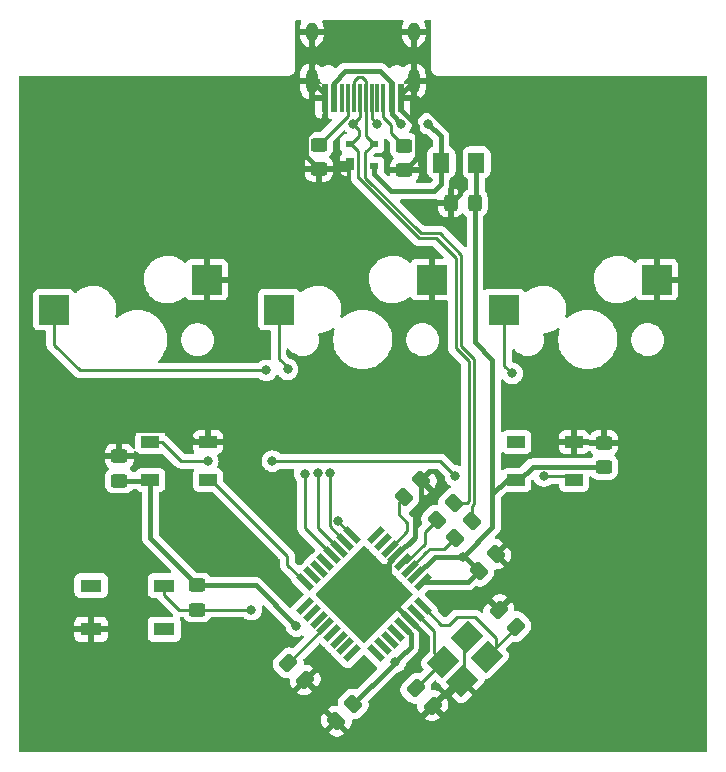
<source format=gbr>
%TF.GenerationSoftware,KiCad,Pcbnew,(6.0.5)*%
%TF.CreationDate,2022-06-21T07:34:41+08:00*%
%TF.ProjectId,unnamed-3k-v2,756e6e61-6d65-4642-9d33-6b2d76322e6b,rev?*%
%TF.SameCoordinates,Original*%
%TF.FileFunction,Copper,L2,Bot*%
%TF.FilePolarity,Positive*%
%FSLAX46Y46*%
G04 Gerber Fmt 4.6, Leading zero omitted, Abs format (unit mm)*
G04 Created by KiCad (PCBNEW (6.0.5)) date 2022-06-21 07:34:41*
%MOMM*%
%LPD*%
G01*
G04 APERTURE LIST*
G04 Aperture macros list*
%AMRoundRect*
0 Rectangle with rounded corners*
0 $1 Rounding radius*
0 $2 $3 $4 $5 $6 $7 $8 $9 X,Y pos of 4 corners*
0 Add a 4 corners polygon primitive as box body*
4,1,4,$2,$3,$4,$5,$6,$7,$8,$9,$2,$3,0*
0 Add four circle primitives for the rounded corners*
1,1,$1+$1,$2,$3*
1,1,$1+$1,$4,$5*
1,1,$1+$1,$6,$7*
1,1,$1+$1,$8,$9*
0 Add four rect primitives between the rounded corners*
20,1,$1+$1,$2,$3,$4,$5,0*
20,1,$1+$1,$4,$5,$6,$7,0*
20,1,$1+$1,$6,$7,$8,$9,0*
20,1,$1+$1,$8,$9,$2,$3,0*%
%AMRotRect*
0 Rectangle, with rotation*
0 The origin of the aperture is its center*
0 $1 length*
0 $2 width*
0 $3 Rotation angle, in degrees counterclockwise*
0 Add horizontal line*
21,1,$1,$2,0,0,$3*%
G04 Aperture macros list end*
%TA.AperFunction,SMDPad,CuDef*%
%ADD10R,2.550000X2.500000*%
%TD*%
%TA.AperFunction,SMDPad,CuDef*%
%ADD11RoundRect,0.250000X0.088388X-0.548008X0.548008X-0.088388X-0.088388X0.548008X-0.548008X0.088388X0*%
%TD*%
%TA.AperFunction,SMDPad,CuDef*%
%ADD12RoundRect,0.250000X0.325000X0.450000X-0.325000X0.450000X-0.325000X-0.450000X0.325000X-0.450000X0*%
%TD*%
%TA.AperFunction,SMDPad,CuDef*%
%ADD13RoundRect,0.250000X0.450000X-0.325000X0.450000X0.325000X-0.450000X0.325000X-0.450000X-0.325000X0*%
%TD*%
%TA.AperFunction,SMDPad,CuDef*%
%ADD14RoundRect,0.250000X-0.450000X0.325000X-0.450000X-0.325000X0.450000X-0.325000X0.450000X0.325000X0*%
%TD*%
%TA.AperFunction,SMDPad,CuDef*%
%ADD15RoundRect,0.250000X0.548008X0.088388X0.088388X0.548008X-0.548008X-0.088388X-0.088388X-0.548008X0*%
%TD*%
%TA.AperFunction,SMDPad,CuDef*%
%ADD16R,0.700000X1.000000*%
%TD*%
%TA.AperFunction,SMDPad,CuDef*%
%ADD17R,0.700000X0.600000*%
%TD*%
%TA.AperFunction,SMDPad,CuDef*%
%ADD18R,0.600000X2.450000*%
%TD*%
%TA.AperFunction,SMDPad,CuDef*%
%ADD19R,0.300000X2.450000*%
%TD*%
%TA.AperFunction,ComponentPad*%
%ADD20O,1.000000X2.100000*%
%TD*%
%TA.AperFunction,ComponentPad*%
%ADD21O,1.000000X1.600000*%
%TD*%
%TA.AperFunction,SMDPad,CuDef*%
%ADD22RotRect,1.600000X0.550000X135.000000*%
%TD*%
%TA.AperFunction,SMDPad,CuDef*%
%ADD23RotRect,1.600000X0.550000X45.000000*%
%TD*%
%TA.AperFunction,SMDPad,CuDef*%
%ADD24RoundRect,0.250001X0.462499X0.624999X-0.462499X0.624999X-0.462499X-0.624999X0.462499X-0.624999X0*%
%TD*%
%TA.AperFunction,SMDPad,CuDef*%
%ADD25R,1.800000X1.100000*%
%TD*%
%TA.AperFunction,SMDPad,CuDef*%
%ADD26R,1.500000X1.000000*%
%TD*%
%TA.AperFunction,SMDPad,CuDef*%
%ADD27RotRect,2.100000X1.800000X225.000000*%
%TD*%
%TA.AperFunction,SMDPad,CuDef*%
%ADD28RoundRect,0.250000X-0.548008X-0.088388X-0.088388X-0.548008X0.548008X0.088388X0.088388X0.548008X0*%
%TD*%
%TA.AperFunction,SMDPad,CuDef*%
%ADD29RoundRect,0.250000X-0.088388X0.548008X-0.548008X0.088388X0.088388X-0.548008X0.548008X-0.088388X0*%
%TD*%
%TA.AperFunction,ViaPad*%
%ADD30C,0.800000*%
%TD*%
%TA.AperFunction,Conductor*%
%ADD31C,0.381000*%
%TD*%
%TA.AperFunction,Conductor*%
%ADD32C,0.254000*%
%TD*%
%TA.AperFunction,Conductor*%
%ADD33C,0.279400*%
%TD*%
G04 APERTURE END LIST*
D10*
%TO.P,MX2,1,COL*%
%TO.N,COL1*%
X86036000Y-85090000D03*
%TO.P,MX2,2,ROW*%
%TO.N,GND*%
X98963000Y-82550000D03*
%TD*%
%TO.P,MX3,1,COL*%
%TO.N,COL2*%
X66987000Y-85100000D03*
%TO.P,MX3,2,ROW*%
%TO.N,GND*%
X79914000Y-82560000D03*
%TD*%
%TO.P,MX1,1,COL*%
%TO.N,COL0*%
X105087000Y-85090000D03*
%TO.P,MX1,2,ROW*%
%TO.N,GND*%
X118014000Y-82550000D03*
%TD*%
D11*
%TO.P,C1,1*%
%TO.N,Net-(C1-Pad1)*%
X96647000Y-100965000D03*
%TO.P,C1,2*%
%TO.N,GND*%
X98096568Y-99515432D03*
%TD*%
D12*
%TO.P,C6,1*%
%TO.N,+5V*%
X102616000Y-76073000D03*
%TO.P,C6,2*%
%TO.N,GND*%
X100566000Y-76073000D03*
%TD*%
D13*
%TO.P,C11,1*%
%TO.N,+5V*%
X72517000Y-99568001D03*
%TO.P,C11,2*%
%TO.N,GND*%
X72517000Y-97518001D03*
%TD*%
D14*
%TO.P,R3,1*%
%TO.N,+5V*%
X79121000Y-108440001D03*
%TO.P,R3,2*%
%TO.N,Net-(R3-Pad2)*%
X79121000Y-110490001D03*
%TD*%
D15*
%TO.P,R4,1*%
%TO.N,GND*%
X88265000Y-116459000D03*
%TO.P,R4,2*%
%TO.N,Net-(R4-Pad2)*%
X86815432Y-115009432D03*
%TD*%
D13*
%TO.P,R5,1*%
%TO.N,GND*%
X89408000Y-73170000D03*
%TO.P,R5,2*%
%TO.N,Net-(R5-Pad2)*%
X89408000Y-71120000D03*
%TD*%
%TO.P,R6,1*%
%TO.N,GND*%
X96647000Y-73297000D03*
%TO.P,R6,2*%
%TO.N,Net-(R6-Pad2)*%
X96647000Y-71247000D03*
%TD*%
D16*
%TO.P,U2,1,GND*%
%TO.N,GND*%
X92091000Y-72759000D03*
D17*
%TO.P,U2,2,IO1*%
%TO.N,D+*%
X92091000Y-71059000D03*
%TO.P,U2,3,IO2*%
%TO.N,D-*%
X94091000Y-71059000D03*
%TO.P,U2,4,VCC*%
%TO.N,VCC*%
X94091000Y-72959000D03*
%TD*%
D18*
%TO.P,USB1,1,GND*%
%TO.N,GND*%
X89896000Y-67184000D03*
%TO.P,USB1,2,VBUS*%
%TO.N,VCC*%
X90671000Y-67184000D03*
D19*
%TO.P,USB1,3,SBU2*%
%TO.N,unconnected-(USB1-Pad3)*%
X91371000Y-67184000D03*
%TO.P,USB1,4,CC1*%
%TO.N,Net-(R5-Pad2)*%
X91871000Y-67184000D03*
%TO.P,USB1,5,DN2*%
%TO.N,D-*%
X92371000Y-67184000D03*
%TO.P,USB1,6,DP1*%
%TO.N,D+*%
X92871000Y-67184000D03*
%TO.P,USB1,7,DN1*%
%TO.N,D-*%
X93371000Y-67184000D03*
%TO.P,USB1,8,DP2*%
%TO.N,D+*%
X93871000Y-67184000D03*
%TO.P,USB1,9,SBU1*%
%TO.N,unconnected-(USB1-Pad9)*%
X94371000Y-67184000D03*
%TO.P,USB1,10,CC2*%
%TO.N,Net-(R6-Pad2)*%
X94871000Y-67184000D03*
D18*
%TO.P,USB1,11,VBUS*%
%TO.N,VCC*%
X95571000Y-67184000D03*
%TO.P,USB1,12,GND*%
%TO.N,GND*%
X96346000Y-67184000D03*
D20*
%TO.P,USB1,13,SHIELD*%
X97441000Y-65769000D03*
X88801000Y-65769000D03*
D21*
X97441000Y-61589000D03*
X88801000Y-61589000D03*
%TD*%
D22*
%TO.P,U1,1,XTAL1*%
%TO.N,XTAL1*%
X98237658Y-110218870D03*
%TO.P,U1,2,PC0/XTAL2*%
%TO.N,XTAL2*%
X97671972Y-110784555D03*
%TO.P,U1,3,GND*%
%TO.N,GND*%
X97106287Y-111350241D03*
%TO.P,U1,4,VCC*%
%TO.N,+5V*%
X96540602Y-111915926D03*
%TO.P,U1,5,PC2*%
%TO.N,unconnected-(U1-Pad5)*%
X95974916Y-112481612D03*
%TO.P,U1,6,PD0*%
%TO.N,unconnected-(U1-Pad6)*%
X95409231Y-113047297D03*
%TO.P,U1,7,PD1*%
%TO.N,unconnected-(U1-Pad7)*%
X94843545Y-113612982D03*
%TO.P,U1,8,PD2*%
%TO.N,unconnected-(U1-Pad8)*%
X94277860Y-114178668D03*
D23*
%TO.P,U1,9,PD3*%
%TO.N,unconnected-(U1-Pad9)*%
X92227250Y-114178668D03*
%TO.P,U1,10,PD4*%
%TO.N,unconnected-(U1-Pad10)*%
X91661565Y-113612982D03*
%TO.P,U1,11,PD5*%
%TO.N,unconnected-(U1-Pad11)*%
X91095879Y-113047297D03*
%TO.P,U1,12,PD6*%
%TO.N,unconnected-(U1-Pad12)*%
X90530194Y-112481612D03*
%TO.P,U1,13,~{HWB}/PD7*%
%TO.N,Net-(R4-Pad2)*%
X89964508Y-111915926D03*
%TO.P,U1,14,PB0*%
%TO.N,unconnected-(U1-Pad14)*%
X89398823Y-111350241D03*
%TO.P,U1,15,PB1*%
%TO.N,unconnected-(U1-Pad15)*%
X88833138Y-110784555D03*
%TO.P,U1,16,PB2*%
%TO.N,unconnected-(U1-Pad16)*%
X88267452Y-110218870D03*
D22*
%TO.P,U1,17,PB3*%
%TO.N,UNDERGLOWLED*%
X88267452Y-108168260D03*
%TO.P,U1,18,PB4*%
%TO.N,unconnected-(U1-Pad18)*%
X88833138Y-107602575D03*
%TO.P,U1,19,PB5*%
%TO.N,unconnected-(U1-Pad19)*%
X89398823Y-107036889D03*
%TO.P,U1,20,PB6*%
%TO.N,unconnected-(U1-Pad20)*%
X89964508Y-106471204D03*
%TO.P,U1,21,PB7*%
%TO.N,COL2*%
X90530194Y-105905518D03*
%TO.P,U1,22,PC7*%
%TO.N,COL1*%
X91095879Y-105339833D03*
%TO.P,U1,23,PC6*%
%TO.N,COL0*%
X91661565Y-104774148D03*
%TO.P,U1,24,PC1/~{RESET}*%
%TO.N,Net-(R3-Pad2)*%
X92227250Y-104208462D03*
D23*
%TO.P,U1,25,PC5*%
%TO.N,unconnected-(U1-Pad25)*%
X94277860Y-104208462D03*
%TO.P,U1,26,PC4*%
%TO.N,unconnected-(U1-Pad26)*%
X94843545Y-104774148D03*
%TO.P,U1,27,UCAP*%
%TO.N,Net-(C1-Pad1)*%
X95409231Y-105339833D03*
%TO.P,U1,28,UGND*%
%TO.N,GND*%
X95974916Y-105905518D03*
%TO.P,U1,29,D+*%
%TO.N,Net-(R2-Pad1)*%
X96540602Y-106471204D03*
%TO.P,U1,30,D-*%
%TO.N,Net-(R1-Pad1)*%
X97106287Y-107036889D03*
%TO.P,U1,31,UVCC*%
%TO.N,+5V*%
X97671972Y-107602575D03*
%TO.P,U1,32,AVCC*%
X98237658Y-108168260D03*
%TD*%
D24*
%TO.P,F1,1*%
%TO.N,+5V*%
X102743000Y-72644000D03*
%TO.P,F1,2*%
%TO.N,VCC*%
X99768000Y-72644000D03*
%TD*%
D25*
%TO.P,SW1,1,1*%
%TO.N,GND*%
X70127000Y-112158000D03*
%TO.P,SW1,2,2*%
%TO.N,Net-(R3-Pad2)*%
X76327000Y-108458000D03*
%TO.P,SW1,3*%
%TO.N,N/C*%
X70127000Y-108458000D03*
%TO.P,SW1,4*%
X76327000Y-112158000D03*
%TD*%
D11*
%TO.P,C5,1*%
%TO.N,+5V*%
X102944432Y-107240568D03*
%TO.P,C5,2*%
%TO.N,GND*%
X104394000Y-105791000D03*
%TD*%
D26*
%TO.P,D5,1,VDD*%
%TO.N,+5V*%
X106135000Y-99517000D03*
%TO.P,D5,2,DOUT*%
%TO.N,unconnected-(D5-Pad2)*%
X106135000Y-96317000D03*
%TO.P,D5,3,VSS*%
%TO.N,GND*%
X111035000Y-96317000D03*
%TO.P,D5,4,DIN*%
%TO.N,Net-(D4-Pad2)*%
X111035000Y-99517000D03*
%TD*%
D13*
%TO.P,C10,1*%
%TO.N,+5V*%
X113538000Y-98425000D03*
%TO.P,C10,2*%
%TO.N,GND*%
X113538000Y-96375000D03*
%TD*%
D26*
%TO.P,D4,1,VDD*%
%TO.N,+5V*%
X75147000Y-99517000D03*
%TO.P,D4,2,DOUT*%
%TO.N,Net-(D4-Pad2)*%
X75147000Y-96317000D03*
%TO.P,D4,3,VSS*%
%TO.N,GND*%
X80047000Y-96317000D03*
%TO.P,D4,4,DIN*%
%TO.N,UNDERGLOWLED*%
X80047000Y-99517000D03*
%TD*%
D27*
%TO.P,Y1,1,1*%
%TO.N,XTAL1*%
X103613726Y-114475645D03*
%TO.P,Y1,2,2*%
%TO.N,GND*%
X101563116Y-116526255D03*
%TO.P,Y1,3,3*%
%TO.N,XTAL2*%
X99936770Y-114899909D03*
%TO.P,Y1,4,4*%
%TO.N,GND*%
X101987380Y-112849299D03*
%TD*%
D28*
%TO.P,C3,1*%
%TO.N,XTAL2*%
X97610432Y-117168432D03*
%TO.P,C3,2*%
%TO.N,GND*%
X99060000Y-118618000D03*
%TD*%
D15*
%TO.P,C2,1*%
%TO.N,XTAL1*%
X106097568Y-111939568D03*
%TO.P,C2,2*%
%TO.N,GND*%
X104648000Y-110490000D03*
%TD*%
D29*
%TO.P,C4,1*%
%TO.N,+5V*%
X92329000Y-118491000D03*
%TO.P,C4,2*%
%TO.N,GND*%
X90879432Y-119940568D03*
%TD*%
D11*
%TO.P,R2,1*%
%TO.N,Net-(R2-Pad1)*%
X99388432Y-102922568D03*
%TO.P,R2,2*%
%TO.N,D+*%
X100838000Y-101473000D03*
%TD*%
%TO.P,R1,1*%
%TO.N,Net-(R1-Pad1)*%
X100912432Y-104446568D03*
%TO.P,R1,2*%
%TO.N,D-*%
X102362000Y-102997000D03*
%TD*%
D30*
%TO.N,COL0*%
X105780000Y-90490000D03*
%TO.N,COL1*%
X86770000Y-90160000D03*
%TO.N,COL2*%
X84970000Y-90240000D03*
X88220000Y-98980000D03*
%TO.N,COL1*%
X89320497Y-98920000D03*
%TO.N,COL0*%
X90320000Y-98920000D03*
%TO.N,GND*%
X97536000Y-114935000D03*
%TO.N,+5V*%
X101600000Y-106045000D03*
X87503000Y-111887000D03*
X95885000Y-114935000D03*
%TO.N,Net-(D4-Pad2)*%
X100965000Y-99187000D03*
X85471000Y-97917000D03*
X108458000Y-99187000D03*
X80010000Y-97917000D03*
%TO.N,VCC*%
X98679000Y-69342000D03*
X96392061Y-69342939D03*
%TO.N,D+*%
X94361000Y-69342000D03*
X92329000Y-69342000D03*
%TO.N,Net-(R3-Pad2)*%
X91059000Y-102997000D03*
X83693000Y-110490000D03*
%TD*%
D31*
%TO.N,+5V*%
X102944432Y-107240568D02*
X102016740Y-108168260D01*
X102016740Y-108168260D02*
X98237658Y-108168260D01*
X104112500Y-100732500D02*
X104112500Y-103532500D01*
X106135000Y-99517000D02*
X105328000Y-99517000D01*
X104112500Y-89362500D02*
X104112500Y-100732500D01*
X105328000Y-99517000D02*
X104112500Y-100732500D01*
X102616000Y-76073000D02*
X102616000Y-87866000D01*
X104112500Y-103532500D02*
X101600000Y-106045000D01*
X102616000Y-87866000D02*
X104112500Y-89362500D01*
D32*
%TO.N,D-*%
X102561510Y-89287990D02*
X102562010Y-89287990D01*
X101453520Y-88180000D02*
X102561510Y-89287990D01*
X101453520Y-80433520D02*
X101453520Y-88180000D01*
X99633000Y-78613000D02*
X101453520Y-80433520D01*
X99633000Y-78613000D02*
X98044000Y-78613000D01*
X102562010Y-101526990D02*
X102562010Y-89287990D01*
%TO.N,D+*%
X92768001Y-71686001D02*
X92141000Y-71059000D01*
X92768001Y-73982999D02*
X92768001Y-71686001D01*
X92771933Y-73982999D02*
X92768001Y-73982999D01*
X99337010Y-79067010D02*
X97855943Y-79067010D01*
X101000000Y-80730000D02*
X99337010Y-79067010D01*
X101000000Y-88370000D02*
X101000000Y-80730000D01*
X102108000Y-89478000D02*
X101000000Y-88370000D01*
X100838000Y-101473000D02*
X101973933Y-101473000D01*
X101973933Y-101473000D02*
X102108000Y-101338933D01*
X102108000Y-101338933D02*
X102108000Y-89478000D01*
X97855943Y-79067010D02*
X92771933Y-73982999D01*
%TO.N,COL0*%
X105780000Y-90490000D02*
X105130519Y-89840519D01*
X105130519Y-89840519D02*
X105130519Y-85090000D01*
%TO.N,COL2*%
X84970000Y-90240000D02*
X69150000Y-90240000D01*
X69150000Y-90240000D02*
X66987000Y-88077000D01*
X66987000Y-88077000D02*
X66987000Y-85100000D01*
%TO.N,COL1*%
X86770000Y-89970000D02*
X86770000Y-90160000D01*
X86036000Y-89236000D02*
X86770000Y-89970000D01*
%TO.N,COL2*%
X88220000Y-103595324D02*
X88220000Y-98980000D01*
X90530194Y-105905518D02*
X88220000Y-103595324D01*
%TO.N,COL1*%
X86036000Y-89236000D02*
X86036000Y-85090000D01*
X89320497Y-103564451D02*
X89320497Y-98920000D01*
X91095879Y-105339833D02*
X89320497Y-103564451D01*
%TO.N,COL0*%
X91661565Y-104774148D02*
X90320000Y-103432583D01*
X90320000Y-103432583D02*
X90320000Y-98920000D01*
D31*
%TO.N,VCC*%
X91663924Y-64887980D02*
X94578076Y-64887980D01*
X94578076Y-64887980D02*
X95571000Y-65880904D01*
X90671000Y-65880904D02*
X91663924Y-64887980D01*
X90671000Y-67184000D02*
X90671000Y-65880904D01*
X95571000Y-67184000D02*
X95571000Y-68521878D01*
X95571000Y-65880904D02*
X95571000Y-67184000D01*
D32*
%TO.N,XTAL1*%
X104426898Y-113662473D02*
X103613726Y-114475645D01*
X104426898Y-112935898D02*
X104426898Y-113662473D01*
X106097568Y-111991803D02*
X106097568Y-111939568D01*
X103613726Y-114475645D02*
X106097568Y-111991803D01*
D31*
%TO.N,GND*%
X96346000Y-67184000D02*
X96346000Y-68178942D01*
X95338521Y-106541913D02*
X95338521Y-109582475D01*
X77849000Y-95250000D02*
X73533000Y-95250000D01*
X101737841Y-113098839D02*
X101987380Y-112849300D01*
X97737510Y-72206490D02*
X97270372Y-72673628D01*
X89766000Y-63373000D02*
X89916000Y-63373000D01*
X97737510Y-69570452D02*
X97737510Y-72206490D01*
D33*
X101737841Y-116351530D02*
X101737841Y-113098839D01*
D31*
X89404000Y-63373000D02*
X89916000Y-63373000D01*
X96346000Y-67184000D02*
X96346000Y-66864000D01*
X88801000Y-64338000D02*
X89766000Y-63373000D01*
X97536000Y-104344434D02*
X95974916Y-105905518D01*
X97441000Y-64294000D02*
X97441000Y-65769000D01*
X96838000Y-63373000D02*
X96266000Y-63373000D01*
X111035000Y-96317000D02*
X113480000Y-96317000D01*
X98532046Y-113938954D02*
X97536000Y-114935000D01*
X89408000Y-73170000D02*
X91680000Y-73170000D01*
X101563116Y-116526255D02*
X101737841Y-116351530D01*
X96346000Y-68178942D02*
X97737510Y-69570452D01*
X101346000Y-75293000D02*
X101189372Y-75449628D01*
X89896000Y-67184000D02*
X89896000Y-66864000D01*
X89916000Y-63373000D02*
X96266000Y-63373000D01*
X96346000Y-66864000D02*
X97441000Y-65769000D01*
X96266000Y-63373000D02*
X96520000Y-63373000D01*
X89896000Y-68790000D02*
X88317490Y-70368510D01*
X88317490Y-72079490D02*
X88784628Y-72546628D01*
X113480000Y-96317000D02*
X113538000Y-96375000D01*
X97441000Y-61589000D02*
X97441000Y-62770000D01*
X97441000Y-62770000D02*
X96838000Y-63373000D01*
X98096568Y-101801432D02*
X97536000Y-102362000D01*
X101151745Y-116526255D02*
X99060000Y-118618000D01*
X96346000Y-67184000D02*
X97690942Y-67184000D01*
X96520000Y-63373000D02*
X97441000Y-64294000D01*
X88801000Y-62770000D02*
X89404000Y-63373000D01*
X97690942Y-67184000D02*
X101346000Y-70839058D01*
X101563116Y-116526255D02*
X101151745Y-116526255D01*
X97106287Y-111350241D02*
X98532046Y-112776000D01*
X88784628Y-72546628D02*
X89408000Y-73170000D01*
X95974916Y-105905518D02*
X95338521Y-106541913D01*
X95338521Y-109582475D02*
X96469892Y-110713846D01*
X91680000Y-73170000D02*
X92091000Y-72759000D01*
X96469892Y-110713846D02*
X97106287Y-111350241D01*
X88801000Y-65769000D02*
X88801000Y-64338000D01*
X72517000Y-96266000D02*
X72517000Y-97518001D01*
X80047000Y-96317000D02*
X78916000Y-96317000D01*
X98532046Y-112776000D02*
X98532046Y-113938954D01*
X88317490Y-70368510D02*
X88317490Y-72079490D01*
X98096568Y-99515432D02*
X98096568Y-101801432D01*
X73533000Y-95250000D02*
X72517000Y-96266000D01*
X101189372Y-75449628D02*
X100566000Y-76073000D01*
X89896000Y-67184000D02*
X89896000Y-68790000D01*
X88801000Y-61589000D02*
X88801000Y-62770000D01*
X78916000Y-96317000D02*
X77849000Y-95250000D01*
X101346000Y-70839058D02*
X101346000Y-75293000D01*
X89896000Y-66864000D02*
X88801000Y-65769000D01*
X97536000Y-102362000D02*
X97536000Y-104344434D01*
X97270372Y-72673628D02*
X96647000Y-73297000D01*
D32*
%TO.N,Net-(C1-Pad1)*%
X96169704Y-101442296D02*
X96169704Y-102392704D01*
X96169704Y-102392704D02*
X96901000Y-103124000D01*
X96901000Y-103848064D02*
X95409231Y-105339833D01*
X96647000Y-100965000D02*
X96169704Y-101442296D01*
X96901000Y-103124000D02*
X96901000Y-103848064D01*
%TO.N,XTAL1*%
X104426898Y-112935898D02*
X102616000Y-111125000D01*
X100457000Y-111760000D02*
X101092000Y-111125000D01*
X98237658Y-110218870D02*
X99778788Y-111760000D01*
X99778788Y-111760000D02*
X100457000Y-111760000D01*
X106045000Y-112044371D02*
X106045000Y-111887000D01*
X101092000Y-111125000D02*
X102616000Y-111125000D01*
%TO.N,XTAL2*%
X97671972Y-110784555D02*
X98308367Y-111420950D01*
X99878955Y-114899909D02*
X99936770Y-114899909D01*
X98308367Y-111420950D02*
X98311616Y-111420950D01*
X97610432Y-117168432D02*
X99878955Y-114899909D01*
X98311616Y-111420950D02*
X99187000Y-112296334D01*
X99187000Y-112296334D02*
X99187000Y-114150139D01*
X99187000Y-114150139D02*
X99936770Y-114899909D01*
D31*
%TO.N,+5V*%
X107505501Y-98396499D02*
X106385000Y-99517000D01*
X101748864Y-106045000D02*
X102944432Y-107240568D01*
X95485001Y-115334999D02*
X92329000Y-118491000D01*
X102743000Y-75946000D02*
X102616000Y-76073000D01*
X75095999Y-99568001D02*
X75147000Y-99517000D01*
X96540602Y-111915926D02*
X97176997Y-112552321D01*
X101581001Y-106063999D02*
X101600000Y-106045000D01*
X101581001Y-106063999D02*
X99210548Y-106063999D01*
X106385000Y-99517000D02*
X106135000Y-99517000D01*
X99210548Y-106063999D02*
X97671972Y-107602575D01*
X113538000Y-98425000D02*
X112738000Y-98425000D01*
X84056001Y-108440001D02*
X87503000Y-111887000D01*
X101600000Y-106045000D02*
X101748864Y-106045000D01*
X75147000Y-104466001D02*
X79121000Y-108440001D01*
X97176997Y-112552321D02*
X97176997Y-113643003D01*
X95885000Y-114935000D02*
X95485001Y-115334999D01*
X112709499Y-98396499D02*
X107505501Y-98396499D01*
X75147000Y-99517000D02*
X75147000Y-104466001D01*
X72517000Y-99568001D02*
X75095999Y-99568001D01*
X96284999Y-114535001D02*
X95885000Y-114935000D01*
X102743000Y-72644000D02*
X102743000Y-75946000D01*
X97176997Y-113643003D02*
X96284999Y-114535001D01*
X112738000Y-98425000D02*
X112709499Y-98396499D01*
X79121000Y-108440001D02*
X84056001Y-108440001D01*
D32*
%TO.N,Net-(D4-Pad2)*%
X75147000Y-96317000D02*
X76151000Y-96317000D01*
X110705000Y-99187000D02*
X111035000Y-99517000D01*
X99695000Y-97917000D02*
X100965000Y-99187000D01*
X85471000Y-97917000D02*
X99695000Y-97917000D01*
X77751000Y-97917000D02*
X80010000Y-97917000D01*
X108458000Y-99187000D02*
X110705000Y-99187000D01*
X76151000Y-96317000D02*
X77751000Y-97917000D01*
%TO.N,UNDERGLOWLED*%
X86741000Y-105961000D02*
X86741000Y-106680000D01*
X88267452Y-108168260D02*
X88229260Y-108168260D01*
X80047000Y-99517000D02*
X80297000Y-99517000D01*
X88229260Y-108168260D02*
X86741000Y-106680000D01*
X80297000Y-99517000D02*
X86741000Y-105961000D01*
D31*
%TO.N,VCC*%
X99187000Y-75057000D02*
X99768000Y-74476000D01*
X95571000Y-68521878D02*
X96392061Y-69342939D01*
X98679000Y-69342000D02*
X99768000Y-70431000D01*
X94091000Y-73640000D02*
X95508000Y-75057000D01*
X95508000Y-75057000D02*
X99187000Y-75057000D01*
X99768000Y-70431000D02*
X99768000Y-72644000D01*
X94091000Y-72959000D02*
X94091000Y-73640000D01*
X99768000Y-74476000D02*
X99768000Y-72644000D01*
D32*
%TO.N,D-*%
X102362000Y-102997000D02*
X102362000Y-101727000D01*
X93345000Y-71755000D02*
X94041000Y-71059000D01*
X92686398Y-65405000D02*
X93071000Y-65405000D01*
X93071000Y-65405000D02*
X93371000Y-65705000D01*
X98044000Y-78613000D02*
X93345000Y-73914000D01*
X102362000Y-101727000D02*
X102562010Y-101526990D01*
X93345000Y-73914000D02*
X93345000Y-71755000D01*
X92371000Y-65720398D02*
X92686398Y-65405000D01*
X92371000Y-67184000D02*
X92371000Y-65720398D01*
X93371000Y-65705000D02*
X93371000Y-67184000D01*
X93371000Y-67184000D02*
X93371000Y-70389000D01*
X93371000Y-70389000D02*
X94041000Y-71059000D01*
X94041000Y-71059000D02*
X94091000Y-71059000D01*
%TO.N,Net-(R1-Pad1)*%
X100012500Y-105346500D02*
X100912432Y-104446568D01*
X97106287Y-107036889D02*
X98488686Y-105654490D01*
X98493152Y-105654490D02*
X98801142Y-105346500D01*
X98801142Y-105346500D02*
X100012500Y-105346500D01*
X98488686Y-105654490D02*
X98493152Y-105654490D01*
%TO.N,D+*%
X92141000Y-71059000D02*
X92091000Y-71059000D01*
X94361000Y-69342000D02*
X93871000Y-68852000D01*
X93871000Y-68852000D02*
X93871000Y-67184000D01*
X92329000Y-69342000D02*
X92837000Y-69850000D01*
X92837000Y-69850000D02*
X92837000Y-70363000D01*
X92837000Y-70363000D02*
X92141000Y-71059000D01*
X92871000Y-68800000D02*
X92329000Y-69342000D01*
X92871000Y-67184000D02*
X92871000Y-68800000D01*
%TO.N,Net-(R2-Pad1)*%
X96820600Y-106471204D02*
X96540602Y-106471204D01*
X98365194Y-104926610D02*
X96820600Y-106471204D01*
X98365194Y-103945806D02*
X98365194Y-104926610D01*
X99388432Y-102922568D02*
X98365194Y-103945806D01*
%TO.N,Net-(R3-Pad2)*%
X78321000Y-110490001D02*
X79121000Y-110490001D01*
X76327000Y-108458000D02*
X76327000Y-109262000D01*
X77555001Y-110490001D02*
X78321000Y-110490001D01*
X79921001Y-110490000D02*
X83693000Y-110490000D01*
X76327000Y-109262000D02*
X77555001Y-110490001D01*
X79121000Y-110490001D02*
X79921001Y-110490000D01*
X91059000Y-103040212D02*
X92227250Y-104208462D01*
X91059000Y-102997000D02*
X91059000Y-103040212D01*
%TO.N,Net-(R4-Pad2)*%
X89964508Y-111915926D02*
X86871002Y-115009432D01*
X86871002Y-115009432D02*
X86815432Y-115009432D01*
%TO.N,Net-(R5-Pad2)*%
X91871000Y-68663000D02*
X89414000Y-71120000D01*
X89414000Y-71120000D02*
X89408000Y-71120000D01*
X91871000Y-67184000D02*
X91871000Y-68663000D01*
%TO.N,Net-(R6-Pad2)*%
X95538999Y-69444037D02*
X95538999Y-70138999D01*
X95538999Y-70138999D02*
X96023628Y-70623628D01*
X94871000Y-68776038D02*
X95538999Y-69444037D01*
X96023628Y-70623628D02*
X96647000Y-71247000D01*
X94871000Y-67184000D02*
X94871000Y-68776038D01*
%TD*%
%TA.AperFunction,Conductor*%
%TO.N,GND*%
G36*
X87895787Y-60599502D02*
G01*
X87942280Y-60653158D01*
X87952384Y-60723432D01*
X87938081Y-60766201D01*
X87872994Y-60884593D01*
X87868166Y-60895858D01*
X87812120Y-61072538D01*
X87809570Y-61084532D01*
X87793393Y-61228761D01*
X87793000Y-61235785D01*
X87793000Y-61316885D01*
X87797475Y-61332124D01*
X87798865Y-61333329D01*
X87806548Y-61335000D01*
X89790885Y-61335000D01*
X89806124Y-61330525D01*
X89807329Y-61329135D01*
X89809000Y-61321452D01*
X89809000Y-61242343D01*
X89808699Y-61236195D01*
X89795188Y-61098397D01*
X89792805Y-61086362D01*
X89739233Y-60908924D01*
X89734559Y-60897584D01*
X89663879Y-60764653D01*
X89649560Y-60695116D01*
X89675108Y-60628875D01*
X89732413Y-60586962D01*
X89775131Y-60579500D01*
X96467666Y-60579500D01*
X96535787Y-60599502D01*
X96582280Y-60653158D01*
X96592384Y-60723432D01*
X96578081Y-60766201D01*
X96512994Y-60884593D01*
X96508166Y-60895858D01*
X96452120Y-61072538D01*
X96449570Y-61084532D01*
X96433393Y-61228761D01*
X96433000Y-61235785D01*
X96433000Y-61316885D01*
X96437475Y-61332124D01*
X96438865Y-61333329D01*
X96446548Y-61335000D01*
X98430885Y-61335000D01*
X98446124Y-61330525D01*
X98447329Y-61329135D01*
X98449000Y-61321452D01*
X98449000Y-61242343D01*
X98448699Y-61236195D01*
X98435188Y-61098397D01*
X98432805Y-61086362D01*
X98379233Y-60908924D01*
X98374559Y-60897584D01*
X98303879Y-60764653D01*
X98289560Y-60695116D01*
X98315108Y-60628875D01*
X98372413Y-60586962D01*
X98415131Y-60579500D01*
X98806500Y-60579500D01*
X98874621Y-60599502D01*
X98921114Y-60653158D01*
X98932500Y-60705500D01*
X98932500Y-64761377D01*
X98932498Y-64762147D01*
X98932024Y-64839721D01*
X98934491Y-64848352D01*
X98940150Y-64868153D01*
X98943728Y-64884915D01*
X98947920Y-64914187D01*
X98951634Y-64922355D01*
X98951634Y-64922356D01*
X98958548Y-64937562D01*
X98964996Y-64955086D01*
X98972051Y-64979771D01*
X98976843Y-64987365D01*
X98976844Y-64987368D01*
X98987830Y-65004780D01*
X98995969Y-65019863D01*
X99008208Y-65046782D01*
X99014069Y-65053584D01*
X99024970Y-65066235D01*
X99036073Y-65081239D01*
X99049776Y-65102958D01*
X99056501Y-65108897D01*
X99056504Y-65108901D01*
X99071938Y-65122532D01*
X99083982Y-65134724D01*
X99097427Y-65150327D01*
X99097430Y-65150329D01*
X99103287Y-65157127D01*
X99110816Y-65162007D01*
X99110817Y-65162008D01*
X99124835Y-65171094D01*
X99139709Y-65182385D01*
X99150821Y-65192198D01*
X99158951Y-65199378D01*
X99185711Y-65211942D01*
X99200691Y-65220263D01*
X99217983Y-65231471D01*
X99217988Y-65231473D01*
X99225515Y-65236352D01*
X99234108Y-65238922D01*
X99234113Y-65238924D01*
X99250120Y-65243711D01*
X99267564Y-65250372D01*
X99282676Y-65257467D01*
X99282678Y-65257468D01*
X99290800Y-65261281D01*
X99299667Y-65262662D01*
X99299668Y-65262662D01*
X99302353Y-65263080D01*
X99320017Y-65265830D01*
X99336732Y-65269613D01*
X99356466Y-65275515D01*
X99356472Y-65275516D01*
X99365066Y-65278086D01*
X99374037Y-65278141D01*
X99374038Y-65278141D01*
X99384097Y-65278202D01*
X99399506Y-65278296D01*
X99400289Y-65278329D01*
X99401386Y-65278500D01*
X99432377Y-65278500D01*
X99433147Y-65278502D01*
X99506785Y-65278952D01*
X99506786Y-65278952D01*
X99510721Y-65278976D01*
X99512065Y-65278592D01*
X99513410Y-65278500D01*
X122174500Y-65278500D01*
X122242621Y-65298502D01*
X122289114Y-65352158D01*
X122300500Y-65404500D01*
X122300500Y-122435500D01*
X122280498Y-122503621D01*
X122226842Y-122550114D01*
X122174500Y-122561500D01*
X64134500Y-122561500D01*
X64066379Y-122541498D01*
X64019886Y-122487842D01*
X64008500Y-122435500D01*
X64008500Y-120887101D01*
X90298439Y-120887101D01*
X90298570Y-120888934D01*
X90302821Y-120895549D01*
X90465142Y-121057870D01*
X90469965Y-121062219D01*
X90544595Y-121122818D01*
X90556106Y-121130240D01*
X90701503Y-121202891D01*
X90715185Y-121207845D01*
X90872982Y-121245001D01*
X90887424Y-121246672D01*
X91049543Y-121246530D01*
X91063978Y-121244835D01*
X91221717Y-121207401D01*
X91235380Y-121202428D01*
X91380664Y-121129517D01*
X91392147Y-121122089D01*
X91465701Y-121062206D01*
X91470474Y-121057896D01*
X91541200Y-120987170D01*
X91548814Y-120973226D01*
X91548683Y-120971393D01*
X91544432Y-120964778D01*
X90892244Y-120312590D01*
X90878300Y-120304976D01*
X90876467Y-120305107D01*
X90869852Y-120309358D01*
X90306053Y-120873157D01*
X90298439Y-120887101D01*
X64008500Y-120887101D01*
X64008500Y-119771783D01*
X89573328Y-119771783D01*
X89573470Y-119933902D01*
X89575165Y-119948337D01*
X89612599Y-120106076D01*
X89617572Y-120119739D01*
X89690482Y-120265021D01*
X89697912Y-120276507D01*
X89757795Y-120350062D01*
X89762103Y-120354833D01*
X89921218Y-120513948D01*
X89935162Y-120521562D01*
X89936995Y-120521431D01*
X89943610Y-120517180D01*
X90507410Y-119953380D01*
X90515024Y-119939436D01*
X90514893Y-119937603D01*
X90510642Y-119930988D01*
X89858455Y-119278801D01*
X89844511Y-119271187D01*
X89842678Y-119271318D01*
X89836063Y-119275569D01*
X89762137Y-119349495D01*
X89757769Y-119354339D01*
X89697188Y-119428946D01*
X89689757Y-119440471D01*
X89617109Y-119585862D01*
X89612155Y-119599544D01*
X89574999Y-119757341D01*
X89573328Y-119771783D01*
X64008500Y-119771783D01*
X64008500Y-117493921D01*
X87595619Y-117493921D01*
X87595750Y-117495754D01*
X87600001Y-117502369D01*
X87673927Y-117576295D01*
X87678771Y-117580663D01*
X87753378Y-117641244D01*
X87764903Y-117648675D01*
X87910294Y-117721323D01*
X87923976Y-117726277D01*
X88081773Y-117763433D01*
X88096215Y-117765104D01*
X88258334Y-117764962D01*
X88272769Y-117763267D01*
X88430508Y-117725833D01*
X88444171Y-117720860D01*
X88589453Y-117647950D01*
X88600939Y-117640520D01*
X88674494Y-117580637D01*
X88679265Y-117576329D01*
X88838380Y-117417214D01*
X88845994Y-117403270D01*
X88845863Y-117401437D01*
X88841612Y-117394822D01*
X88277812Y-116831022D01*
X88263868Y-116823408D01*
X88262035Y-116823539D01*
X88255420Y-116827790D01*
X87603233Y-117479977D01*
X87595619Y-117493921D01*
X64008500Y-117493921D01*
X64008500Y-112752669D01*
X68719001Y-112752669D01*
X68719371Y-112759490D01*
X68724895Y-112810352D01*
X68728521Y-112825604D01*
X68773676Y-112946054D01*
X68782214Y-112961649D01*
X68858715Y-113063724D01*
X68871276Y-113076285D01*
X68973351Y-113152786D01*
X68988946Y-113161324D01*
X69109394Y-113206478D01*
X69124649Y-113210105D01*
X69175514Y-113215631D01*
X69182328Y-113216000D01*
X69854885Y-113216000D01*
X69870124Y-113211525D01*
X69871329Y-113210135D01*
X69873000Y-113202452D01*
X69873000Y-113197884D01*
X70381000Y-113197884D01*
X70385475Y-113213123D01*
X70386865Y-113214328D01*
X70394548Y-113215999D01*
X71071669Y-113215999D01*
X71078490Y-113215629D01*
X71129352Y-113210105D01*
X71144604Y-113206479D01*
X71265054Y-113161324D01*
X71280649Y-113152786D01*
X71382724Y-113076285D01*
X71395285Y-113063724D01*
X71471786Y-112961649D01*
X71480324Y-112946054D01*
X71525478Y-112825606D01*
X71529105Y-112810351D01*
X71534631Y-112759486D01*
X71535000Y-112752672D01*
X71535000Y-112430115D01*
X71530525Y-112414876D01*
X71529135Y-112413671D01*
X71521452Y-112412000D01*
X70399115Y-112412000D01*
X70383876Y-112416475D01*
X70382671Y-112417865D01*
X70381000Y-112425548D01*
X70381000Y-113197884D01*
X69873000Y-113197884D01*
X69873000Y-112430115D01*
X69868525Y-112414876D01*
X69867135Y-112413671D01*
X69859452Y-112412000D01*
X68737116Y-112412000D01*
X68721877Y-112416475D01*
X68720672Y-112417865D01*
X68719001Y-112425548D01*
X68719001Y-112752669D01*
X64008500Y-112752669D01*
X64008500Y-111885885D01*
X68719000Y-111885885D01*
X68723475Y-111901124D01*
X68724865Y-111902329D01*
X68732548Y-111904000D01*
X69854885Y-111904000D01*
X69870124Y-111899525D01*
X69871329Y-111898135D01*
X69873000Y-111890452D01*
X69873000Y-111885885D01*
X70381000Y-111885885D01*
X70385475Y-111901124D01*
X70386865Y-111902329D01*
X70394548Y-111904000D01*
X71516884Y-111904000D01*
X71532123Y-111899525D01*
X71533328Y-111898135D01*
X71534999Y-111890452D01*
X71534999Y-111563331D01*
X71534629Y-111556510D01*
X71529105Y-111505648D01*
X71525479Y-111490396D01*
X71480324Y-111369946D01*
X71471786Y-111354351D01*
X71395285Y-111252276D01*
X71382724Y-111239715D01*
X71280649Y-111163214D01*
X71265054Y-111154676D01*
X71144606Y-111109522D01*
X71129351Y-111105895D01*
X71078486Y-111100369D01*
X71071672Y-111100000D01*
X70399115Y-111100000D01*
X70383876Y-111104475D01*
X70382671Y-111105865D01*
X70381000Y-111113548D01*
X70381000Y-111885885D01*
X69873000Y-111885885D01*
X69873000Y-111118116D01*
X69868525Y-111102877D01*
X69867135Y-111101672D01*
X69859452Y-111100001D01*
X69182331Y-111100001D01*
X69175510Y-111100371D01*
X69124648Y-111105895D01*
X69109396Y-111109521D01*
X68988946Y-111154676D01*
X68973351Y-111163214D01*
X68871276Y-111239715D01*
X68858715Y-111252276D01*
X68782214Y-111354351D01*
X68773676Y-111369946D01*
X68728522Y-111490394D01*
X68724895Y-111505649D01*
X68719369Y-111556514D01*
X68719000Y-111563328D01*
X68719000Y-111885885D01*
X64008500Y-111885885D01*
X64008500Y-109056134D01*
X68718500Y-109056134D01*
X68725255Y-109118316D01*
X68776385Y-109254705D01*
X68863739Y-109371261D01*
X68980295Y-109458615D01*
X69116684Y-109509745D01*
X69178866Y-109516500D01*
X71075134Y-109516500D01*
X71137316Y-109509745D01*
X71273705Y-109458615D01*
X71390261Y-109371261D01*
X71477615Y-109254705D01*
X71528745Y-109118316D01*
X71535500Y-109056134D01*
X71535500Y-107859866D01*
X71528745Y-107797684D01*
X71477615Y-107661295D01*
X71390261Y-107544739D01*
X71273705Y-107457385D01*
X71137316Y-107406255D01*
X71075134Y-107399500D01*
X69178866Y-107399500D01*
X69116684Y-107406255D01*
X68980295Y-107457385D01*
X68863739Y-107544739D01*
X68776385Y-107661295D01*
X68725255Y-107797684D01*
X68718500Y-107859866D01*
X68718500Y-109056134D01*
X64008500Y-109056134D01*
X64008500Y-99943401D01*
X71308500Y-99943401D01*
X71308837Y-99946647D01*
X71308837Y-99946651D01*
X71317573Y-100030841D01*
X71319474Y-100049167D01*
X71321655Y-100055703D01*
X71321655Y-100055705D01*
X71342926Y-100119460D01*
X71375450Y-100216947D01*
X71468522Y-100367349D01*
X71593697Y-100492306D01*
X71599927Y-100496146D01*
X71599928Y-100496147D01*
X71737090Y-100580695D01*
X71744262Y-100585116D01*
X71818275Y-100609665D01*
X71905611Y-100638633D01*
X71905613Y-100638633D01*
X71912139Y-100640798D01*
X71918975Y-100641498D01*
X71918978Y-100641499D01*
X71962031Y-100645910D01*
X72016600Y-100651501D01*
X73017400Y-100651501D01*
X73020646Y-100651164D01*
X73020650Y-100651164D01*
X73116308Y-100641239D01*
X73116312Y-100641238D01*
X73123166Y-100640527D01*
X73129702Y-100638346D01*
X73129704Y-100638346D01*
X73261806Y-100594273D01*
X73290946Y-100584551D01*
X73441348Y-100491479D01*
X73474313Y-100458457D01*
X73561137Y-100371481D01*
X73566305Y-100366304D01*
X73573093Y-100355292D01*
X73590604Y-100326885D01*
X73643377Y-100279391D01*
X73697864Y-100267001D01*
X73885828Y-100267001D01*
X73953949Y-100287003D01*
X73986654Y-100317436D01*
X74033739Y-100380261D01*
X74150295Y-100467615D01*
X74286684Y-100518745D01*
X74320152Y-100522381D01*
X74335608Y-100524060D01*
X74401170Y-100551302D01*
X74441596Y-100609665D01*
X74448000Y-100649323D01*
X74448000Y-104437402D01*
X74447708Y-104445972D01*
X74447134Y-104454398D01*
X74443830Y-104502853D01*
X74445135Y-104510329D01*
X74445135Y-104510333D01*
X74454663Y-104564925D01*
X74455626Y-104571450D01*
X74463191Y-104633961D01*
X74465875Y-104641063D01*
X74466719Y-104644501D01*
X74470583Y-104658624D01*
X74471613Y-104662035D01*
X74472919Y-104669518D01*
X74475972Y-104676473D01*
X74498239Y-104727199D01*
X74500730Y-104733305D01*
X74522994Y-104792223D01*
X74527293Y-104798478D01*
X74528935Y-104801619D01*
X74536033Y-104814373D01*
X74537870Y-104817479D01*
X74540923Y-104824434D01*
X74545548Y-104830461D01*
X74545550Y-104830465D01*
X74579265Y-104874403D01*
X74583129Y-104879721D01*
X74618821Y-104931653D01*
X74624491Y-104936705D01*
X74624492Y-104936706D01*
X74664688Y-104972519D01*
X74669964Y-104977500D01*
X76876868Y-107184405D01*
X76910894Y-107246717D01*
X76905829Y-107317533D01*
X76863282Y-107374368D01*
X76796762Y-107399179D01*
X76787773Y-107399500D01*
X75378866Y-107399500D01*
X75316684Y-107406255D01*
X75180295Y-107457385D01*
X75063739Y-107544739D01*
X74976385Y-107661295D01*
X74925255Y-107797684D01*
X74918500Y-107859866D01*
X74918500Y-109056134D01*
X74925255Y-109118316D01*
X74976385Y-109254705D01*
X75063739Y-109371261D01*
X75180295Y-109458615D01*
X75316684Y-109509745D01*
X75378866Y-109516500D01*
X75662564Y-109516500D01*
X75730685Y-109536502D01*
X75763789Y-109571962D01*
X75765681Y-109570588D01*
X75791764Y-109606488D01*
X75798281Y-109616410D01*
X75816826Y-109647768D01*
X75816829Y-109647772D01*
X75820866Y-109654598D01*
X75835250Y-109668982D01*
X75848091Y-109684016D01*
X75860058Y-109700487D01*
X75866166Y-109705540D01*
X75894255Y-109728777D01*
X75903035Y-109736767D01*
X77049751Y-110883484D01*
X77057324Y-110891805D01*
X77059131Y-110894653D01*
X77086512Y-110958416D01*
X77074809Y-111028441D01*
X77027105Y-111081023D01*
X76961418Y-111099500D01*
X75378866Y-111099500D01*
X75316684Y-111106255D01*
X75180295Y-111157385D01*
X75063739Y-111244739D01*
X74976385Y-111361295D01*
X74925255Y-111497684D01*
X74918500Y-111559866D01*
X74918500Y-112756134D01*
X74925255Y-112818316D01*
X74976385Y-112954705D01*
X75063739Y-113071261D01*
X75180295Y-113158615D01*
X75316684Y-113209745D01*
X75378866Y-113216500D01*
X77275134Y-113216500D01*
X77337316Y-113209745D01*
X77473705Y-113158615D01*
X77590261Y-113071261D01*
X77677615Y-112954705D01*
X77728745Y-112818316D01*
X77735500Y-112756134D01*
X77735500Y-111559866D01*
X77728745Y-111497684D01*
X77677615Y-111361295D01*
X77651960Y-111327064D01*
X77627114Y-111260559D01*
X77642167Y-111191177D01*
X77692342Y-111140947D01*
X77752788Y-111125501D01*
X77900927Y-111125501D01*
X77969048Y-111145503D01*
X78008071Y-111185198D01*
X78049580Y-111252276D01*
X78072522Y-111289349D01*
X78197697Y-111414306D01*
X78203927Y-111418146D01*
X78203928Y-111418147D01*
X78341090Y-111502695D01*
X78348262Y-111507116D01*
X78408977Y-111527254D01*
X78509611Y-111560633D01*
X78509613Y-111560633D01*
X78516139Y-111562798D01*
X78522975Y-111563498D01*
X78522978Y-111563499D01*
X78566031Y-111567910D01*
X78620600Y-111573501D01*
X79621400Y-111573501D01*
X79624646Y-111573164D01*
X79624650Y-111573164D01*
X79720308Y-111563239D01*
X79720312Y-111563238D01*
X79727166Y-111562527D01*
X79733702Y-111560346D01*
X79733704Y-111560346D01*
X79865806Y-111516273D01*
X79894946Y-111506551D01*
X80045348Y-111413479D01*
X80170305Y-111288304D01*
X80233746Y-111185384D01*
X80286518Y-111137891D01*
X80341006Y-111125500D01*
X82986601Y-111125500D01*
X83054722Y-111145502D01*
X83071908Y-111160109D01*
X83072420Y-111159540D01*
X83077332Y-111163963D01*
X83081747Y-111168866D01*
X83103329Y-111184546D01*
X83196551Y-111252276D01*
X83236248Y-111281118D01*
X83242276Y-111283802D01*
X83242278Y-111283803D01*
X83404681Y-111356109D01*
X83410712Y-111358794D01*
X83504112Y-111378647D01*
X83591056Y-111397128D01*
X83591061Y-111397128D01*
X83597513Y-111398500D01*
X83788487Y-111398500D01*
X83794939Y-111397128D01*
X83794944Y-111397128D01*
X83881888Y-111378647D01*
X83975288Y-111358794D01*
X83981319Y-111356109D01*
X84143722Y-111283803D01*
X84143724Y-111283802D01*
X84149752Y-111281118D01*
X84189450Y-111252276D01*
X84238345Y-111216751D01*
X84304253Y-111168866D01*
X84346793Y-111121621D01*
X84427621Y-111031852D01*
X84427622Y-111031851D01*
X84432040Y-111026944D01*
X84490314Y-110926010D01*
X84524223Y-110867279D01*
X84524224Y-110867278D01*
X84527527Y-110861556D01*
X84586542Y-110679928D01*
X84587395Y-110671817D01*
X84605814Y-110496565D01*
X84606504Y-110490000D01*
X84593007Y-110361584D01*
X84587232Y-110306635D01*
X84587232Y-110306633D01*
X84586542Y-110300072D01*
X84584503Y-110293795D01*
X84583129Y-110287334D01*
X84584398Y-110287064D01*
X84582574Y-110223120D01*
X84619240Y-110162324D01*
X84682954Y-110131002D01*
X84753488Y-110139099D01*
X84793527Y-110166062D01*
X85688798Y-111061334D01*
X86566757Y-111939293D01*
X86600783Y-112001605D01*
X86602972Y-112015217D01*
X86609458Y-112076928D01*
X86611498Y-112083205D01*
X86611498Y-112083207D01*
X86622696Y-112117669D01*
X86668473Y-112258556D01*
X86671776Y-112264278D01*
X86671777Y-112264279D01*
X86704709Y-112321319D01*
X86763960Y-112423944D01*
X86891747Y-112565866D01*
X87046248Y-112678118D01*
X87052276Y-112680802D01*
X87052278Y-112680803D01*
X87213801Y-112752717D01*
X87220712Y-112755794D01*
X87314112Y-112775647D01*
X87401056Y-112794128D01*
X87401061Y-112794128D01*
X87407513Y-112795500D01*
X87598487Y-112795500D01*
X87604939Y-112794128D01*
X87604944Y-112794128D01*
X87691888Y-112775647D01*
X87785288Y-112755794D01*
X87792301Y-112752672D01*
X87835267Y-112733542D01*
X87958465Y-112678691D01*
X88028831Y-112669257D01*
X88093128Y-112699363D01*
X88130942Y-112759452D01*
X88130266Y-112830446D01*
X88098808Y-112882893D01*
X87273767Y-113707934D01*
X87211455Y-113741960D01*
X87155793Y-113741485D01*
X86998718Y-113704499D01*
X86998714Y-113704499D01*
X86991594Y-113702822D01*
X86984278Y-113702828D01*
X86984275Y-113702828D01*
X86902967Y-113702899D01*
X86814723Y-113702976D01*
X86728677Y-113723395D01*
X86649752Y-113742125D01*
X86649751Y-113742125D01*
X86642631Y-113743815D01*
X86636092Y-113747097D01*
X86636091Y-113747097D01*
X86619003Y-113755673D01*
X86484551Y-113823149D01*
X86479218Y-113827491D01*
X86479216Y-113827492D01*
X86405612Y-113887415D01*
X86405606Y-113887421D01*
X86403118Y-113889446D01*
X85695446Y-114597118D01*
X85693400Y-114599638D01*
X85632760Y-114674318D01*
X85632758Y-114674321D01*
X85628418Y-114679666D01*
X85549360Y-114837885D01*
X85547682Y-114845011D01*
X85547681Y-114845014D01*
X85511360Y-114999269D01*
X85508822Y-115010047D01*
X85508828Y-115017363D01*
X85508828Y-115017366D01*
X85508836Y-115025970D01*
X85508976Y-115186917D01*
X85510666Y-115194038D01*
X85545709Y-115341705D01*
X85549815Y-115359009D01*
X85553097Y-115365548D01*
X85553097Y-115365549D01*
X85626062Y-115510939D01*
X85626065Y-115510943D01*
X85629149Y-115517089D01*
X85633492Y-115522424D01*
X85633493Y-115522425D01*
X85670347Y-115567693D01*
X85695446Y-115598523D01*
X86226341Y-116129418D01*
X86228861Y-116131464D01*
X86303541Y-116192104D01*
X86303544Y-116192106D01*
X86308889Y-116196446D01*
X86467108Y-116275504D01*
X86474234Y-116277182D01*
X86474237Y-116277183D01*
X86632146Y-116314365D01*
X86632150Y-116314365D01*
X86639270Y-116316042D01*
X86646586Y-116316036D01*
X86646589Y-116316036D01*
X86727326Y-116315965D01*
X86816141Y-116315888D01*
X86821326Y-116314658D01*
X86890507Y-116326439D01*
X86942942Y-116374304D01*
X86961176Y-116442919D01*
X86960383Y-116454140D01*
X86958896Y-116466990D01*
X86959038Y-116629111D01*
X86960733Y-116643546D01*
X86998167Y-116801285D01*
X87003140Y-116814948D01*
X87076051Y-116960232D01*
X87083479Y-116971715D01*
X87143362Y-117045269D01*
X87147672Y-117050042D01*
X87218398Y-117120768D01*
X87232342Y-117128382D01*
X87234175Y-117128251D01*
X87240790Y-117124000D01*
X87904658Y-116460132D01*
X88629408Y-116460132D01*
X88629539Y-116461965D01*
X88633790Y-116468580D01*
X89197589Y-117032379D01*
X89211533Y-117039993D01*
X89213366Y-117039862D01*
X89219981Y-117035611D01*
X89382302Y-116873290D01*
X89386651Y-116868467D01*
X89447250Y-116793837D01*
X89454672Y-116782326D01*
X89527323Y-116636929D01*
X89532277Y-116623247D01*
X89569433Y-116465450D01*
X89571104Y-116451008D01*
X89570962Y-116288889D01*
X89569267Y-116274454D01*
X89531833Y-116116715D01*
X89526860Y-116103052D01*
X89453949Y-115957768D01*
X89446521Y-115946285D01*
X89386638Y-115872731D01*
X89382328Y-115867958D01*
X89311602Y-115797232D01*
X89297658Y-115789618D01*
X89295825Y-115789749D01*
X89289210Y-115794000D01*
X88637022Y-116446188D01*
X88629408Y-116460132D01*
X87904658Y-116460132D01*
X88926767Y-115438023D01*
X88934381Y-115424079D01*
X88934250Y-115422246D01*
X88929999Y-115415631D01*
X88856073Y-115341705D01*
X88851229Y-115337337D01*
X88776622Y-115276756D01*
X88765097Y-115269325D01*
X88619706Y-115196677D01*
X88606024Y-115191723D01*
X88448227Y-115154567D01*
X88433785Y-115152896D01*
X88271668Y-115153038D01*
X88260370Y-115154365D01*
X88190381Y-115142449D01*
X88137945Y-115094585D01*
X88119710Y-115025970D01*
X88120442Y-115015614D01*
X88122042Y-115008817D01*
X88122033Y-114997560D01*
X88121965Y-114920191D01*
X88121888Y-114831947D01*
X88104630Y-114759224D01*
X88108362Y-114688326D01*
X88138130Y-114641036D01*
X89399530Y-113379636D01*
X89461842Y-113345610D01*
X89532657Y-113350675D01*
X89577720Y-113379636D01*
X89833435Y-113635351D01*
X89836097Y-113637491D01*
X89882181Y-113674544D01*
X89880652Y-113676446D01*
X89901045Y-113696839D01*
X89902947Y-113695310D01*
X89942140Y-113744056D01*
X90399120Y-114201036D01*
X90401782Y-114203176D01*
X90447866Y-114240229D01*
X90446334Y-114242135D01*
X90466725Y-114262529D01*
X90468633Y-114260995D01*
X90507826Y-114309741D01*
X90964806Y-114766721D01*
X90967468Y-114768861D01*
X91013552Y-114805914D01*
X91012018Y-114807822D01*
X91032412Y-114828213D01*
X91034318Y-114826681D01*
X91073511Y-114875427D01*
X91530491Y-115332407D01*
X91533153Y-115334547D01*
X91573081Y-115366651D01*
X91573084Y-115366653D01*
X91579237Y-115371600D01*
X91586425Y-115374868D01*
X91689529Y-115421746D01*
X91711833Y-115431887D01*
X91720716Y-115433159D01*
X91720719Y-115433160D01*
X91847130Y-115451263D01*
X91856019Y-115452536D01*
X91864908Y-115451263D01*
X91991319Y-115433160D01*
X91991322Y-115433159D01*
X92000205Y-115431887D01*
X92022510Y-115421746D01*
X92125613Y-115374868D01*
X92132801Y-115371600D01*
X92138954Y-115366653D01*
X92138957Y-115366651D01*
X92178885Y-115334547D01*
X92181547Y-115332407D01*
X93163460Y-114350494D01*
X93225772Y-114316468D01*
X93296587Y-114321533D01*
X93341650Y-114350494D01*
X94322215Y-115331059D01*
X94356241Y-115393371D01*
X94351176Y-115464186D01*
X94322215Y-115509249D01*
X92634356Y-117197109D01*
X92572044Y-117231134D01*
X92503875Y-117226591D01*
X92500547Y-117224928D01*
X92453015Y-117213736D01*
X92335509Y-117186067D01*
X92335505Y-117186067D01*
X92328385Y-117184390D01*
X92321069Y-117184396D01*
X92321066Y-117184396D01*
X92239759Y-117184467D01*
X92151515Y-117184544D01*
X92098567Y-117197109D01*
X91986544Y-117223693D01*
X91986543Y-117223693D01*
X91979423Y-117225383D01*
X91972884Y-117228665D01*
X91972883Y-117228665D01*
X91827493Y-117301630D01*
X91827489Y-117301633D01*
X91821343Y-117304717D01*
X91816008Y-117309060D01*
X91816007Y-117309061D01*
X91758748Y-117355677D01*
X91739909Y-117371014D01*
X91209014Y-117901909D01*
X91206968Y-117904429D01*
X91146328Y-117979109D01*
X91146326Y-117979112D01*
X91141986Y-117984457D01*
X91062928Y-118142676D01*
X91061250Y-118149802D01*
X91061249Y-118149805D01*
X91025774Y-118300468D01*
X91022390Y-118314838D01*
X91022396Y-118322154D01*
X91022396Y-118322157D01*
X91022425Y-118355446D01*
X91022544Y-118491709D01*
X91023774Y-118496894D01*
X91011993Y-118566075D01*
X90964128Y-118618510D01*
X90895513Y-118636744D01*
X90884292Y-118635951D01*
X90871442Y-118634464D01*
X90709321Y-118634606D01*
X90694886Y-118636301D01*
X90537147Y-118673735D01*
X90523484Y-118678708D01*
X90378200Y-118751619D01*
X90366717Y-118759047D01*
X90293163Y-118818930D01*
X90288390Y-118823240D01*
X90217664Y-118893966D01*
X90210050Y-118907910D01*
X90210181Y-118909743D01*
X90214432Y-118916358D01*
X91900409Y-120602335D01*
X91914353Y-120609949D01*
X91916186Y-120609818D01*
X91922801Y-120605567D01*
X91996727Y-120531641D01*
X92001095Y-120526797D01*
X92061676Y-120452190D01*
X92069107Y-120440665D01*
X92141755Y-120295274D01*
X92146709Y-120281592D01*
X92183865Y-120123795D01*
X92185536Y-120109353D01*
X92185394Y-119947236D01*
X92184067Y-119935938D01*
X92195983Y-119865949D01*
X92243847Y-119813513D01*
X92312462Y-119795278D01*
X92322818Y-119796010D01*
X92329615Y-119797610D01*
X92336931Y-119797604D01*
X92336934Y-119797604D01*
X92418241Y-119797533D01*
X92506485Y-119797456D01*
X92614669Y-119771783D01*
X92671456Y-119758307D01*
X92671457Y-119758307D01*
X92678577Y-119756617D01*
X92685117Y-119753335D01*
X92830507Y-119680370D01*
X92830511Y-119680367D01*
X92836657Y-119677283D01*
X92864330Y-119654754D01*
X92866582Y-119652921D01*
X98390619Y-119652921D01*
X98390750Y-119654754D01*
X98395001Y-119661369D01*
X98468927Y-119735295D01*
X98473771Y-119739663D01*
X98548378Y-119800244D01*
X98559903Y-119807675D01*
X98705294Y-119880323D01*
X98718976Y-119885277D01*
X98876773Y-119922433D01*
X98891215Y-119924104D01*
X99053334Y-119923962D01*
X99067769Y-119922267D01*
X99225508Y-119884833D01*
X99239171Y-119879860D01*
X99384453Y-119806950D01*
X99395939Y-119799520D01*
X99469494Y-119739637D01*
X99474265Y-119735329D01*
X99633380Y-119576214D01*
X99640994Y-119562270D01*
X99640863Y-119560437D01*
X99636612Y-119553822D01*
X99072812Y-118990022D01*
X99058868Y-118982408D01*
X99057035Y-118982539D01*
X99050420Y-118986790D01*
X98398233Y-119638977D01*
X98390619Y-119652921D01*
X92866582Y-119652921D01*
X92915598Y-119613016D01*
X92915603Y-119613012D01*
X92918091Y-119610986D01*
X93448986Y-119080091D01*
X93491716Y-119027467D01*
X93511672Y-119002891D01*
X93511674Y-119002888D01*
X93516014Y-118997543D01*
X93595072Y-118839324D01*
X93596751Y-118832195D01*
X93633933Y-118674286D01*
X93633933Y-118674282D01*
X93635610Y-118667162D01*
X93635456Y-118490291D01*
X93594617Y-118318199D01*
X93593459Y-118315891D01*
X93589081Y-118246979D01*
X93622889Y-118185646D01*
X95934472Y-115874063D01*
X95997369Y-115839912D01*
X96167288Y-115803794D01*
X96199128Y-115789618D01*
X96335722Y-115728803D01*
X96335724Y-115728802D01*
X96341752Y-115726118D01*
X96496253Y-115613866D01*
X96588929Y-115510939D01*
X96619621Y-115476852D01*
X96619622Y-115476851D01*
X96624040Y-115471944D01*
X96719527Y-115306556D01*
X96768977Y-115154365D01*
X96776502Y-115131207D01*
X96776502Y-115131205D01*
X96778542Y-115124928D01*
X96785028Y-115063217D01*
X96812041Y-114997560D01*
X96821234Y-114987301D01*
X97651058Y-114157478D01*
X97657309Y-114151639D01*
X97694544Y-114119157D01*
X97700271Y-114114161D01*
X97736495Y-114062620D01*
X97740420Y-114057335D01*
X97774604Y-114013738D01*
X97779289Y-114007763D01*
X97782413Y-114000845D01*
X97784242Y-113997824D01*
X97791497Y-113985105D01*
X97793185Y-113981957D01*
X97797553Y-113975742D01*
X97820435Y-113917053D01*
X97822975Y-113911008D01*
X97848910Y-113853568D01*
X97850295Y-113846095D01*
X97851366Y-113842677D01*
X97855351Y-113828688D01*
X97856248Y-113825196D01*
X97859009Y-113818114D01*
X97867230Y-113755673D01*
X97868262Y-113749160D01*
X97878358Y-113694685D01*
X97878358Y-113694683D01*
X97879742Y-113687216D01*
X97876206Y-113625890D01*
X97875997Y-113618638D01*
X97875997Y-112580910D01*
X97876289Y-112572340D01*
X97879650Y-112523045D01*
X97879650Y-112523041D01*
X97880166Y-112515469D01*
X97869330Y-112453379D01*
X97868372Y-112446885D01*
X97861719Y-112391903D01*
X97861718Y-112391900D01*
X97860806Y-112384361D01*
X97858120Y-112377252D01*
X97857274Y-112373809D01*
X97853411Y-112359684D01*
X97852383Y-112356278D01*
X97851078Y-112348803D01*
X97848027Y-112341853D01*
X97848025Y-112341846D01*
X97825760Y-112291126D01*
X97823275Y-112285038D01*
X97813504Y-112259182D01*
X97806644Y-112232510D01*
X97800071Y-112186614D01*
X97810213Y-112116345D01*
X97856736Y-112062715D01*
X97924868Y-112042751D01*
X97942657Y-112044024D01*
X98010001Y-112053668D01*
X98074598Y-112083125D01*
X98081234Y-112089300D01*
X98514596Y-112522663D01*
X98548621Y-112584975D01*
X98551500Y-112611758D01*
X98551500Y-114071119D01*
X98550970Y-114082353D01*
X98549292Y-114089858D01*
X98550056Y-114114161D01*
X98551438Y-114158151D01*
X98551500Y-114162108D01*
X98551500Y-114190122D01*
X98551996Y-114194047D01*
X98551996Y-114194048D01*
X98552008Y-114194143D01*
X98552941Y-114205988D01*
X98553844Y-114234707D01*
X98535991Y-114303422D01*
X98517001Y-114327758D01*
X98164312Y-114680447D01*
X98162172Y-114683109D01*
X98130068Y-114723037D01*
X98130066Y-114723040D01*
X98125119Y-114729193D01*
X98121851Y-114736381D01*
X98090237Y-114805914D01*
X98064832Y-114861789D01*
X98063560Y-114870672D01*
X98063559Y-114870675D01*
X98046859Y-114987291D01*
X98044183Y-115005975D01*
X98045456Y-115014864D01*
X98062118Y-115131207D01*
X98064832Y-115150161D01*
X98125119Y-115282757D01*
X98130066Y-115288910D01*
X98130068Y-115288913D01*
X98144254Y-115306556D01*
X98164312Y-115331503D01*
X98267375Y-115434566D01*
X98301401Y-115496878D01*
X98296336Y-115567693D01*
X98267375Y-115612756D01*
X98023788Y-115856343D01*
X97961476Y-115890369D01*
X97905814Y-115889894D01*
X97793718Y-115863499D01*
X97793714Y-115863499D01*
X97786594Y-115861822D01*
X97779278Y-115861828D01*
X97779275Y-115861828D01*
X97697967Y-115861899D01*
X97609723Y-115861976D01*
X97523677Y-115882395D01*
X97444752Y-115901125D01*
X97444751Y-115901125D01*
X97437631Y-115902815D01*
X97431092Y-115906097D01*
X97431091Y-115906097D01*
X97351013Y-115946285D01*
X97279551Y-115982149D01*
X97274218Y-115986491D01*
X97274216Y-115986492D01*
X97200612Y-116046415D01*
X97200606Y-116046421D01*
X97198118Y-116048446D01*
X96490446Y-116756118D01*
X96488400Y-116758638D01*
X96427760Y-116833318D01*
X96427758Y-116833321D01*
X96423418Y-116838666D01*
X96344360Y-116996885D01*
X96342682Y-117004011D01*
X96342681Y-117004014D01*
X96334210Y-117039993D01*
X96303822Y-117169047D01*
X96303828Y-117176363D01*
X96303828Y-117176366D01*
X96303871Y-117224928D01*
X96303976Y-117345917D01*
X96305666Y-117353038D01*
X96340709Y-117500705D01*
X96344815Y-117518009D01*
X96348097Y-117524548D01*
X96348097Y-117524549D01*
X96421062Y-117669939D01*
X96421065Y-117669943D01*
X96424149Y-117676089D01*
X96428492Y-117681424D01*
X96428493Y-117681425D01*
X96464647Y-117725833D01*
X96490446Y-117757523D01*
X97021341Y-118288418D01*
X97036174Y-118300462D01*
X97098541Y-118351104D01*
X97098544Y-118351106D01*
X97103889Y-118355446D01*
X97262108Y-118434504D01*
X97269234Y-118436182D01*
X97269237Y-118436183D01*
X97427146Y-118473365D01*
X97427150Y-118473365D01*
X97434270Y-118475042D01*
X97441586Y-118475036D01*
X97441589Y-118475036D01*
X97522326Y-118474965D01*
X97611141Y-118474888D01*
X97616326Y-118473658D01*
X97685507Y-118485439D01*
X97737942Y-118533304D01*
X97756176Y-118601919D01*
X97755383Y-118613140D01*
X97753896Y-118625990D01*
X97754038Y-118788111D01*
X97755733Y-118802546D01*
X97793167Y-118960285D01*
X97798140Y-118973948D01*
X97871051Y-119119232D01*
X97878479Y-119130715D01*
X97938362Y-119204269D01*
X97942672Y-119209042D01*
X98013398Y-119279768D01*
X98027342Y-119287382D01*
X98029175Y-119287251D01*
X98035790Y-119283000D01*
X98699658Y-118619132D01*
X99424408Y-118619132D01*
X99424539Y-118620965D01*
X99428790Y-118627580D01*
X99992589Y-119191379D01*
X100006533Y-119198993D01*
X100008366Y-119198862D01*
X100014981Y-119194611D01*
X100177302Y-119032290D01*
X100181651Y-119027467D01*
X100242250Y-118952837D01*
X100249672Y-118941326D01*
X100322323Y-118795929D01*
X100327277Y-118782247D01*
X100364433Y-118624450D01*
X100366104Y-118610008D01*
X100365962Y-118447889D01*
X100364267Y-118433454D01*
X100326833Y-118275715D01*
X100321860Y-118262052D01*
X100248949Y-118116768D01*
X100241521Y-118105285D01*
X100181638Y-118031731D01*
X100177328Y-118026958D01*
X100106602Y-117956232D01*
X100092658Y-117948618D01*
X100090825Y-117948749D01*
X100084210Y-117953000D01*
X99432022Y-118605188D01*
X99424408Y-118619132D01*
X98699658Y-118619132D01*
X99510126Y-117808664D01*
X100646247Y-117808664D01*
X100646378Y-117810497D01*
X100650629Y-117817112D01*
X101129435Y-118295917D01*
X101134501Y-118300462D01*
X101174381Y-118332528D01*
X101187731Y-118340750D01*
X101304836Y-118393994D01*
X101321891Y-118398981D01*
X101448161Y-118417064D01*
X101465939Y-118417064D01*
X101592209Y-118398981D01*
X101609264Y-118393994D01*
X101726373Y-118340748D01*
X101739717Y-118332531D01*
X101779594Y-118300468D01*
X101784672Y-118295912D01*
X102366305Y-117714279D01*
X102373919Y-117700335D01*
X102373788Y-117698500D01*
X102369540Y-117691890D01*
X101575927Y-116898276D01*
X101561984Y-116890663D01*
X101560150Y-116890794D01*
X101553536Y-116895045D01*
X100653861Y-117794720D01*
X100646247Y-117808664D01*
X99510126Y-117808664D01*
X99721767Y-117597023D01*
X99729381Y-117583079D01*
X99729250Y-117581246D01*
X99724999Y-117574631D01*
X99651073Y-117500705D01*
X99646229Y-117496337D01*
X99571622Y-117435756D01*
X99560097Y-117428325D01*
X99414706Y-117355677D01*
X99401024Y-117350723D01*
X99243227Y-117313567D01*
X99228785Y-117311896D01*
X99066668Y-117312038D01*
X99055370Y-117313365D01*
X98985381Y-117301449D01*
X98932945Y-117253585D01*
X98914710Y-117184970D01*
X98915442Y-117174614D01*
X98917042Y-117167817D01*
X98916888Y-116990947D01*
X98888972Y-116873312D01*
X98892704Y-116802415D01*
X98922472Y-116755125D01*
X99166108Y-116511489D01*
X99228420Y-116477463D01*
X99299235Y-116482528D01*
X99344298Y-116511489D01*
X99505176Y-116672367D01*
X99507838Y-116674507D01*
X99547766Y-116706611D01*
X99547769Y-116706613D01*
X99553922Y-116711560D01*
X99561110Y-116714828D01*
X99647414Y-116754068D01*
X99701147Y-116800472D01*
X99709964Y-116816618D01*
X99748623Y-116901644D01*
X99756840Y-116914988D01*
X99788909Y-116954873D01*
X99793448Y-116959932D01*
X100269031Y-117435514D01*
X100282969Y-117443125D01*
X100284805Y-117442993D01*
X100291417Y-117438744D01*
X101474021Y-116256140D01*
X101536333Y-116222114D01*
X101607148Y-116227179D01*
X101652211Y-116256140D01*
X102725515Y-117329443D01*
X102739459Y-117337057D01*
X102741293Y-117336926D01*
X102747905Y-117332677D01*
X103332767Y-116747815D01*
X103337329Y-116742731D01*
X103369389Y-116702858D01*
X103377611Y-116689508D01*
X103430855Y-116572403D01*
X103435842Y-116555348D01*
X103448309Y-116468292D01*
X103477766Y-116403694D01*
X103537471Y-116365278D01*
X103555154Y-116361430D01*
X103651846Y-116347583D01*
X103698351Y-116326439D01*
X103777254Y-116290564D01*
X103784442Y-116287296D01*
X103790595Y-116282349D01*
X103790598Y-116282347D01*
X103830526Y-116250243D01*
X103833188Y-116248103D01*
X105386184Y-114695107D01*
X105402899Y-114674318D01*
X105420428Y-114652517D01*
X105420430Y-114652514D01*
X105425377Y-114646361D01*
X105485664Y-114513765D01*
X105496583Y-114437525D01*
X105505040Y-114378468D01*
X105506313Y-114369579D01*
X105497744Y-114309741D01*
X105486937Y-114234279D01*
X105486936Y-114234276D01*
X105485664Y-114225393D01*
X105476845Y-114205995D01*
X105452940Y-114153420D01*
X105425377Y-114092797D01*
X105420430Y-114086644D01*
X105420428Y-114086641D01*
X105388324Y-114046713D01*
X105386184Y-114044051D01*
X105254213Y-113912080D01*
X105220187Y-113849768D01*
X105225252Y-113778953D01*
X105254213Y-113733890D01*
X105726491Y-113261612D01*
X105788803Y-113227586D01*
X105844465Y-113228061D01*
X105914282Y-113244501D01*
X105914286Y-113244501D01*
X105921406Y-113246178D01*
X105928722Y-113246172D01*
X105928725Y-113246172D01*
X106010033Y-113246101D01*
X106098277Y-113246024D01*
X106224800Y-113215999D01*
X106263248Y-113206875D01*
X106263249Y-113206875D01*
X106270369Y-113205185D01*
X106428449Y-113125851D01*
X106488893Y-113076642D01*
X106507388Y-113061585D01*
X106507394Y-113061579D01*
X106509882Y-113059554D01*
X107217554Y-112351882D01*
X107242371Y-112321319D01*
X107280240Y-112274682D01*
X107280242Y-112274679D01*
X107284582Y-112269334D01*
X107363640Y-112111115D01*
X107368777Y-112089300D01*
X107402501Y-111946077D01*
X107402501Y-111946073D01*
X107404178Y-111938953D01*
X107404143Y-111898135D01*
X107404054Y-111796415D01*
X107404024Y-111762083D01*
X107363185Y-111589991D01*
X107359903Y-111583451D01*
X107286938Y-111438061D01*
X107286935Y-111438057D01*
X107283851Y-111431911D01*
X107279507Y-111426575D01*
X107219584Y-111352970D01*
X107219580Y-111352965D01*
X107217554Y-111350477D01*
X106686659Y-110819582D01*
X106655327Y-110794141D01*
X106609459Y-110756896D01*
X106609456Y-110756894D01*
X106604111Y-110752554D01*
X106445892Y-110673496D01*
X106438766Y-110671818D01*
X106438763Y-110671817D01*
X106280854Y-110634635D01*
X106280850Y-110634635D01*
X106273730Y-110632958D01*
X106266414Y-110632964D01*
X106266411Y-110632964D01*
X106185674Y-110633035D01*
X106096859Y-110633112D01*
X106091674Y-110634342D01*
X106022493Y-110622561D01*
X105970058Y-110574696D01*
X105951824Y-110506081D01*
X105952617Y-110494860D01*
X105954104Y-110482010D01*
X105953962Y-110319889D01*
X105952267Y-110305454D01*
X105914833Y-110147715D01*
X105909860Y-110134052D01*
X105836949Y-109988768D01*
X105829521Y-109977285D01*
X105769638Y-109903731D01*
X105765328Y-109898958D01*
X105694602Y-109828232D01*
X105680658Y-109820618D01*
X105678825Y-109820749D01*
X105672210Y-109825000D01*
X104737095Y-110760115D01*
X104674783Y-110794141D01*
X104603968Y-110789076D01*
X104558905Y-110760115D01*
X103715411Y-109916621D01*
X103701467Y-109909007D01*
X103699634Y-109909138D01*
X103693019Y-109913389D01*
X103530698Y-110075710D01*
X103526349Y-110080533D01*
X103465750Y-110155163D01*
X103458328Y-110166674D01*
X103385677Y-110312071D01*
X103380723Y-110325753D01*
X103343567Y-110483550D01*
X103341896Y-110497992D01*
X103342027Y-110647994D01*
X103322084Y-110716132D01*
X103268469Y-110762672D01*
X103198204Y-110772837D01*
X103133598Y-110743400D01*
X103126932Y-110737199D01*
X103121250Y-110731517D01*
X103113674Y-110723191D01*
X103109553Y-110716697D01*
X103059734Y-110669914D01*
X103056893Y-110667160D01*
X103037094Y-110647361D01*
X103033969Y-110644937D01*
X103033960Y-110644929D01*
X103033874Y-110644863D01*
X103024849Y-110637155D01*
X102998285Y-110612210D01*
X102992506Y-110606783D01*
X102974669Y-110596977D01*
X102958153Y-110586127D01*
X102942067Y-110573650D01*
X102901334Y-110556024D01*
X102890686Y-110550807D01*
X102861787Y-110534920D01*
X102851803Y-110529431D01*
X102844128Y-110527460D01*
X102844122Y-110527458D01*
X102832089Y-110524369D01*
X102813387Y-110517966D01*
X102794708Y-110509883D01*
X102754913Y-110503580D01*
X102750873Y-110502940D01*
X102739260Y-110500535D01*
X102696282Y-110489500D01*
X102675935Y-110489500D01*
X102656224Y-110487949D01*
X102643950Y-110486005D01*
X102636121Y-110484765D01*
X102628229Y-110485511D01*
X102591944Y-110488941D01*
X102580086Y-110489500D01*
X101171032Y-110489500D01*
X101159793Y-110488970D01*
X101152281Y-110487291D01*
X101144356Y-110487540D01*
X101144355Y-110487540D01*
X101083970Y-110489438D01*
X101080012Y-110489500D01*
X101052017Y-110489500D01*
X101048083Y-110489997D01*
X101048081Y-110489997D01*
X101047994Y-110490008D01*
X101036160Y-110490940D01*
X100991795Y-110492335D01*
X100984182Y-110494547D01*
X100984181Y-110494547D01*
X100972252Y-110498013D01*
X100952888Y-110502023D01*
X100940560Y-110503580D01*
X100940558Y-110503580D01*
X100932701Y-110504573D01*
X100925337Y-110507489D01*
X100925332Y-110507490D01*
X100891444Y-110520907D01*
X100880215Y-110524752D01*
X100870902Y-110527458D01*
X100837607Y-110537131D01*
X100830781Y-110541168D01*
X100820091Y-110547490D01*
X100802341Y-110556187D01*
X100783412Y-110563681D01*
X100776998Y-110568341D01*
X100747514Y-110589762D01*
X100737594Y-110596278D01*
X100706229Y-110614827D01*
X100706226Y-110614829D01*
X100699402Y-110618865D01*
X100685014Y-110633253D01*
X100669980Y-110646094D01*
X100653513Y-110658058D01*
X100648460Y-110664166D01*
X100625228Y-110692249D01*
X100617238Y-110701029D01*
X100230672Y-111087595D01*
X100168360Y-111121621D01*
X100141577Y-111124500D01*
X100094211Y-111124500D01*
X100026090Y-111104498D01*
X100005115Y-111087595D01*
X99541859Y-110624338D01*
X99507834Y-110562026D01*
X99506228Y-110553106D01*
X99501195Y-110517963D01*
X99490877Y-110445915D01*
X99480101Y-110422213D01*
X99433858Y-110320507D01*
X99430590Y-110313319D01*
X99425643Y-110307166D01*
X99425641Y-110307163D01*
X99393537Y-110267235D01*
X99391397Y-110264573D01*
X98672554Y-109545730D01*
X104067006Y-109545730D01*
X104067137Y-109547563D01*
X104071388Y-109554178D01*
X104635188Y-110117978D01*
X104649132Y-110125592D01*
X104650965Y-110125461D01*
X104657580Y-110121210D01*
X105309767Y-109469023D01*
X105317381Y-109455079D01*
X105317250Y-109453246D01*
X105312999Y-109446631D01*
X105239073Y-109372705D01*
X105234229Y-109368337D01*
X105159622Y-109307756D01*
X105148097Y-109300325D01*
X105002706Y-109227677D01*
X104989024Y-109222723D01*
X104831227Y-109185567D01*
X104816785Y-109183896D01*
X104654666Y-109184038D01*
X104640231Y-109185733D01*
X104482492Y-109223167D01*
X104468829Y-109228140D01*
X104323547Y-109301050D01*
X104312061Y-109308480D01*
X104238506Y-109368363D01*
X104233735Y-109372671D01*
X104074620Y-109531786D01*
X104067006Y-109545730D01*
X98672554Y-109545730D01*
X98409484Y-109282660D01*
X98375458Y-109220348D01*
X98380523Y-109149533D01*
X98409484Y-109104470D01*
X98609789Y-108904165D01*
X98672101Y-108870139D01*
X98698884Y-108867260D01*
X101988141Y-108867260D01*
X101996711Y-108867552D01*
X102046017Y-108870914D01*
X102046021Y-108870914D01*
X102053592Y-108871430D01*
X102061068Y-108870125D01*
X102061072Y-108870125D01*
X102115664Y-108860597D01*
X102122189Y-108859634D01*
X102177158Y-108852982D01*
X102177160Y-108852981D01*
X102184700Y-108852069D01*
X102191802Y-108849385D01*
X102195240Y-108848541D01*
X102209363Y-108844677D01*
X102212774Y-108843647D01*
X102220257Y-108842341D01*
X102277937Y-108817021D01*
X102284044Y-108814530D01*
X102335857Y-108794951D01*
X102335858Y-108794950D01*
X102342962Y-108792266D01*
X102349217Y-108787967D01*
X102352358Y-108786325D01*
X102365112Y-108779227D01*
X102368218Y-108777390D01*
X102375173Y-108774337D01*
X102381200Y-108769712D01*
X102381204Y-108769710D01*
X102425142Y-108735995D01*
X102430460Y-108732131D01*
X102482392Y-108696439D01*
X102523275Y-108650553D01*
X102528238Y-108645297D01*
X102639076Y-108534459D01*
X102701388Y-108500433D01*
X102769557Y-108504977D01*
X102772885Y-108506640D01*
X102820417Y-108517832D01*
X102937923Y-108545501D01*
X102937927Y-108545501D01*
X102945047Y-108547178D01*
X102952363Y-108547172D01*
X102952366Y-108547172D01*
X103033673Y-108547101D01*
X103121917Y-108547024D01*
X103285021Y-108508318D01*
X103286888Y-108507875D01*
X103286889Y-108507875D01*
X103294009Y-108506185D01*
X103300549Y-108502903D01*
X103445939Y-108429938D01*
X103445943Y-108429935D01*
X103452089Y-108426851D01*
X103533523Y-108360554D01*
X104064418Y-107829659D01*
X104114413Y-107768088D01*
X104127104Y-107752459D01*
X104127106Y-107752456D01*
X104131446Y-107747111D01*
X104210504Y-107588892D01*
X104219210Y-107551919D01*
X104249365Y-107423854D01*
X104249365Y-107423850D01*
X104251042Y-107416730D01*
X104251036Y-107409029D01*
X104250894Y-107247182D01*
X104250888Y-107239859D01*
X104249658Y-107234674D01*
X104261439Y-107165493D01*
X104309304Y-107113058D01*
X104377919Y-107094824D01*
X104389140Y-107095617D01*
X104401990Y-107097104D01*
X104564111Y-107096962D01*
X104578546Y-107095267D01*
X104736285Y-107057833D01*
X104749948Y-107052860D01*
X104895232Y-106979949D01*
X104906715Y-106972521D01*
X104980269Y-106912638D01*
X104985042Y-106908328D01*
X105055768Y-106837602D01*
X105063382Y-106823658D01*
X105063251Y-106821825D01*
X105059000Y-106815210D01*
X104123885Y-105880095D01*
X104089859Y-105817783D01*
X104091694Y-105792132D01*
X104758408Y-105792132D01*
X104758539Y-105793965D01*
X104762790Y-105800580D01*
X105414977Y-106452767D01*
X105428921Y-106460381D01*
X105430754Y-106460250D01*
X105437369Y-106455999D01*
X105511295Y-106382073D01*
X105515663Y-106377229D01*
X105576244Y-106302622D01*
X105583675Y-106291097D01*
X105656323Y-106145706D01*
X105661277Y-106132024D01*
X105698433Y-105974227D01*
X105700104Y-105959785D01*
X105699962Y-105797666D01*
X105698267Y-105783231D01*
X105660833Y-105625492D01*
X105655860Y-105611829D01*
X105582950Y-105466547D01*
X105575520Y-105455061D01*
X105515637Y-105381506D01*
X105511329Y-105376735D01*
X105352214Y-105217620D01*
X105338270Y-105210006D01*
X105336437Y-105210137D01*
X105329822Y-105214388D01*
X104766022Y-105778188D01*
X104758408Y-105792132D01*
X104091694Y-105792132D01*
X104094924Y-105746968D01*
X104123885Y-105701905D01*
X104967379Y-104858411D01*
X104974993Y-104844467D01*
X104974862Y-104842634D01*
X104970611Y-104836019D01*
X104808290Y-104673698D01*
X104803467Y-104669349D01*
X104728837Y-104608750D01*
X104717326Y-104601328D01*
X104571929Y-104528677D01*
X104558247Y-104523723D01*
X104415404Y-104490089D01*
X104353681Y-104455006D01*
X104320724Y-104392123D01*
X104326995Y-104321404D01*
X104355188Y-104278348D01*
X104586546Y-104046990D01*
X104592812Y-104041136D01*
X104597971Y-104036636D01*
X104635774Y-104003658D01*
X104671998Y-103952117D01*
X104675923Y-103946832D01*
X104710107Y-103903235D01*
X104714792Y-103897260D01*
X104717916Y-103890342D01*
X104719745Y-103887321D01*
X104727000Y-103874602D01*
X104728688Y-103871454D01*
X104733056Y-103865239D01*
X104755938Y-103806550D01*
X104758478Y-103800505D01*
X104784413Y-103743065D01*
X104785798Y-103735592D01*
X104786869Y-103732174D01*
X104790854Y-103718185D01*
X104791751Y-103714693D01*
X104794512Y-103707611D01*
X104797224Y-103687013D01*
X104802733Y-103645170D01*
X104803765Y-103638657D01*
X104813861Y-103584182D01*
X104813861Y-103584180D01*
X104815245Y-103576713D01*
X104811709Y-103515387D01*
X104811500Y-103508135D01*
X104811500Y-101074226D01*
X104831502Y-101006105D01*
X104848405Y-100985130D01*
X105271132Y-100562404D01*
X105333444Y-100528379D01*
X105360227Y-100525500D01*
X106933134Y-100525500D01*
X106995316Y-100518745D01*
X107131705Y-100467615D01*
X107248261Y-100380261D01*
X107335615Y-100263705D01*
X107386745Y-100127316D01*
X107393500Y-100065134D01*
X107393500Y-99630469D01*
X107413502Y-99562348D01*
X107467158Y-99515855D01*
X107537432Y-99505751D01*
X107602012Y-99535245D01*
X107628619Y-99567469D01*
X107718960Y-99723944D01*
X107723378Y-99728851D01*
X107723379Y-99728852D01*
X107768278Y-99778717D01*
X107846747Y-99865866D01*
X107945843Y-99937864D01*
X107957938Y-99946651D01*
X108001248Y-99978118D01*
X108007276Y-99980802D01*
X108007278Y-99980803D01*
X108119666Y-100030841D01*
X108175712Y-100055794D01*
X108235635Y-100068531D01*
X108356056Y-100094128D01*
X108356061Y-100094128D01*
X108362513Y-100095500D01*
X108553487Y-100095500D01*
X108559939Y-100094128D01*
X108559944Y-100094128D01*
X108680365Y-100068531D01*
X108740288Y-100055794D01*
X108796334Y-100030841D01*
X108908722Y-99980803D01*
X108908724Y-99980802D01*
X108914752Y-99978118D01*
X108958063Y-99946651D01*
X109063373Y-99870138D01*
X109069253Y-99865866D01*
X109073668Y-99860963D01*
X109078580Y-99856540D01*
X109080221Y-99858362D01*
X109131210Y-99826950D01*
X109164399Y-99822500D01*
X109650500Y-99822500D01*
X109718621Y-99842502D01*
X109765114Y-99896158D01*
X109776500Y-99948500D01*
X109776500Y-100065134D01*
X109783255Y-100127316D01*
X109834385Y-100263705D01*
X109921739Y-100380261D01*
X110038295Y-100467615D01*
X110174684Y-100518745D01*
X110236866Y-100525500D01*
X111833134Y-100525500D01*
X111895316Y-100518745D01*
X112031705Y-100467615D01*
X112148261Y-100380261D01*
X112235615Y-100263705D01*
X112286745Y-100127316D01*
X112293500Y-100065134D01*
X112293500Y-99332484D01*
X112313502Y-99264363D01*
X112367158Y-99217870D01*
X112437432Y-99207766D01*
X112502012Y-99237260D01*
X112508518Y-99243311D01*
X112614697Y-99349305D01*
X112620927Y-99353145D01*
X112620928Y-99353146D01*
X112758090Y-99437694D01*
X112765262Y-99442115D01*
X112824768Y-99461852D01*
X112926611Y-99495632D01*
X112926613Y-99495632D01*
X112933139Y-99497797D01*
X112939975Y-99498497D01*
X112939978Y-99498498D01*
X112980211Y-99502620D01*
X113037600Y-99508500D01*
X114038400Y-99508500D01*
X114041646Y-99508163D01*
X114041650Y-99508163D01*
X114137308Y-99498238D01*
X114137312Y-99498237D01*
X114144166Y-99497526D01*
X114150702Y-99495345D01*
X114150704Y-99495345D01*
X114282944Y-99451226D01*
X114311946Y-99441550D01*
X114462348Y-99348478D01*
X114587305Y-99223303D01*
X114607230Y-99190979D01*
X114676275Y-99078968D01*
X114676276Y-99078966D01*
X114680115Y-99072738D01*
X114715694Y-98965469D01*
X114733632Y-98911389D01*
X114733632Y-98911387D01*
X114735797Y-98904861D01*
X114746500Y-98800400D01*
X114746500Y-98049600D01*
X114735526Y-97943834D01*
X114726574Y-97917000D01*
X114681868Y-97783002D01*
X114679550Y-97776054D01*
X114586478Y-97625652D01*
X114461303Y-97500695D01*
X114456765Y-97497898D01*
X114416176Y-97440647D01*
X114412946Y-97369724D01*
X114448572Y-97308313D01*
X114457068Y-97300938D01*
X114467207Y-97292902D01*
X114581739Y-97178171D01*
X114590751Y-97166760D01*
X114675816Y-97028757D01*
X114681963Y-97015576D01*
X114733138Y-96861290D01*
X114736005Y-96847914D01*
X114745672Y-96753562D01*
X114746000Y-96747146D01*
X114746000Y-96647115D01*
X114741525Y-96631876D01*
X114740135Y-96630671D01*
X114732452Y-96629000D01*
X112396034Y-96629000D01*
X112327913Y-96608998D01*
X112315980Y-96595226D01*
X112313486Y-96598104D01*
X112284135Y-96572671D01*
X112276452Y-96571000D01*
X111307115Y-96571000D01*
X111291876Y-96575475D01*
X111290671Y-96576865D01*
X111289000Y-96584548D01*
X111289000Y-97306884D01*
X111293475Y-97322123D01*
X111294865Y-97323328D01*
X111302548Y-97324999D01*
X111829669Y-97324999D01*
X111836490Y-97324629D01*
X111887352Y-97319105D01*
X111902604Y-97315479D01*
X112023054Y-97270324D01*
X112038649Y-97261786D01*
X112140724Y-97185285D01*
X112153285Y-97172724D01*
X112226453Y-97075096D01*
X112283312Y-97032581D01*
X112354130Y-97027555D01*
X112416424Y-97061615D01*
X112434423Y-97084358D01*
X112486063Y-97167807D01*
X112495099Y-97179208D01*
X112609828Y-97293738D01*
X112618762Y-97300794D01*
X112659823Y-97358712D01*
X112663053Y-97429635D01*
X112627426Y-97491046D01*
X112619593Y-97497846D01*
X112613652Y-97501522D01*
X112488695Y-97626697D01*
X112484855Y-97632927D01*
X112484854Y-97632928D01*
X112481965Y-97637615D01*
X112429192Y-97685109D01*
X112374705Y-97697499D01*
X107534101Y-97697499D01*
X107525530Y-97697207D01*
X107468650Y-97693329D01*
X107406566Y-97704165D01*
X107400087Y-97705121D01*
X107337541Y-97712690D01*
X107330439Y-97715374D01*
X107326957Y-97716229D01*
X107312922Y-97720069D01*
X107309474Y-97721110D01*
X107301984Y-97722417D01*
X107295023Y-97725473D01*
X107295022Y-97725473D01*
X107244306Y-97747736D01*
X107238198Y-97750229D01*
X107186387Y-97769807D01*
X107179279Y-97772493D01*
X107173013Y-97776799D01*
X107169858Y-97778449D01*
X107157066Y-97785568D01*
X107154022Y-97787368D01*
X107147068Y-97790421D01*
X107141040Y-97795046D01*
X107141039Y-97795047D01*
X107097105Y-97828759D01*
X107091768Y-97832637D01*
X107039849Y-97868320D01*
X107034797Y-97873990D01*
X107034796Y-97873991D01*
X106998983Y-97914187D01*
X106994002Y-97919463D01*
X106441870Y-98471595D01*
X106379558Y-98505621D01*
X106352775Y-98508500D01*
X105336866Y-98508500D01*
X105274684Y-98515255D01*
X105138295Y-98566385D01*
X105021739Y-98653739D01*
X105021523Y-98653451D01*
X104964283Y-98684708D01*
X104893468Y-98679643D01*
X104836632Y-98637096D01*
X104811821Y-98570576D01*
X104811500Y-98561587D01*
X104811500Y-97272413D01*
X104831502Y-97204292D01*
X104885158Y-97157799D01*
X104955432Y-97147695D01*
X105019137Y-97176789D01*
X105021739Y-97180261D01*
X105138295Y-97267615D01*
X105274684Y-97318745D01*
X105336866Y-97325500D01*
X106933134Y-97325500D01*
X106995316Y-97318745D01*
X107131705Y-97267615D01*
X107248261Y-97180261D01*
X107335615Y-97063705D01*
X107386745Y-96927316D01*
X107393500Y-96865134D01*
X107393500Y-96861669D01*
X109777001Y-96861669D01*
X109777371Y-96868490D01*
X109782895Y-96919352D01*
X109786521Y-96934604D01*
X109831676Y-97055054D01*
X109840214Y-97070649D01*
X109916715Y-97172724D01*
X109929276Y-97185285D01*
X110031351Y-97261786D01*
X110046946Y-97270324D01*
X110167394Y-97315478D01*
X110182649Y-97319105D01*
X110233514Y-97324631D01*
X110240328Y-97325000D01*
X110762885Y-97325000D01*
X110778124Y-97320525D01*
X110779329Y-97319135D01*
X110781000Y-97311452D01*
X110781000Y-96589115D01*
X110776525Y-96573876D01*
X110775135Y-96572671D01*
X110767452Y-96571000D01*
X109795116Y-96571000D01*
X109779877Y-96575475D01*
X109778672Y-96576865D01*
X109777001Y-96584548D01*
X109777001Y-96861669D01*
X107393500Y-96861669D01*
X107393500Y-96044885D01*
X109777000Y-96044885D01*
X109781475Y-96060124D01*
X109782865Y-96061329D01*
X109790548Y-96063000D01*
X110762885Y-96063000D01*
X110778124Y-96058525D01*
X110779329Y-96057135D01*
X110781000Y-96049452D01*
X110781000Y-96044885D01*
X111289000Y-96044885D01*
X111293475Y-96060124D01*
X111294865Y-96061329D01*
X111302548Y-96063000D01*
X112226966Y-96063000D01*
X112295087Y-96083002D01*
X112307020Y-96096774D01*
X112309514Y-96093896D01*
X112338865Y-96119329D01*
X112346548Y-96121000D01*
X113265885Y-96121000D01*
X113281124Y-96116525D01*
X113282329Y-96115135D01*
X113284000Y-96107452D01*
X113284000Y-96102885D01*
X113792000Y-96102885D01*
X113796475Y-96118124D01*
X113797865Y-96119329D01*
X113805548Y-96121000D01*
X114727884Y-96121000D01*
X114743123Y-96116525D01*
X114744328Y-96115135D01*
X114745999Y-96107452D01*
X114745999Y-96002905D01*
X114745662Y-95996386D01*
X114735743Y-95900794D01*
X114732851Y-95887400D01*
X114681412Y-95733216D01*
X114675239Y-95720038D01*
X114589937Y-95582193D01*
X114580901Y-95570792D01*
X114466171Y-95456261D01*
X114454760Y-95447249D01*
X114316757Y-95362184D01*
X114303576Y-95356037D01*
X114149290Y-95304862D01*
X114135914Y-95301995D01*
X114041562Y-95292328D01*
X114035145Y-95292000D01*
X113810115Y-95292000D01*
X113794876Y-95296475D01*
X113793671Y-95297865D01*
X113792000Y-95305548D01*
X113792000Y-96102885D01*
X113284000Y-96102885D01*
X113284000Y-95310116D01*
X113279525Y-95294877D01*
X113278135Y-95293672D01*
X113270452Y-95292001D01*
X113040905Y-95292001D01*
X113034386Y-95292338D01*
X112938794Y-95302257D01*
X112925400Y-95305149D01*
X112771216Y-95356588D01*
X112758038Y-95362761D01*
X112620193Y-95448063D01*
X112608792Y-95457099D01*
X112494261Y-95571829D01*
X112485249Y-95583240D01*
X112467665Y-95611767D01*
X112414893Y-95659260D01*
X112344822Y-95670684D01*
X112279698Y-95642410D01*
X112242422Y-95589879D01*
X112238323Y-95578943D01*
X112229786Y-95563351D01*
X112153285Y-95461276D01*
X112140724Y-95448715D01*
X112038649Y-95372214D01*
X112023054Y-95363676D01*
X111902606Y-95318522D01*
X111887351Y-95314895D01*
X111836486Y-95309369D01*
X111829672Y-95309000D01*
X111307115Y-95309000D01*
X111291876Y-95313475D01*
X111290671Y-95314865D01*
X111289000Y-95322548D01*
X111289000Y-96044885D01*
X110781000Y-96044885D01*
X110781000Y-95327116D01*
X110776525Y-95311877D01*
X110775135Y-95310672D01*
X110767452Y-95309001D01*
X110240331Y-95309001D01*
X110233510Y-95309371D01*
X110182648Y-95314895D01*
X110167396Y-95318521D01*
X110046946Y-95363676D01*
X110031351Y-95372214D01*
X109929276Y-95448715D01*
X109916715Y-95461276D01*
X109840214Y-95563351D01*
X109831676Y-95578946D01*
X109786522Y-95699394D01*
X109782895Y-95714649D01*
X109777369Y-95765514D01*
X109777000Y-95772328D01*
X109777000Y-96044885D01*
X107393500Y-96044885D01*
X107393500Y-95768866D01*
X107386745Y-95706684D01*
X107335615Y-95570295D01*
X107248261Y-95453739D01*
X107131705Y-95366385D01*
X106995316Y-95315255D01*
X106933134Y-95308500D01*
X105336866Y-95308500D01*
X105274684Y-95315255D01*
X105138295Y-95366385D01*
X105021739Y-95453739D01*
X105021523Y-95453451D01*
X104964283Y-95484708D01*
X104893468Y-95479643D01*
X104836632Y-95437096D01*
X104811821Y-95370576D01*
X104811500Y-95361587D01*
X104811500Y-91097733D01*
X104831502Y-91029612D01*
X104885158Y-90983119D01*
X104955432Y-90973015D01*
X105020012Y-91002509D01*
X105038450Y-91022597D01*
X105040960Y-91026944D01*
X105168747Y-91168866D01*
X105323248Y-91281118D01*
X105329276Y-91283802D01*
X105329278Y-91283803D01*
X105491681Y-91356109D01*
X105497712Y-91358794D01*
X105591112Y-91378647D01*
X105678056Y-91397128D01*
X105678061Y-91397128D01*
X105684513Y-91398500D01*
X105875487Y-91398500D01*
X105881939Y-91397128D01*
X105881944Y-91397128D01*
X105968888Y-91378647D01*
X106062288Y-91358794D01*
X106068319Y-91356109D01*
X106230722Y-91283803D01*
X106230724Y-91283802D01*
X106236752Y-91281118D01*
X106391253Y-91168866D01*
X106447760Y-91106109D01*
X106514621Y-91031852D01*
X106514622Y-91031851D01*
X106519040Y-91026944D01*
X106603743Y-90880235D01*
X106611223Y-90867279D01*
X106611224Y-90867278D01*
X106614527Y-90861556D01*
X106673542Y-90679928D01*
X106693504Y-90490000D01*
X106673542Y-90300072D01*
X106614527Y-90118444D01*
X106519040Y-89953056D01*
X106391253Y-89811134D01*
X106236752Y-89698882D01*
X106230724Y-89696198D01*
X106230722Y-89696197D01*
X106068319Y-89623891D01*
X106068318Y-89623891D01*
X106062288Y-89621206D01*
X105877173Y-89581858D01*
X105877172Y-89581858D01*
X105875487Y-89581500D01*
X105875552Y-89581192D01*
X105813190Y-89555532D01*
X105772561Y-89497310D01*
X105766019Y-89457237D01*
X105766019Y-88550363D01*
X105786021Y-88482242D01*
X105839677Y-88435749D01*
X105909951Y-88425645D01*
X105974531Y-88455139D01*
X105987184Y-88467783D01*
X106032856Y-88520415D01*
X106123985Y-88625432D01*
X106128117Y-88628820D01*
X106301416Y-88770917D01*
X106301422Y-88770921D01*
X106305544Y-88774301D01*
X106310180Y-88776940D01*
X106310183Y-88776942D01*
X106354332Y-88802073D01*
X106509590Y-88890451D01*
X106730289Y-88970561D01*
X106735538Y-88971510D01*
X106735541Y-88971511D01*
X106816615Y-88986171D01*
X106961330Y-89012340D01*
X106965469Y-89012535D01*
X106965476Y-89012536D01*
X106984440Y-89013430D01*
X106984449Y-89013430D01*
X106985929Y-89013500D01*
X107150950Y-89013500D01*
X107232299Y-89006597D01*
X107320637Y-88999102D01*
X107320641Y-88999101D01*
X107325948Y-88998651D01*
X107331103Y-88997313D01*
X107331109Y-88997312D01*
X107514677Y-88949667D01*
X107553206Y-88939667D01*
X107558072Y-88937475D01*
X107558075Y-88937474D01*
X107762417Y-88845424D01*
X107762420Y-88845423D01*
X107767278Y-88843234D01*
X107962041Y-88712112D01*
X107970646Y-88703904D01*
X108103662Y-88577012D01*
X108131927Y-88550049D01*
X108136594Y-88543777D01*
X108224803Y-88425219D01*
X108272078Y-88361679D01*
X108278573Y-88348906D01*
X108376069Y-88157144D01*
X108376069Y-88157143D01*
X108378487Y-88152388D01*
X108448111Y-87928160D01*
X108465202Y-87799216D01*
X108478261Y-87700690D01*
X108478261Y-87700687D01*
X108478961Y-87695407D01*
X108470152Y-87460784D01*
X108445195Y-87341840D01*
X108424373Y-87242602D01*
X108429960Y-87171826D01*
X108472925Y-87115305D01*
X108538898Y-87091035D01*
X108572355Y-87088696D01*
X108637828Y-87084118D01*
X108637834Y-87084117D01*
X108642212Y-87083811D01*
X108916970Y-87025409D01*
X108921099Y-87023906D01*
X108921103Y-87023905D01*
X109176781Y-86930846D01*
X109176785Y-86930844D01*
X109180926Y-86929337D01*
X109428942Y-86797464D01*
X109613327Y-86663501D01*
X109680195Y-86639642D01*
X109749347Y-86655723D01*
X109798827Y-86706637D01*
X109812926Y-86776220D01*
X109804540Y-86811820D01*
X109787370Y-86855187D01*
X109709064Y-87160170D01*
X109669600Y-87472562D01*
X109669600Y-87787438D01*
X109709064Y-88099830D01*
X109787370Y-88404813D01*
X109903284Y-88697577D01*
X109905186Y-88701036D01*
X109905187Y-88701039D01*
X110041872Y-88949667D01*
X110054976Y-88973504D01*
X110240055Y-89228244D01*
X110455602Y-89457778D01*
X110698218Y-89658487D01*
X110964076Y-89827206D01*
X110967655Y-89828890D01*
X110967662Y-89828894D01*
X111245394Y-89959584D01*
X111245398Y-89959586D01*
X111248984Y-89961273D01*
X111548448Y-90058575D01*
X111857746Y-90117577D01*
X111951300Y-90123463D01*
X112091358Y-90132275D01*
X112091374Y-90132276D01*
X112093353Y-90132400D01*
X112250647Y-90132400D01*
X112252626Y-90132276D01*
X112252642Y-90132275D01*
X112392700Y-90123463D01*
X112486254Y-90117577D01*
X112795552Y-90058575D01*
X113095016Y-89961273D01*
X113098602Y-89959586D01*
X113098606Y-89959584D01*
X113376338Y-89828894D01*
X113376345Y-89828890D01*
X113379924Y-89827206D01*
X113645782Y-89658487D01*
X113888398Y-89457778D01*
X114103945Y-89228244D01*
X114289024Y-88973504D01*
X114302129Y-88949667D01*
X114438813Y-88701039D01*
X114438814Y-88701036D01*
X114440716Y-88697577D01*
X114556630Y-88404813D01*
X114634936Y-88099830D01*
X114674400Y-87787438D01*
X114674400Y-87564593D01*
X115865039Y-87564593D01*
X115865239Y-87569922D01*
X115865239Y-87569923D01*
X115866870Y-87613370D01*
X115873848Y-87799216D01*
X115874943Y-87804434D01*
X115904071Y-87943255D01*
X115922062Y-88029001D01*
X116008302Y-88247377D01*
X116011071Y-88251940D01*
X116098101Y-88395360D01*
X116130104Y-88448100D01*
X116283985Y-88625432D01*
X116288117Y-88628820D01*
X116461416Y-88770917D01*
X116461422Y-88770921D01*
X116465544Y-88774301D01*
X116470180Y-88776940D01*
X116470183Y-88776942D01*
X116514332Y-88802073D01*
X116669590Y-88890451D01*
X116890289Y-88970561D01*
X116895538Y-88971510D01*
X116895541Y-88971511D01*
X116976615Y-88986171D01*
X117121330Y-89012340D01*
X117125469Y-89012535D01*
X117125476Y-89012536D01*
X117144440Y-89013430D01*
X117144449Y-89013430D01*
X117145929Y-89013500D01*
X117310950Y-89013500D01*
X117392299Y-89006597D01*
X117480637Y-88999102D01*
X117480641Y-88999101D01*
X117485948Y-88998651D01*
X117491103Y-88997313D01*
X117491109Y-88997312D01*
X117674677Y-88949667D01*
X117713206Y-88939667D01*
X117718072Y-88937475D01*
X117718075Y-88937474D01*
X117922417Y-88845424D01*
X117922420Y-88845423D01*
X117927278Y-88843234D01*
X118122041Y-88712112D01*
X118130646Y-88703904D01*
X118263662Y-88577012D01*
X118291927Y-88550049D01*
X118296594Y-88543777D01*
X118384803Y-88425219D01*
X118432078Y-88361679D01*
X118438573Y-88348906D01*
X118536069Y-88157144D01*
X118536069Y-88157143D01*
X118538487Y-88152388D01*
X118608111Y-87928160D01*
X118625202Y-87799216D01*
X118638261Y-87700690D01*
X118638261Y-87700687D01*
X118638961Y-87695407D01*
X118630152Y-87460784D01*
X118605195Y-87341840D01*
X118583035Y-87236226D01*
X118583034Y-87236223D01*
X118581938Y-87230999D01*
X118495698Y-87012623D01*
X118432406Y-86908321D01*
X118376664Y-86816461D01*
X118376662Y-86816458D01*
X118373896Y-86811900D01*
X118220015Y-86634568D01*
X118170406Y-86593891D01*
X118042584Y-86489083D01*
X118042578Y-86489079D01*
X118038456Y-86485699D01*
X118033820Y-86483060D01*
X118033817Y-86483058D01*
X117839053Y-86372192D01*
X117834410Y-86369549D01*
X117613711Y-86289439D01*
X117608462Y-86288490D01*
X117608459Y-86288489D01*
X117511178Y-86270898D01*
X117382670Y-86247660D01*
X117378531Y-86247465D01*
X117378524Y-86247464D01*
X117359560Y-86246570D01*
X117359551Y-86246570D01*
X117358071Y-86246500D01*
X117193050Y-86246500D01*
X117111701Y-86253403D01*
X117023363Y-86260898D01*
X117023359Y-86260899D01*
X117018052Y-86261349D01*
X117012897Y-86262687D01*
X117012891Y-86262688D01*
X116864280Y-86301260D01*
X116790794Y-86320333D01*
X116785928Y-86322525D01*
X116785925Y-86322526D01*
X116581583Y-86414576D01*
X116581580Y-86414577D01*
X116576722Y-86416766D01*
X116572298Y-86419745D01*
X116572297Y-86419745D01*
X116546324Y-86437231D01*
X116381959Y-86547888D01*
X116378102Y-86551567D01*
X116378100Y-86551569D01*
X116323253Y-86603891D01*
X116212073Y-86709951D01*
X116071922Y-86898321D01*
X116069506Y-86903072D01*
X116069504Y-86903076D01*
X116002223Y-87035409D01*
X115965513Y-87107612D01*
X115895889Y-87331840D01*
X115895188Y-87337129D01*
X115878092Y-87466116D01*
X115865039Y-87564593D01*
X114674400Y-87564593D01*
X114674400Y-87472562D01*
X114634936Y-87160170D01*
X114556630Y-86855187D01*
X114440716Y-86562423D01*
X114434749Y-86551569D01*
X114290933Y-86289968D01*
X114290931Y-86289965D01*
X114289024Y-86286496D01*
X114113538Y-86044960D01*
X114106273Y-86034960D01*
X114106272Y-86034958D01*
X114103945Y-86031756D01*
X113888398Y-85802222D01*
X113645782Y-85601513D01*
X113397413Y-85443893D01*
X113383271Y-85434918D01*
X113383270Y-85434918D01*
X113379924Y-85432794D01*
X113376345Y-85431110D01*
X113376338Y-85431106D01*
X113098606Y-85300416D01*
X113098602Y-85300414D01*
X113095016Y-85298727D01*
X112795552Y-85201425D01*
X112486254Y-85142423D01*
X112392700Y-85136537D01*
X112252642Y-85127725D01*
X112252626Y-85127724D01*
X112250647Y-85127600D01*
X112093353Y-85127600D01*
X112091374Y-85127724D01*
X112091358Y-85127725D01*
X111951300Y-85136537D01*
X111857746Y-85142423D01*
X111548448Y-85201425D01*
X111248984Y-85298727D01*
X111245398Y-85300414D01*
X111245394Y-85300416D01*
X110967662Y-85431106D01*
X110967655Y-85431110D01*
X110964076Y-85432794D01*
X110960730Y-85434918D01*
X110960729Y-85434918D01*
X110946587Y-85443893D01*
X110698218Y-85601513D01*
X110618249Y-85667669D01*
X110497413Y-85767633D01*
X110432176Y-85795643D01*
X110362151Y-85783936D01*
X110309571Y-85736229D01*
X110291131Y-85667669D01*
X110294841Y-85640066D01*
X110343753Y-85443893D01*
X110343754Y-85443888D01*
X110344817Y-85439624D01*
X110345713Y-85431106D01*
X110373719Y-85164636D01*
X110373719Y-85164633D01*
X110374178Y-85160267D01*
X110374025Y-85155873D01*
X110364529Y-84883939D01*
X110364528Y-84883933D01*
X110364375Y-84879542D01*
X110315598Y-84602913D01*
X110228797Y-84335765D01*
X110225750Y-84329516D01*
X110158293Y-84191211D01*
X110105660Y-84083298D01*
X110103205Y-84079659D01*
X110103202Y-84079653D01*
X110000645Y-83927606D01*
X109948585Y-83850424D01*
X109901805Y-83798469D01*
X109828474Y-83717027D01*
X109760629Y-83641678D01*
X109735828Y-83620867D01*
X109659359Y-83556702D01*
X109545450Y-83461121D01*
X109307236Y-83312269D01*
X109077099Y-83209805D01*
X109054639Y-83199805D01*
X109054637Y-83199804D01*
X109050625Y-83198018D01*
X108819711Y-83131805D01*
X108784837Y-83121805D01*
X108784836Y-83121805D01*
X108780610Y-83120593D01*
X108776260Y-83119982D01*
X108776257Y-83119981D01*
X108673310Y-83105513D01*
X108502448Y-83081500D01*
X108291854Y-83081500D01*
X108289668Y-83081653D01*
X108289664Y-83081653D01*
X108086173Y-83095882D01*
X108086168Y-83095883D01*
X108081788Y-83096189D01*
X107807030Y-83154591D01*
X107802901Y-83156094D01*
X107802897Y-83156095D01*
X107547219Y-83249154D01*
X107547215Y-83249156D01*
X107543074Y-83250663D01*
X107295058Y-83382536D01*
X107291499Y-83385122D01*
X107291497Y-83385123D01*
X107141752Y-83493919D01*
X107067808Y-83547642D01*
X107064644Y-83550698D01*
X107064641Y-83550700D01*
X107002337Y-83610867D01*
X106939441Y-83643799D01*
X106868724Y-83637499D01*
X106812960Y-83594215D01*
X106812615Y-83593295D01*
X106725261Y-83476739D01*
X106608705Y-83389385D01*
X106472316Y-83338255D01*
X106410134Y-83331500D01*
X103763866Y-83331500D01*
X103701684Y-83338255D01*
X103565295Y-83389385D01*
X103558110Y-83394770D01*
X103558108Y-83394771D01*
X103516565Y-83425906D01*
X103450058Y-83450754D01*
X103380676Y-83435701D01*
X103330446Y-83385527D01*
X103315000Y-83325080D01*
X103315000Y-82479733D01*
X112699822Y-82479733D01*
X112699975Y-82484121D01*
X112699975Y-82484127D01*
X112705079Y-82630267D01*
X112709625Y-82760458D01*
X112710387Y-82764781D01*
X112710388Y-82764788D01*
X112722260Y-82832115D01*
X112758402Y-83037087D01*
X112845203Y-83304235D01*
X112847131Y-83308188D01*
X112847133Y-83308193D01*
X112889532Y-83395123D01*
X112968340Y-83556702D01*
X112970795Y-83560341D01*
X112970798Y-83560347D01*
X113034602Y-83654940D01*
X113125415Y-83789576D01*
X113128360Y-83792847D01*
X113128361Y-83792848D01*
X113131132Y-83795925D01*
X113313371Y-83998322D01*
X113316733Y-84001143D01*
X113316734Y-84001144D01*
X113328652Y-84011144D01*
X113528550Y-84178879D01*
X113766764Y-84327731D01*
X114023375Y-84441982D01*
X114293390Y-84519407D01*
X114297740Y-84520018D01*
X114297743Y-84520019D01*
X114400690Y-84534487D01*
X114571552Y-84558500D01*
X114782146Y-84558500D01*
X114784332Y-84558347D01*
X114784336Y-84558347D01*
X114987827Y-84544118D01*
X114987832Y-84544117D01*
X114992212Y-84543811D01*
X115266970Y-84485409D01*
X115271099Y-84483906D01*
X115271103Y-84483905D01*
X115526781Y-84390846D01*
X115526785Y-84390844D01*
X115530926Y-84389337D01*
X115778942Y-84257464D01*
X115782628Y-84254786D01*
X116002629Y-84094947D01*
X116002632Y-84094944D01*
X116006192Y-84092358D01*
X116011482Y-84087250D01*
X116058504Y-84041841D01*
X116089703Y-84011713D01*
X116152598Y-83978781D01*
X116223315Y-83985081D01*
X116279399Y-84028613D01*
X116287749Y-84041841D01*
X116294212Y-84053646D01*
X116370715Y-84155724D01*
X116383276Y-84168285D01*
X116485351Y-84244786D01*
X116500946Y-84253324D01*
X116621394Y-84298478D01*
X116636649Y-84302105D01*
X116687514Y-84307631D01*
X116694328Y-84308000D01*
X117741885Y-84308000D01*
X117757124Y-84303525D01*
X117758329Y-84302135D01*
X117760000Y-84294452D01*
X117760000Y-84289884D01*
X118268000Y-84289884D01*
X118272475Y-84305123D01*
X118273865Y-84306328D01*
X118281548Y-84307999D01*
X119333669Y-84307999D01*
X119340490Y-84307629D01*
X119391352Y-84302105D01*
X119406604Y-84298479D01*
X119527054Y-84253324D01*
X119542649Y-84244786D01*
X119644724Y-84168285D01*
X119657285Y-84155724D01*
X119733786Y-84053649D01*
X119742324Y-84038054D01*
X119787478Y-83917606D01*
X119791105Y-83902351D01*
X119796631Y-83851486D01*
X119797000Y-83844672D01*
X119797000Y-82822115D01*
X119792525Y-82806876D01*
X119791135Y-82805671D01*
X119783452Y-82804000D01*
X118286115Y-82804000D01*
X118270876Y-82808475D01*
X118269671Y-82809865D01*
X118268000Y-82817548D01*
X118268000Y-84289884D01*
X117760000Y-84289884D01*
X117760000Y-82277885D01*
X118268000Y-82277885D01*
X118272475Y-82293124D01*
X118273865Y-82294329D01*
X118281548Y-82296000D01*
X119778884Y-82296000D01*
X119794123Y-82291525D01*
X119795328Y-82290135D01*
X119796999Y-82282452D01*
X119796999Y-81255331D01*
X119796629Y-81248510D01*
X119791105Y-81197648D01*
X119787479Y-81182396D01*
X119742324Y-81061946D01*
X119733786Y-81046351D01*
X119657285Y-80944276D01*
X119644724Y-80931715D01*
X119542649Y-80855214D01*
X119527054Y-80846676D01*
X119406606Y-80801522D01*
X119391351Y-80797895D01*
X119340486Y-80792369D01*
X119333672Y-80792000D01*
X118286115Y-80792000D01*
X118270876Y-80796475D01*
X118269671Y-80797865D01*
X118268000Y-80805548D01*
X118268000Y-82277885D01*
X117760000Y-82277885D01*
X117760000Y-80810116D01*
X117755525Y-80794877D01*
X117754135Y-80793672D01*
X117746452Y-80792001D01*
X116694331Y-80792001D01*
X116687510Y-80792371D01*
X116636648Y-80797895D01*
X116621396Y-80801521D01*
X116500946Y-80846676D01*
X116485351Y-80855214D01*
X116383276Y-80931715D01*
X116370715Y-80944276D01*
X116294210Y-81046356D01*
X116289462Y-81055029D01*
X116239204Y-81105174D01*
X116169813Y-81120188D01*
X116097952Y-81091040D01*
X115898829Y-80923956D01*
X115898826Y-80923954D01*
X115895450Y-80921121D01*
X115657236Y-80772269D01*
X115427099Y-80669805D01*
X115404639Y-80659805D01*
X115404637Y-80659804D01*
X115400625Y-80658018D01*
X115169711Y-80591805D01*
X115134837Y-80581805D01*
X115134836Y-80581805D01*
X115130610Y-80580593D01*
X115126260Y-80579982D01*
X115126257Y-80579981D01*
X115023310Y-80565513D01*
X114852448Y-80541500D01*
X114641854Y-80541500D01*
X114639668Y-80541653D01*
X114639664Y-80541653D01*
X114436173Y-80555882D01*
X114436168Y-80555883D01*
X114431788Y-80556189D01*
X114157030Y-80614591D01*
X114152901Y-80616094D01*
X114152897Y-80616095D01*
X113897219Y-80709154D01*
X113897215Y-80709156D01*
X113893074Y-80710663D01*
X113645058Y-80842536D01*
X113641499Y-80845122D01*
X113641497Y-80845123D01*
X113519229Y-80933956D01*
X113417808Y-81007642D01*
X113414644Y-81010698D01*
X113414641Y-81010700D01*
X113358382Y-81065029D01*
X113215748Y-81202769D01*
X113042812Y-81424118D01*
X113040616Y-81427922D01*
X113040611Y-81427929D01*
X113037038Y-81434118D01*
X112902364Y-81667381D01*
X112797138Y-81927824D01*
X112729183Y-82200376D01*
X112728724Y-82204744D01*
X112728723Y-82204749D01*
X112714556Y-82339542D01*
X112699822Y-82479733D01*
X103315000Y-82479733D01*
X103315000Y-77253779D01*
X103335002Y-77185658D01*
X103374696Y-77146636D01*
X103409119Y-77125334D01*
X103409127Y-77125328D01*
X103415348Y-77121478D01*
X103540305Y-76996303D01*
X103633115Y-76845738D01*
X103688797Y-76677861D01*
X103699500Y-76573400D01*
X103699500Y-75572600D01*
X103699163Y-75569350D01*
X103689238Y-75473692D01*
X103689237Y-75473688D01*
X103688526Y-75466834D01*
X103632550Y-75299054D01*
X103539478Y-75148652D01*
X103478982Y-75088262D01*
X103444903Y-75025980D01*
X103442000Y-74999089D01*
X103442000Y-74080515D01*
X103462002Y-74012394D01*
X103515658Y-73965901D01*
X103517951Y-73964998D01*
X103522498Y-73962868D01*
X103529445Y-73960550D01*
X103679848Y-73867478D01*
X103804805Y-73742303D01*
X103808646Y-73736072D01*
X103893775Y-73597968D01*
X103893776Y-73597966D01*
X103897615Y-73591738D01*
X103940729Y-73461753D01*
X103951132Y-73430389D01*
X103951132Y-73430387D01*
X103953297Y-73423861D01*
X103964000Y-73319400D01*
X103964000Y-71968600D01*
X103960556Y-71935405D01*
X103953738Y-71869693D01*
X103953737Y-71869689D01*
X103953026Y-71862835D01*
X103935271Y-71809615D01*
X103899368Y-71702003D01*
X103897050Y-71695055D01*
X103803978Y-71544652D01*
X103678803Y-71419695D01*
X103672572Y-71415854D01*
X103534468Y-71330725D01*
X103534466Y-71330724D01*
X103528238Y-71326885D01*
X103373636Y-71275606D01*
X103366889Y-71273368D01*
X103366887Y-71273368D01*
X103360361Y-71271203D01*
X103353525Y-71270503D01*
X103353522Y-71270502D01*
X103310469Y-71266091D01*
X103255900Y-71260500D01*
X102230100Y-71260500D01*
X102226854Y-71260837D01*
X102226850Y-71260837D01*
X102131193Y-71270762D01*
X102131189Y-71270763D01*
X102124335Y-71271474D01*
X102117799Y-71273655D01*
X102117797Y-71273655D01*
X102044000Y-71298276D01*
X101956555Y-71327450D01*
X101806152Y-71420522D01*
X101681195Y-71545697D01*
X101677355Y-71551927D01*
X101677354Y-71551928D01*
X101635928Y-71619134D01*
X101588385Y-71696262D01*
X101564678Y-71767738D01*
X101536269Y-71853389D01*
X101532703Y-71864139D01*
X101532003Y-71870975D01*
X101532002Y-71870978D01*
X101528806Y-71902176D01*
X101522000Y-71968600D01*
X101522000Y-73319400D01*
X101522337Y-73322646D01*
X101522337Y-73322650D01*
X101526365Y-73361466D01*
X101532974Y-73425165D01*
X101535155Y-73431701D01*
X101535155Y-73431703D01*
X101576449Y-73555475D01*
X101588950Y-73592945D01*
X101682022Y-73743348D01*
X101807197Y-73868305D01*
X101957762Y-73961115D01*
X101964713Y-73963420D01*
X101971250Y-73966469D01*
X102024535Y-74013386D01*
X102044000Y-74080664D01*
X102044000Y-74816226D01*
X102023998Y-74884347D01*
X101972085Y-74929772D01*
X101967054Y-74931450D01*
X101816652Y-75024522D01*
X101691695Y-75149697D01*
X101688898Y-75154235D01*
X101631647Y-75194824D01*
X101560724Y-75198054D01*
X101499313Y-75162428D01*
X101491938Y-75153932D01*
X101483902Y-75143793D01*
X101369171Y-75029261D01*
X101357760Y-75020249D01*
X101219757Y-74935184D01*
X101206576Y-74929037D01*
X101052290Y-74877862D01*
X101038914Y-74874995D01*
X100944562Y-74865328D01*
X100938145Y-74865000D01*
X100838115Y-74865000D01*
X100822876Y-74869475D01*
X100821671Y-74870865D01*
X100820000Y-74878548D01*
X100820000Y-77262884D01*
X100824475Y-77278123D01*
X100825865Y-77279328D01*
X100833548Y-77280999D01*
X100938095Y-77280999D01*
X100944614Y-77280662D01*
X101040206Y-77270743D01*
X101053600Y-77267851D01*
X101207784Y-77216412D01*
X101220962Y-77210239D01*
X101358807Y-77124937D01*
X101370208Y-77115901D01*
X101484738Y-77001172D01*
X101491794Y-76992238D01*
X101549712Y-76951177D01*
X101620635Y-76947947D01*
X101682046Y-76983574D01*
X101688846Y-76991407D01*
X101692522Y-76997348D01*
X101817697Y-77122305D01*
X101823924Y-77126143D01*
X101823926Y-77126145D01*
X101857116Y-77146604D01*
X101904610Y-77199377D01*
X101917000Y-77253864D01*
X101917000Y-79694078D01*
X101896998Y-79762199D01*
X101843342Y-79808692D01*
X101773068Y-79818796D01*
X101708488Y-79789302D01*
X101701905Y-79783173D01*
X100138250Y-78219517D01*
X100130674Y-78211191D01*
X100126553Y-78204697D01*
X100076734Y-78157914D01*
X100073893Y-78155160D01*
X100054094Y-78135361D01*
X100050969Y-78132937D01*
X100050960Y-78132929D01*
X100050874Y-78132863D01*
X100041849Y-78125155D01*
X100015285Y-78100210D01*
X100009506Y-78094783D01*
X99991669Y-78084977D01*
X99975153Y-78074127D01*
X99959067Y-78061650D01*
X99918334Y-78044024D01*
X99907686Y-78038807D01*
X99896058Y-78032415D01*
X99868803Y-78017431D01*
X99861128Y-78015460D01*
X99861122Y-78015458D01*
X99849089Y-78012369D01*
X99830387Y-78005966D01*
X99811708Y-77997883D01*
X99777872Y-77992524D01*
X99767873Y-77990940D01*
X99756260Y-77988535D01*
X99713282Y-77977500D01*
X99692935Y-77977500D01*
X99673224Y-77975949D01*
X99660950Y-77974005D01*
X99653121Y-77972765D01*
X99645229Y-77973511D01*
X99608944Y-77976941D01*
X99597086Y-77977500D01*
X98359423Y-77977500D01*
X98291302Y-77957498D01*
X98270328Y-77940595D01*
X96899828Y-76570095D01*
X99483001Y-76570095D01*
X99483338Y-76576614D01*
X99493257Y-76672206D01*
X99496149Y-76685600D01*
X99547588Y-76839784D01*
X99553761Y-76852962D01*
X99639063Y-76990807D01*
X99648099Y-77002208D01*
X99762829Y-77116739D01*
X99774240Y-77125751D01*
X99912243Y-77210816D01*
X99925424Y-77216963D01*
X100079710Y-77268138D01*
X100093086Y-77271005D01*
X100187438Y-77280672D01*
X100193854Y-77281000D01*
X100293885Y-77281000D01*
X100309124Y-77276525D01*
X100310329Y-77275135D01*
X100312000Y-77267452D01*
X100312000Y-76345115D01*
X100307525Y-76329876D01*
X100306135Y-76328671D01*
X100298452Y-76327000D01*
X99501116Y-76327000D01*
X99485877Y-76331475D01*
X99484672Y-76332865D01*
X99483001Y-76340548D01*
X99483001Y-76570095D01*
X96899828Y-76570095D01*
X96300828Y-75971095D01*
X96266802Y-75908783D01*
X96271867Y-75837968D01*
X96314414Y-75781132D01*
X96380934Y-75756321D01*
X96389923Y-75756000D01*
X99158401Y-75756000D01*
X99166971Y-75756292D01*
X99216277Y-75759654D01*
X99216281Y-75759654D01*
X99223852Y-75760170D01*
X99231328Y-75758865D01*
X99231332Y-75758865D01*
X99285924Y-75749337D01*
X99292449Y-75748374D01*
X99335048Y-75743219D01*
X99354959Y-75740809D01*
X99355349Y-75744029D01*
X99411640Y-75746570D01*
X99469574Y-75787609D01*
X99481758Y-75811170D01*
X99488865Y-75817329D01*
X99496548Y-75819000D01*
X100293885Y-75819000D01*
X100309124Y-75814525D01*
X100310329Y-75813135D01*
X100312000Y-75805452D01*
X100312000Y-74958611D01*
X100332002Y-74890490D01*
X100338847Y-74880864D01*
X100365602Y-74846742D01*
X100365604Y-74846739D01*
X100370292Y-74840760D01*
X100373419Y-74833835D01*
X100375256Y-74830801D01*
X100382500Y-74818102D01*
X100384188Y-74814954D01*
X100388556Y-74808739D01*
X100411438Y-74750050D01*
X100413978Y-74744005D01*
X100439913Y-74686565D01*
X100441298Y-74679092D01*
X100442369Y-74675674D01*
X100446354Y-74661685D01*
X100447251Y-74658193D01*
X100450012Y-74651111D01*
X100458233Y-74588670D01*
X100459265Y-74582157D01*
X100469361Y-74527682D01*
X100469361Y-74527680D01*
X100470745Y-74520213D01*
X100467209Y-74458887D01*
X100467000Y-74451635D01*
X100467000Y-74080515D01*
X100487002Y-74012394D01*
X100540658Y-73965901D01*
X100542951Y-73964998D01*
X100547498Y-73962868D01*
X100554445Y-73960550D01*
X100704848Y-73867478D01*
X100829805Y-73742303D01*
X100833646Y-73736072D01*
X100918775Y-73597968D01*
X100918776Y-73597966D01*
X100922615Y-73591738D01*
X100965729Y-73461753D01*
X100976132Y-73430389D01*
X100976132Y-73430387D01*
X100978297Y-73423861D01*
X100989000Y-73319400D01*
X100989000Y-71968600D01*
X100985556Y-71935405D01*
X100978738Y-71869693D01*
X100978737Y-71869689D01*
X100978026Y-71862835D01*
X100960271Y-71809615D01*
X100924368Y-71702003D01*
X100922050Y-71695055D01*
X100828978Y-71544652D01*
X100703803Y-71419695D01*
X100553238Y-71326885D01*
X100546287Y-71324580D01*
X100539750Y-71321531D01*
X100486465Y-71274614D01*
X100467000Y-71207336D01*
X100467000Y-70459600D01*
X100467292Y-70451029D01*
X100470653Y-70401725D01*
X100471170Y-70394149D01*
X100460334Y-70332065D01*
X100459378Y-70325586D01*
X100451809Y-70263040D01*
X100449125Y-70255938D01*
X100448270Y-70252456D01*
X100444430Y-70238421D01*
X100443389Y-70234973D01*
X100442082Y-70227483D01*
X100437085Y-70216099D01*
X100416763Y-70169805D01*
X100414270Y-70163697D01*
X100394692Y-70111886D01*
X100394692Y-70111885D01*
X100392006Y-70104778D01*
X100387700Y-70098512D01*
X100386050Y-70095357D01*
X100378931Y-70082565D01*
X100377131Y-70079521D01*
X100374078Y-70072567D01*
X100356497Y-70049655D01*
X100335740Y-70022604D01*
X100331862Y-70017267D01*
X100300481Y-69971607D01*
X100300479Y-69971605D01*
X100296179Y-69965348D01*
X100283215Y-69953797D01*
X100250312Y-69924482D01*
X100245036Y-69919501D01*
X99615243Y-69289708D01*
X99581217Y-69227396D01*
X99579028Y-69213783D01*
X99573232Y-69158637D01*
X99573232Y-69158635D01*
X99572542Y-69152072D01*
X99566214Y-69132595D01*
X99515569Y-68976729D01*
X99513527Y-68970444D01*
X99418040Y-68805056D01*
X99382047Y-68765081D01*
X99294675Y-68668045D01*
X99294674Y-68668044D01*
X99290253Y-68663134D01*
X99135752Y-68550882D01*
X99129724Y-68548198D01*
X99129722Y-68548197D01*
X98967319Y-68475891D01*
X98967318Y-68475891D01*
X98961288Y-68473206D01*
X98867888Y-68453353D01*
X98780944Y-68434872D01*
X98780939Y-68434872D01*
X98774487Y-68433500D01*
X98583513Y-68433500D01*
X98577061Y-68434872D01*
X98577056Y-68434872D01*
X98490112Y-68453353D01*
X98396712Y-68473206D01*
X98390682Y-68475891D01*
X98390681Y-68475891D01*
X98228278Y-68548197D01*
X98228276Y-68548198D01*
X98222248Y-68550882D01*
X98067747Y-68663134D01*
X98063326Y-68668044D01*
X98063325Y-68668045D01*
X97975954Y-68765081D01*
X97939960Y-68805056D01*
X97844473Y-68970444D01*
X97785458Y-69152072D01*
X97784768Y-69158633D01*
X97784768Y-69158635D01*
X97778972Y-69213783D01*
X97765496Y-69342000D01*
X97785458Y-69531928D01*
X97844473Y-69713556D01*
X97939960Y-69878944D01*
X97944378Y-69883851D01*
X97944379Y-69883852D01*
X98063325Y-70015955D01*
X98067747Y-70020866D01*
X98222248Y-70133118D01*
X98228276Y-70135802D01*
X98228278Y-70135803D01*
X98347568Y-70188914D01*
X98396712Y-70210794D01*
X98566630Y-70246911D01*
X98629528Y-70281063D01*
X99032096Y-70683632D01*
X99066121Y-70745944D01*
X99069000Y-70772727D01*
X99069000Y-71207485D01*
X99048998Y-71275606D01*
X98995342Y-71322099D01*
X98993049Y-71323002D01*
X98988502Y-71325132D01*
X98981555Y-71327450D01*
X98831152Y-71420522D01*
X98706195Y-71545697D01*
X98702355Y-71551927D01*
X98702354Y-71551928D01*
X98660928Y-71619134D01*
X98613385Y-71696262D01*
X98589678Y-71767738D01*
X98561269Y-71853389D01*
X98557703Y-71864139D01*
X98557003Y-71870975D01*
X98557002Y-71870978D01*
X98553806Y-71902176D01*
X98547000Y-71968600D01*
X98547000Y-73319400D01*
X98547337Y-73322646D01*
X98547337Y-73322650D01*
X98551365Y-73361466D01*
X98557974Y-73425165D01*
X98560155Y-73431701D01*
X98560155Y-73431703D01*
X98601449Y-73555475D01*
X98613950Y-73592945D01*
X98707022Y-73743348D01*
X98832197Y-73868305D01*
X98982762Y-73961115D01*
X98989713Y-73963420D01*
X98996250Y-73966469D01*
X99049535Y-74013386D01*
X99069000Y-74080664D01*
X99069000Y-74134275D01*
X99048998Y-74202396D01*
X99032095Y-74223370D01*
X98934370Y-74321095D01*
X98872058Y-74355121D01*
X98845275Y-74358000D01*
X97737175Y-74358000D01*
X97669054Y-74337998D01*
X97622561Y-74284342D01*
X97612457Y-74214068D01*
X97641951Y-74149488D01*
X97648002Y-74142982D01*
X97690739Y-74100171D01*
X97699751Y-74088760D01*
X97784816Y-73950757D01*
X97790963Y-73937576D01*
X97842138Y-73783290D01*
X97845005Y-73769914D01*
X97854672Y-73675562D01*
X97855000Y-73669146D01*
X97855000Y-73569115D01*
X97850525Y-73553876D01*
X97849135Y-73552671D01*
X97841452Y-73551000D01*
X95457116Y-73551000D01*
X95441877Y-73555475D01*
X95440672Y-73556865D01*
X95439001Y-73564548D01*
X95439001Y-73669095D01*
X95439339Y-73675619D01*
X95440226Y-73684173D01*
X95427360Y-73753994D01*
X95378788Y-73805775D01*
X95309931Y-73823076D01*
X95242652Y-73800404D01*
X95225804Y-73786269D01*
X94963600Y-73524065D01*
X94929574Y-73461753D01*
X94934713Y-73390742D01*
X94942745Y-73369316D01*
X94947815Y-73322650D01*
X94949131Y-73310531D01*
X94949500Y-73307134D01*
X94949500Y-72610866D01*
X94942745Y-72548684D01*
X94891615Y-72412295D01*
X94804261Y-72295739D01*
X94687705Y-72208385D01*
X94551316Y-72157255D01*
X94489134Y-72150500D01*
X94152424Y-72150500D01*
X94084303Y-72130498D01*
X94037810Y-72076842D01*
X94027706Y-72006568D01*
X94057200Y-71941988D01*
X94063329Y-71935405D01*
X94094329Y-71904405D01*
X94156641Y-71870379D01*
X94183424Y-71867500D01*
X94489134Y-71867500D01*
X94551316Y-71860745D01*
X94687705Y-71809615D01*
X94804261Y-71722261D01*
X94891615Y-71605705D01*
X94942745Y-71469316D01*
X94949500Y-71407134D01*
X94949500Y-70752423D01*
X94969502Y-70684302D01*
X95023158Y-70637809D01*
X95093432Y-70627705D01*
X95158012Y-70657199D01*
X95164594Y-70663326D01*
X95301568Y-70800301D01*
X95401596Y-70900329D01*
X95435621Y-70962641D01*
X95438500Y-70989424D01*
X95438500Y-71622400D01*
X95438837Y-71625646D01*
X95438837Y-71625650D01*
X95448654Y-71720262D01*
X95449474Y-71728166D01*
X95451655Y-71734702D01*
X95451655Y-71734704D01*
X95493706Y-71860745D01*
X95505450Y-71895946D01*
X95598522Y-72046348D01*
X95723697Y-72171305D01*
X95728235Y-72174102D01*
X95768824Y-72231353D01*
X95772054Y-72302276D01*
X95736428Y-72363687D01*
X95727932Y-72371062D01*
X95717793Y-72379098D01*
X95603261Y-72493829D01*
X95594249Y-72505240D01*
X95509184Y-72643243D01*
X95503037Y-72656424D01*
X95451862Y-72810710D01*
X95448995Y-72824086D01*
X95439328Y-72918438D01*
X95439000Y-72924855D01*
X95439000Y-73024885D01*
X95443475Y-73040124D01*
X95444865Y-73041329D01*
X95452548Y-73043000D01*
X97836884Y-73043000D01*
X97852123Y-73038525D01*
X97853328Y-73037135D01*
X97854999Y-73029452D01*
X97854999Y-72924905D01*
X97854662Y-72918386D01*
X97844743Y-72822794D01*
X97841851Y-72809400D01*
X97790412Y-72655216D01*
X97784239Y-72642038D01*
X97698937Y-72504193D01*
X97689901Y-72492792D01*
X97575172Y-72378262D01*
X97566238Y-72371206D01*
X97525177Y-72313288D01*
X97521947Y-72242365D01*
X97557574Y-72180954D01*
X97565407Y-72174154D01*
X97571348Y-72170478D01*
X97585400Y-72156402D01*
X97691134Y-72050483D01*
X97696305Y-72045303D01*
X97720932Y-72005351D01*
X97785275Y-71900968D01*
X97785276Y-71900966D01*
X97789115Y-71894738D01*
X97828772Y-71775176D01*
X97842632Y-71733389D01*
X97842632Y-71733387D01*
X97844797Y-71726861D01*
X97847221Y-71703209D01*
X97855172Y-71625598D01*
X97855500Y-71622400D01*
X97855500Y-70871600D01*
X97849755Y-70816232D01*
X97845238Y-70772692D01*
X97845237Y-70772688D01*
X97844526Y-70765834D01*
X97829414Y-70720536D01*
X97790868Y-70605002D01*
X97788550Y-70598054D01*
X97695478Y-70447652D01*
X97570303Y-70322695D01*
X97564072Y-70318854D01*
X97425968Y-70233725D01*
X97425966Y-70233724D01*
X97419738Y-70229885D01*
X97296214Y-70188914D01*
X97258389Y-70176368D01*
X97258387Y-70176368D01*
X97251861Y-70174203D01*
X97245025Y-70173503D01*
X97245022Y-70173502D01*
X97147400Y-70163500D01*
X97147513Y-70162392D01*
X97084777Y-70140426D01*
X97041091Y-70084461D01*
X97034597Y-70013762D01*
X97064596Y-69953745D01*
X97131101Y-69879883D01*
X97226588Y-69714495D01*
X97285603Y-69532867D01*
X97286392Y-69525365D01*
X97304875Y-69349504D01*
X97305565Y-69342939D01*
X97285603Y-69153011D01*
X97226588Y-68971383D01*
X97131101Y-68805995D01*
X97117031Y-68790368D01*
X97086315Y-68726364D01*
X97095078Y-68655910D01*
X97099035Y-68647825D01*
X97144478Y-68526606D01*
X97148105Y-68511351D01*
X97153631Y-68460486D01*
X97154000Y-68453672D01*
X97154000Y-67456115D01*
X97149525Y-67440876D01*
X97148135Y-67439671D01*
X97140452Y-67438000D01*
X96505500Y-67438000D01*
X96437379Y-67417998D01*
X96390886Y-67364342D01*
X96379500Y-67312000D01*
X96379500Y-67276924D01*
X97695000Y-67276924D01*
X97698973Y-67290455D01*
X97706768Y-67291575D01*
X97814521Y-67259862D01*
X97825889Y-67255269D01*
X97990154Y-67169393D01*
X98000415Y-67162679D01*
X98144873Y-67046532D01*
X98153632Y-67037954D01*
X98272778Y-66895961D01*
X98279708Y-66885841D01*
X98369002Y-66723415D01*
X98373834Y-66712142D01*
X98429880Y-66535462D01*
X98432430Y-66523468D01*
X98448607Y-66379239D01*
X98449000Y-66372215D01*
X98449000Y-66041115D01*
X98444525Y-66025876D01*
X98443135Y-66024671D01*
X98435452Y-66023000D01*
X97713115Y-66023000D01*
X97697876Y-66027475D01*
X97696671Y-66028865D01*
X97695000Y-66036548D01*
X97695000Y-67276924D01*
X96379500Y-67276924D01*
X96379500Y-67056000D01*
X96399502Y-66987879D01*
X96453158Y-66941386D01*
X96505500Y-66930000D01*
X97168885Y-66930000D01*
X97184124Y-66925525D01*
X97185329Y-66924135D01*
X97187000Y-66916452D01*
X97187000Y-66041115D01*
X97182525Y-66025876D01*
X97181135Y-66024671D01*
X97173452Y-66023000D01*
X96711674Y-66023000D01*
X96643553Y-66002998D01*
X96597060Y-65949342D01*
X96586956Y-65879068D01*
X96616450Y-65814488D01*
X96625101Y-65805452D01*
X96644527Y-65787082D01*
X96644529Y-65787080D01*
X96649485Y-65782393D01*
X96653317Y-65776755D01*
X96653320Y-65776751D01*
X96747442Y-65638255D01*
X96751277Y-65632612D01*
X96766638Y-65594206D01*
X96810505Y-65538387D01*
X96883626Y-65515000D01*
X97168885Y-65515000D01*
X97184124Y-65510525D01*
X97185329Y-65509135D01*
X97187000Y-65501452D01*
X97187000Y-65496885D01*
X97695000Y-65496885D01*
X97699475Y-65512124D01*
X97700865Y-65513329D01*
X97708548Y-65515000D01*
X98430885Y-65515000D01*
X98446124Y-65510525D01*
X98447329Y-65509135D01*
X98449000Y-65501452D01*
X98449000Y-65172343D01*
X98448699Y-65166195D01*
X98435188Y-65028397D01*
X98432805Y-65016362D01*
X98379233Y-64838924D01*
X98374559Y-64827584D01*
X98287540Y-64663923D01*
X98280751Y-64653706D01*
X98163603Y-64510067D01*
X98154959Y-64501363D01*
X98012144Y-64383216D01*
X98001973Y-64376356D01*
X97838924Y-64288196D01*
X97827619Y-64283444D01*
X97712308Y-64247750D01*
X97698205Y-64247544D01*
X97695000Y-64254299D01*
X97695000Y-65496885D01*
X97187000Y-65496885D01*
X97187000Y-64261076D01*
X97183027Y-64247545D01*
X97175232Y-64246425D01*
X97067479Y-64278138D01*
X97056111Y-64282731D01*
X96891846Y-64368607D01*
X96881585Y-64375321D01*
X96737127Y-64491468D01*
X96728368Y-64500046D01*
X96684000Y-64552921D01*
X96624890Y-64592248D01*
X96553902Y-64593374D01*
X96510952Y-64572028D01*
X96445322Y-64521850D01*
X96326997Y-64466674D01*
X96287369Y-64448195D01*
X96287366Y-64448194D01*
X96281192Y-64445315D01*
X96274544Y-64443829D01*
X96274541Y-64443828D01*
X96127246Y-64410904D01*
X96104457Y-64405810D01*
X96098912Y-64405500D01*
X95965756Y-64405500D01*
X95830963Y-64420143D01*
X95747609Y-64448195D01*
X95665796Y-64475728D01*
X95665794Y-64475729D01*
X95659325Y-64477906D01*
X95504095Y-64571177D01*
X95499139Y-64575864D01*
X95499136Y-64575866D01*
X95495358Y-64579439D01*
X95462427Y-64610581D01*
X95399191Y-64642853D01*
X95328545Y-64635814D01*
X95286759Y-64608128D01*
X95092573Y-64413942D01*
X95086719Y-64407676D01*
X95086458Y-64407377D01*
X95049234Y-64364706D01*
X94997698Y-64328486D01*
X94992402Y-64324553D01*
X94948813Y-64290374D01*
X94948810Y-64290372D01*
X94942836Y-64285688D01*
X94935912Y-64282562D01*
X94932877Y-64280724D01*
X94920178Y-64273480D01*
X94917030Y-64271792D01*
X94910815Y-64267424D01*
X94852126Y-64244542D01*
X94846081Y-64242002D01*
X94788641Y-64216067D01*
X94781168Y-64214682D01*
X94777750Y-64213611D01*
X94763761Y-64209626D01*
X94760269Y-64208729D01*
X94753187Y-64205968D01*
X94745654Y-64204976D01*
X94745653Y-64204976D01*
X94690746Y-64197747D01*
X94684233Y-64196715D01*
X94629758Y-64186619D01*
X94629756Y-64186619D01*
X94622289Y-64185235D01*
X94614709Y-64185672D01*
X94614708Y-64185672D01*
X94560964Y-64188771D01*
X94553711Y-64188980D01*
X91692524Y-64188980D01*
X91683953Y-64188688D01*
X91627073Y-64184810D01*
X91564989Y-64195646D01*
X91558510Y-64196602D01*
X91495964Y-64204171D01*
X91488862Y-64206855D01*
X91485380Y-64207710D01*
X91471345Y-64211550D01*
X91467897Y-64212591D01*
X91460407Y-64213898D01*
X91453446Y-64216954D01*
X91453445Y-64216954D01*
X91402729Y-64239217D01*
X91396621Y-64241710D01*
X91380637Y-64247750D01*
X91337702Y-64263974D01*
X91331436Y-64268280D01*
X91328281Y-64269930D01*
X91315489Y-64277049D01*
X91312445Y-64278849D01*
X91305491Y-64281902D01*
X91299463Y-64286527D01*
X91299462Y-64286528D01*
X91255528Y-64320240D01*
X91250191Y-64324118D01*
X91226178Y-64340622D01*
X91198272Y-64359801D01*
X91193220Y-64365471D01*
X91193219Y-64365472D01*
X91157406Y-64405668D01*
X91152425Y-64410944D01*
X90956515Y-64606854D01*
X90894203Y-64640880D01*
X90823388Y-64635815D01*
X90790891Y-64617855D01*
X90776503Y-64606854D01*
X90729077Y-64570594D01*
X90670743Y-64525994D01*
X90670739Y-64525991D01*
X90665322Y-64521850D01*
X90546997Y-64466674D01*
X90507369Y-64448195D01*
X90507366Y-64448194D01*
X90501192Y-64445315D01*
X90494544Y-64443829D01*
X90494541Y-64443828D01*
X90347246Y-64410904D01*
X90324457Y-64405810D01*
X90318912Y-64405500D01*
X90185756Y-64405500D01*
X90050963Y-64420143D01*
X89967609Y-64448195D01*
X89885796Y-64475728D01*
X89885794Y-64475729D01*
X89879325Y-64477906D01*
X89727349Y-64569222D01*
X89727346Y-64569223D01*
X89724095Y-64571177D01*
X89723745Y-64570594D01*
X89662083Y-64594065D01*
X89592609Y-64579439D01*
X89554609Y-64548085D01*
X89523603Y-64510067D01*
X89514959Y-64501363D01*
X89372144Y-64383216D01*
X89361973Y-64376356D01*
X89198924Y-64288196D01*
X89187619Y-64283444D01*
X89072308Y-64247750D01*
X89058205Y-64247544D01*
X89055000Y-64254299D01*
X89055000Y-65496885D01*
X89059475Y-65512124D01*
X89060865Y-65513329D01*
X89068548Y-65515000D01*
X89358243Y-65515000D01*
X89426364Y-65535002D01*
X89469700Y-65582235D01*
X89535922Y-65707836D01*
X89540327Y-65713049D01*
X89540330Y-65713053D01*
X89627051Y-65815672D01*
X89655743Y-65880613D01*
X89644770Y-65950756D01*
X89597617Y-66003833D01*
X89530813Y-66023000D01*
X89073115Y-66023000D01*
X89057876Y-66027475D01*
X89056671Y-66028865D01*
X89055000Y-66036548D01*
X89055000Y-66911885D01*
X89059475Y-66927124D01*
X89060865Y-66928329D01*
X89068548Y-66930000D01*
X89736500Y-66930000D01*
X89804621Y-66950002D01*
X89851114Y-67003658D01*
X89862500Y-67056000D01*
X89862500Y-67359916D01*
X89842498Y-67428037D01*
X89788842Y-67474530D01*
X89718568Y-67484634D01*
X89653988Y-67455141D01*
X89636135Y-67439671D01*
X89628452Y-67438000D01*
X89106116Y-67438000D01*
X89090877Y-67442475D01*
X89089672Y-67443865D01*
X89088001Y-67451548D01*
X89088001Y-68453669D01*
X89088371Y-68460490D01*
X89093895Y-68511352D01*
X89097521Y-68526604D01*
X89142676Y-68647054D01*
X89151214Y-68662649D01*
X89227715Y-68764724D01*
X89240276Y-68777285D01*
X89342351Y-68853786D01*
X89357946Y-68862324D01*
X89478394Y-68907478D01*
X89493649Y-68911105D01*
X89544514Y-68916631D01*
X89551328Y-68917000D01*
X89623885Y-68917000D01*
X89639124Y-68912525D01*
X89640329Y-68911135D01*
X89642000Y-68903452D01*
X89642000Y-68608165D01*
X89662002Y-68540044D01*
X89715658Y-68493551D01*
X89785932Y-68483447D01*
X89850512Y-68512941D01*
X89885982Y-68563936D01*
X89920385Y-68655705D01*
X90007739Y-68772261D01*
X90014919Y-68777642D01*
X90014920Y-68777643D01*
X90108942Y-68848109D01*
X90151457Y-68904969D01*
X90154273Y-68913436D01*
X90154475Y-68914123D01*
X90155865Y-68915328D01*
X90163548Y-68916999D01*
X90240669Y-68916999D01*
X90247491Y-68916629D01*
X90267567Y-68914449D01*
X90294779Y-68914449D01*
X90319467Y-68917131D01*
X90319471Y-68917131D01*
X90322866Y-68917500D01*
X90413577Y-68917500D01*
X90481698Y-68937502D01*
X90528191Y-68991158D01*
X90538295Y-69061432D01*
X90508801Y-69126012D01*
X90502672Y-69132595D01*
X89635672Y-69999595D01*
X89573360Y-70033621D01*
X89546577Y-70036500D01*
X88907600Y-70036500D01*
X88904354Y-70036837D01*
X88904350Y-70036837D01*
X88808692Y-70046762D01*
X88808688Y-70046763D01*
X88801834Y-70047474D01*
X88795298Y-70049655D01*
X88795296Y-70049655D01*
X88696654Y-70082565D01*
X88634054Y-70103450D01*
X88483652Y-70196522D01*
X88358695Y-70321697D01*
X88354855Y-70327927D01*
X88354854Y-70327928D01*
X88284244Y-70442479D01*
X88265885Y-70472262D01*
X88210203Y-70640139D01*
X88209503Y-70646975D01*
X88209502Y-70646978D01*
X88208455Y-70657199D01*
X88199500Y-70744600D01*
X88199500Y-71495400D01*
X88199837Y-71498646D01*
X88199837Y-71498650D01*
X88204719Y-71545697D01*
X88210474Y-71601166D01*
X88212655Y-71607702D01*
X88212655Y-71607704D01*
X88239719Y-71688824D01*
X88266450Y-71768946D01*
X88359522Y-71919348D01*
X88484697Y-72044305D01*
X88489235Y-72047102D01*
X88529824Y-72104353D01*
X88533054Y-72175276D01*
X88497428Y-72236687D01*
X88488932Y-72244062D01*
X88478793Y-72252098D01*
X88364261Y-72366829D01*
X88355249Y-72378240D01*
X88270184Y-72516243D01*
X88264037Y-72529424D01*
X88212862Y-72683710D01*
X88209995Y-72697086D01*
X88200328Y-72791438D01*
X88200000Y-72797855D01*
X88200000Y-72897885D01*
X88204475Y-72913124D01*
X88205865Y-72914329D01*
X88213548Y-72916000D01*
X90597884Y-72916000D01*
X90613123Y-72911525D01*
X90614328Y-72910135D01*
X90615999Y-72902452D01*
X90615999Y-72797905D01*
X90615662Y-72791386D01*
X90605743Y-72695794D01*
X90602851Y-72682400D01*
X90551412Y-72528216D01*
X90545239Y-72515038D01*
X90459937Y-72377193D01*
X90450901Y-72365792D01*
X90336172Y-72251262D01*
X90327238Y-72244206D01*
X90286177Y-72186288D01*
X90282947Y-72115365D01*
X90318574Y-72053954D01*
X90326407Y-72047154D01*
X90332348Y-72043478D01*
X90457305Y-71918303D01*
X90467246Y-71902176D01*
X90546275Y-71773968D01*
X90546276Y-71773966D01*
X90550115Y-71767738D01*
X90597243Y-71625650D01*
X90603632Y-71606389D01*
X90603632Y-71606387D01*
X90605797Y-71599861D01*
X90616500Y-71495400D01*
X90616500Y-70868422D01*
X90636502Y-70800301D01*
X90653405Y-70779327D01*
X91146432Y-70286300D01*
X91208744Y-70252274D01*
X91233774Y-70254064D01*
X91231711Y-70244608D01*
X91256485Y-70178074D01*
X91268300Y-70164432D01*
X91478935Y-69953797D01*
X91541247Y-69919771D01*
X91612062Y-69924836D01*
X91661664Y-69958580D01*
X91717747Y-70020866D01*
X91723093Y-70024750D01*
X91723094Y-70024751D01*
X91725293Y-70026349D01*
X91726257Y-70027600D01*
X91727998Y-70029167D01*
X91727711Y-70029485D01*
X91768645Y-70082572D01*
X91774717Y-70153309D01*
X91741583Y-70216099D01*
X91679762Y-70251009D01*
X91664836Y-70253545D01*
X91630684Y-70257255D01*
X91494295Y-70308385D01*
X91468302Y-70327866D01*
X91432960Y-70354353D01*
X91366454Y-70379201D01*
X91358785Y-70377537D01*
X91346115Y-70435780D01*
X91336353Y-70450960D01*
X91290385Y-70512295D01*
X91239255Y-70648684D01*
X91232500Y-70710866D01*
X91232500Y-71407134D01*
X91239255Y-71469316D01*
X91290385Y-71605705D01*
X91377739Y-71722261D01*
X91379248Y-71723392D01*
X91411565Y-71782574D01*
X91406500Y-71853389D01*
X91377539Y-71898452D01*
X91372715Y-71903276D01*
X91296214Y-72005351D01*
X91287676Y-72020946D01*
X91242522Y-72141394D01*
X91238895Y-72156649D01*
X91233369Y-72207514D01*
X91233000Y-72214328D01*
X91233000Y-72486885D01*
X91237475Y-72502124D01*
X91238865Y-72503329D01*
X91246548Y-72505000D01*
X92006501Y-72505000D01*
X92074622Y-72525002D01*
X92121115Y-72578658D01*
X92132501Y-72631000D01*
X92132501Y-73911016D01*
X92130269Y-73934625D01*
X92130199Y-73934990D01*
X92130199Y-73934995D01*
X92128714Y-73942778D01*
X92131667Y-73989719D01*
X92132252Y-73999012D01*
X92132501Y-74006924D01*
X92132501Y-74022982D01*
X92132998Y-74026916D01*
X92132998Y-74026917D01*
X92134514Y-74038922D01*
X92135258Y-74046798D01*
X92137389Y-74080664D01*
X92138796Y-74103026D01*
X92141245Y-74110564D01*
X92141246Y-74110568D01*
X92141360Y-74110919D01*
X92146532Y-74134055D01*
X92146580Y-74134434D01*
X92146581Y-74134439D01*
X92147574Y-74142298D01*
X92150490Y-74149663D01*
X92150491Y-74149667D01*
X92168321Y-74194699D01*
X92171003Y-74202149D01*
X92185620Y-74247135D01*
X92188413Y-74255732D01*
X92192656Y-74262419D01*
X92192658Y-74262422D01*
X92192861Y-74262741D01*
X92203627Y-74283871D01*
X92206682Y-74291587D01*
X92211342Y-74298001D01*
X92239804Y-74337176D01*
X92244252Y-74343722D01*
X92270196Y-74384603D01*
X92270199Y-74384606D01*
X92274448Y-74391302D01*
X92280495Y-74396980D01*
X92296183Y-74414775D01*
X92301059Y-74421486D01*
X92337503Y-74451635D01*
X92344475Y-74457403D01*
X92350409Y-74462635D01*
X92388803Y-74498688D01*
X92391647Y-74501445D01*
X97350693Y-79460493D01*
X97358269Y-79468819D01*
X97362390Y-79475313D01*
X97368165Y-79480736D01*
X97412208Y-79522095D01*
X97415050Y-79524850D01*
X97434849Y-79544649D01*
X97437974Y-79547073D01*
X97437983Y-79547081D01*
X97438069Y-79547147D01*
X97447094Y-79554855D01*
X97479437Y-79585227D01*
X97486381Y-79589045D01*
X97486383Y-79589046D01*
X97497272Y-79595032D01*
X97513790Y-79605883D01*
X97529876Y-79618360D01*
X97570609Y-79635986D01*
X97581257Y-79641203D01*
X97620140Y-79662579D01*
X97627815Y-79664550D01*
X97627821Y-79664552D01*
X97639854Y-79667641D01*
X97658556Y-79674044D01*
X97677235Y-79682127D01*
X97711071Y-79687486D01*
X97721070Y-79689070D01*
X97732683Y-79691475D01*
X97775661Y-79702510D01*
X97796008Y-79702510D01*
X97815720Y-79704061D01*
X97835822Y-79707245D01*
X97843714Y-79706499D01*
X97879999Y-79703069D01*
X97891857Y-79702510D01*
X99021588Y-79702510D01*
X99089709Y-79722512D01*
X99110679Y-79739411D01*
X99948174Y-80576906D01*
X99982198Y-80639217D01*
X99977133Y-80710033D01*
X99934586Y-80766868D01*
X99868066Y-80791679D01*
X99859077Y-80792000D01*
X99235115Y-80792000D01*
X99219876Y-80796475D01*
X99218671Y-80797865D01*
X99217000Y-80805548D01*
X99217000Y-84289884D01*
X99221475Y-84305123D01*
X99222865Y-84306328D01*
X99230548Y-84307999D01*
X100238500Y-84307999D01*
X100306621Y-84328001D01*
X100353114Y-84381657D01*
X100364500Y-84433999D01*
X100364500Y-88290980D01*
X100363970Y-88302214D01*
X100362292Y-88309719D01*
X100362541Y-88317638D01*
X100364438Y-88378012D01*
X100364500Y-88381969D01*
X100364500Y-88409983D01*
X100364996Y-88413908D01*
X100364996Y-88413909D01*
X100365008Y-88414004D01*
X100365941Y-88425849D01*
X100367335Y-88470205D01*
X100369547Y-88477817D01*
X100373013Y-88489748D01*
X100377023Y-88509112D01*
X100378467Y-88520540D01*
X100379573Y-88529299D01*
X100382489Y-88536663D01*
X100382490Y-88536668D01*
X100395907Y-88570556D01*
X100399752Y-88581785D01*
X100412131Y-88624393D01*
X100416169Y-88631220D01*
X100416170Y-88631223D01*
X100422488Y-88641906D01*
X100431188Y-88659664D01*
X100435761Y-88671215D01*
X100435765Y-88671221D01*
X100438681Y-88678588D01*
X100443339Y-88684999D01*
X100443340Y-88685001D01*
X100464764Y-88714488D01*
X100471281Y-88724410D01*
X100489826Y-88755768D01*
X100489829Y-88755772D01*
X100493866Y-88762598D01*
X100508250Y-88776982D01*
X100521091Y-88792016D01*
X100533058Y-88808487D01*
X100565264Y-88835130D01*
X100567250Y-88836773D01*
X100576031Y-88844763D01*
X101435596Y-89704329D01*
X101469621Y-89766641D01*
X101472500Y-89793424D01*
X101472500Y-98224453D01*
X101452498Y-98292574D01*
X101398842Y-98339067D01*
X101328568Y-98349171D01*
X101295252Y-98339560D01*
X101253323Y-98320892D01*
X101253315Y-98320889D01*
X101247288Y-98318206D01*
X101126700Y-98292574D01*
X101066944Y-98279872D01*
X101066939Y-98279872D01*
X101060487Y-98278500D01*
X101007423Y-98278500D01*
X100939302Y-98258498D01*
X100918328Y-98241595D01*
X100200250Y-97523517D01*
X100192674Y-97515191D01*
X100188553Y-97508697D01*
X100138734Y-97461914D01*
X100135893Y-97459160D01*
X100116094Y-97439361D01*
X100112969Y-97436937D01*
X100112960Y-97436929D01*
X100112874Y-97436863D01*
X100103849Y-97429155D01*
X100077285Y-97404210D01*
X100071506Y-97398783D01*
X100053669Y-97388977D01*
X100037153Y-97378127D01*
X100021067Y-97365650D01*
X99980334Y-97348024D01*
X99969686Y-97342807D01*
X99938204Y-97325500D01*
X99930803Y-97321431D01*
X99923128Y-97319460D01*
X99923122Y-97319458D01*
X99911089Y-97316369D01*
X99892387Y-97309966D01*
X99873708Y-97301883D01*
X99839872Y-97296524D01*
X99829873Y-97294940D01*
X99818260Y-97292535D01*
X99775282Y-97281500D01*
X99754935Y-97281500D01*
X99735224Y-97279949D01*
X99722950Y-97278005D01*
X99715121Y-97276765D01*
X99707229Y-97277511D01*
X99670944Y-97280941D01*
X99659086Y-97281500D01*
X86177399Y-97281500D01*
X86109278Y-97261498D01*
X86092092Y-97246891D01*
X86091580Y-97247460D01*
X86086668Y-97243037D01*
X86082253Y-97238134D01*
X85927752Y-97125882D01*
X85921724Y-97123198D01*
X85921722Y-97123197D01*
X85759319Y-97050891D01*
X85759318Y-97050891D01*
X85753288Y-97048206D01*
X85656133Y-97027555D01*
X85572944Y-97009872D01*
X85572939Y-97009872D01*
X85566487Y-97008500D01*
X85375513Y-97008500D01*
X85369061Y-97009872D01*
X85369056Y-97009872D01*
X85285867Y-97027555D01*
X85188712Y-97048206D01*
X85182682Y-97050891D01*
X85182681Y-97050891D01*
X85020278Y-97123197D01*
X85020276Y-97123198D01*
X85014248Y-97125882D01*
X84859747Y-97238134D01*
X84855326Y-97243044D01*
X84855325Y-97243045D01*
X84742578Y-97368264D01*
X84731960Y-97380056D01*
X84699124Y-97436929D01*
X84649133Y-97523517D01*
X84636473Y-97545444D01*
X84577458Y-97727072D01*
X84576768Y-97733633D01*
X84576768Y-97733635D01*
X84566770Y-97828759D01*
X84557496Y-97917000D01*
X84558186Y-97923565D01*
X84566671Y-98004291D01*
X84577458Y-98106928D01*
X84636473Y-98288556D01*
X84639776Y-98294278D01*
X84639777Y-98294279D01*
X84649320Y-98310808D01*
X84731960Y-98453944D01*
X84736378Y-98458851D01*
X84736379Y-98458852D01*
X84828882Y-98561587D01*
X84859747Y-98595866D01*
X84937346Y-98652245D01*
X84998164Y-98696432D01*
X85014248Y-98708118D01*
X85020276Y-98710802D01*
X85020278Y-98710803D01*
X85172776Y-98778699D01*
X85188712Y-98785794D01*
X85272473Y-98803598D01*
X85369056Y-98824128D01*
X85369061Y-98824128D01*
X85375513Y-98825500D01*
X85566487Y-98825500D01*
X85572939Y-98824128D01*
X85572944Y-98824128D01*
X85669527Y-98803598D01*
X85753288Y-98785794D01*
X85769224Y-98778699D01*
X85921722Y-98710803D01*
X85921724Y-98710802D01*
X85927752Y-98708118D01*
X85943837Y-98696432D01*
X86064941Y-98608444D01*
X86082253Y-98595866D01*
X86086668Y-98590963D01*
X86091580Y-98586540D01*
X86093221Y-98588362D01*
X86144210Y-98556950D01*
X86177399Y-98552500D01*
X87230226Y-98552500D01*
X87298347Y-98572502D01*
X87344840Y-98626158D01*
X87354944Y-98696432D01*
X87350059Y-98717436D01*
X87326458Y-98790072D01*
X87325768Y-98796633D01*
X87325768Y-98796635D01*
X87312345Y-98924351D01*
X87306496Y-98980000D01*
X87307186Y-98986565D01*
X87308999Y-99003810D01*
X87326458Y-99169928D01*
X87385473Y-99351556D01*
X87388776Y-99357278D01*
X87388777Y-99357279D01*
X87403746Y-99383206D01*
X87480960Y-99516944D01*
X87485378Y-99521851D01*
X87485379Y-99521852D01*
X87552136Y-99595993D01*
X87582854Y-99660000D01*
X87584500Y-99680303D01*
X87584500Y-103516304D01*
X87583970Y-103527538D01*
X87582292Y-103535043D01*
X87583539Y-103574726D01*
X87584438Y-103603336D01*
X87584500Y-103607293D01*
X87584500Y-103635307D01*
X87584996Y-103639232D01*
X87584996Y-103639233D01*
X87585008Y-103639328D01*
X87585941Y-103651173D01*
X87587335Y-103695529D01*
X87591540Y-103710003D01*
X87593013Y-103715072D01*
X87597023Y-103734436D01*
X87599573Y-103754623D01*
X87602489Y-103761987D01*
X87602490Y-103761992D01*
X87615907Y-103795880D01*
X87619752Y-103807109D01*
X87632131Y-103849717D01*
X87636169Y-103856544D01*
X87636170Y-103856547D01*
X87642488Y-103867230D01*
X87651188Y-103884988D01*
X87655761Y-103896539D01*
X87655765Y-103896545D01*
X87658681Y-103903912D01*
X87663339Y-103910323D01*
X87663340Y-103910325D01*
X87684764Y-103939812D01*
X87691281Y-103949734D01*
X87709826Y-103981092D01*
X87709829Y-103981096D01*
X87713866Y-103987922D01*
X87728250Y-104002306D01*
X87741091Y-104017340D01*
X87753058Y-104033811D01*
X87778129Y-104054551D01*
X87787255Y-104062101D01*
X87796035Y-104070091D01*
X89066484Y-105340540D01*
X89100510Y-105402852D01*
X89095445Y-105473667D01*
X89066484Y-105518730D01*
X88810769Y-105774445D01*
X88771576Y-105823191D01*
X88769674Y-105821662D01*
X88749281Y-105842055D01*
X88750810Y-105843957D01*
X88702064Y-105883150D01*
X88245084Y-106340130D01*
X88205891Y-106388876D01*
X88203985Y-106387344D01*
X88183591Y-106407735D01*
X88185125Y-106409643D01*
X88136379Y-106448836D01*
X87861569Y-106723646D01*
X87799257Y-106757672D01*
X87728442Y-106752607D01*
X87683379Y-106723646D01*
X87413405Y-106453672D01*
X87379379Y-106391360D01*
X87376500Y-106364577D01*
X87376500Y-106040020D01*
X87377030Y-106028786D01*
X87378708Y-106021281D01*
X87376562Y-105952988D01*
X87376500Y-105949031D01*
X87376500Y-105921017D01*
X87375992Y-105916996D01*
X87375058Y-105905144D01*
X87373914Y-105868718D01*
X87373914Y-105868717D01*
X87373665Y-105860795D01*
X87367987Y-105841251D01*
X87363977Y-105821888D01*
X87362420Y-105809560D01*
X87362420Y-105809558D01*
X87361427Y-105801701D01*
X87358511Y-105794337D01*
X87358510Y-105794332D01*
X87345093Y-105760444D01*
X87341248Y-105749215D01*
X87331080Y-105714219D01*
X87328869Y-105706607D01*
X87318510Y-105689091D01*
X87309813Y-105671341D01*
X87302319Y-105652412D01*
X87276240Y-105616517D01*
X87269722Y-105606595D01*
X87251170Y-105575224D01*
X87251166Y-105575219D01*
X87247134Y-105568401D01*
X87232747Y-105554014D01*
X87219906Y-105538980D01*
X87212602Y-105528927D01*
X87207942Y-105522513D01*
X87173750Y-105494227D01*
X87164971Y-105486238D01*
X81342405Y-99663672D01*
X81308379Y-99601360D01*
X81305500Y-99574577D01*
X81305500Y-98968866D01*
X81298745Y-98906684D01*
X81247615Y-98770295D01*
X81160261Y-98653739D01*
X81043705Y-98566385D01*
X81029022Y-98560880D01*
X80914714Y-98518028D01*
X80914711Y-98518027D01*
X80907316Y-98515255D01*
X80900598Y-98514525D01*
X80839392Y-98479560D01*
X80806571Y-98416605D01*
X80812997Y-98345900D01*
X80821064Y-98329195D01*
X80826798Y-98319264D01*
X80844527Y-98288556D01*
X80903542Y-98106928D01*
X80914330Y-98004291D01*
X80922814Y-97923565D01*
X80923504Y-97917000D01*
X80914230Y-97828759D01*
X80904232Y-97733635D01*
X80904232Y-97733633D01*
X80903542Y-97727072D01*
X80844527Y-97545444D01*
X80820800Y-97504348D01*
X80804063Y-97435356D01*
X80827283Y-97368264D01*
X80883090Y-97324376D01*
X80900774Y-97318767D01*
X80914606Y-97315478D01*
X81035054Y-97270324D01*
X81050649Y-97261786D01*
X81152724Y-97185285D01*
X81165285Y-97172724D01*
X81241786Y-97070649D01*
X81250324Y-97055054D01*
X81295478Y-96934606D01*
X81299105Y-96919351D01*
X81304631Y-96868486D01*
X81305000Y-96861672D01*
X81305000Y-96589115D01*
X81300525Y-96573876D01*
X81299135Y-96572671D01*
X81291452Y-96571000D01*
X78807116Y-96571000D01*
X78791877Y-96575475D01*
X78790672Y-96576865D01*
X78789001Y-96584548D01*
X78789001Y-96861669D01*
X78789371Y-96868490D01*
X78794895Y-96919352D01*
X78798521Y-96934604D01*
X78843676Y-97055054D01*
X78852212Y-97070644D01*
X78859174Y-97079934D01*
X78884022Y-97146441D01*
X78868970Y-97215823D01*
X78818796Y-97266054D01*
X78758348Y-97281500D01*
X78066423Y-97281500D01*
X77998302Y-97261498D01*
X77977328Y-97244595D01*
X76777618Y-96044885D01*
X78789000Y-96044885D01*
X78793475Y-96060124D01*
X78794865Y-96061329D01*
X78802548Y-96063000D01*
X79774885Y-96063000D01*
X79790124Y-96058525D01*
X79791329Y-96057135D01*
X79793000Y-96049452D01*
X79793000Y-96044885D01*
X80301000Y-96044885D01*
X80305475Y-96060124D01*
X80306865Y-96061329D01*
X80314548Y-96063000D01*
X81286884Y-96063000D01*
X81302123Y-96058525D01*
X81303328Y-96057135D01*
X81304999Y-96049452D01*
X81304999Y-95772331D01*
X81304629Y-95765510D01*
X81299105Y-95714648D01*
X81295479Y-95699396D01*
X81250324Y-95578946D01*
X81241786Y-95563351D01*
X81165285Y-95461276D01*
X81152724Y-95448715D01*
X81050649Y-95372214D01*
X81035054Y-95363676D01*
X80914606Y-95318522D01*
X80899351Y-95314895D01*
X80848486Y-95309369D01*
X80841672Y-95309000D01*
X80319115Y-95309000D01*
X80303876Y-95313475D01*
X80302671Y-95314865D01*
X80301000Y-95322548D01*
X80301000Y-96044885D01*
X79793000Y-96044885D01*
X79793000Y-95327116D01*
X79788525Y-95311877D01*
X79787135Y-95310672D01*
X79779452Y-95309001D01*
X79252331Y-95309001D01*
X79245510Y-95309371D01*
X79194648Y-95314895D01*
X79179396Y-95318521D01*
X79058946Y-95363676D01*
X79043351Y-95372214D01*
X78941276Y-95448715D01*
X78928715Y-95461276D01*
X78852214Y-95563351D01*
X78843676Y-95578946D01*
X78798522Y-95699394D01*
X78794895Y-95714649D01*
X78789369Y-95765514D01*
X78789000Y-95772328D01*
X78789000Y-96044885D01*
X76777618Y-96044885D01*
X76656250Y-95923517D01*
X76648674Y-95915191D01*
X76644553Y-95908697D01*
X76594734Y-95861914D01*
X76591893Y-95859160D01*
X76572094Y-95839361D01*
X76568969Y-95836937D01*
X76568960Y-95836929D01*
X76568874Y-95836863D01*
X76559849Y-95829155D01*
X76533285Y-95804210D01*
X76527506Y-95798783D01*
X76509669Y-95788977D01*
X76493153Y-95778127D01*
X76477067Y-95765650D01*
X76467883Y-95761676D01*
X76459108Y-95757878D01*
X76404534Y-95712467D01*
X76391168Y-95686472D01*
X76350767Y-95578703D01*
X76347615Y-95570295D01*
X76260261Y-95453739D01*
X76143705Y-95366385D01*
X76007316Y-95315255D01*
X75945134Y-95308500D01*
X74348866Y-95308500D01*
X74286684Y-95315255D01*
X74150295Y-95366385D01*
X74033739Y-95453739D01*
X73946385Y-95570295D01*
X73895255Y-95706684D01*
X73888500Y-95768866D01*
X73888500Y-96798541D01*
X73868498Y-96866662D01*
X73814842Y-96913155D01*
X73744568Y-96923259D01*
X73679988Y-96893765D01*
X73655356Y-96864844D01*
X73568937Y-96725194D01*
X73559901Y-96713793D01*
X73445171Y-96599262D01*
X73433760Y-96590250D01*
X73295757Y-96505185D01*
X73282576Y-96499038D01*
X73128290Y-96447863D01*
X73114914Y-96444996D01*
X73020562Y-96435329D01*
X73014145Y-96435001D01*
X72789115Y-96435001D01*
X72773876Y-96439476D01*
X72772671Y-96440866D01*
X72771000Y-96448549D01*
X72771000Y-97245886D01*
X72775475Y-97261125D01*
X72776865Y-97262330D01*
X72784548Y-97264001D01*
X73706884Y-97264001D01*
X73722123Y-97259526D01*
X73723328Y-97258136D01*
X73724999Y-97250453D01*
X73724999Y-97146529D01*
X73745001Y-97078408D01*
X73798657Y-97031915D01*
X73868931Y-97021811D01*
X73933511Y-97051305D01*
X73951825Y-97070964D01*
X74024405Y-97167807D01*
X74033739Y-97180261D01*
X74150295Y-97267615D01*
X74286684Y-97318745D01*
X74348866Y-97325500D01*
X75945134Y-97325500D01*
X76007316Y-97318745D01*
X76110786Y-97279956D01*
X76181592Y-97274773D01*
X76244110Y-97308843D01*
X77245750Y-98310483D01*
X77253326Y-98318809D01*
X77257447Y-98325303D01*
X77263222Y-98330726D01*
X77307265Y-98372085D01*
X77310107Y-98374840D01*
X77329906Y-98394639D01*
X77333031Y-98397063D01*
X77333040Y-98397071D01*
X77333126Y-98397137D01*
X77342151Y-98404845D01*
X77374494Y-98435217D01*
X77381438Y-98439035D01*
X77381440Y-98439036D01*
X77392329Y-98445022D01*
X77408847Y-98455873D01*
X77424933Y-98468350D01*
X77465666Y-98485976D01*
X77476314Y-98491193D01*
X77515197Y-98512569D01*
X77522872Y-98514540D01*
X77522878Y-98514542D01*
X77534911Y-98517631D01*
X77553613Y-98524034D01*
X77572292Y-98532117D01*
X77606128Y-98537476D01*
X77616127Y-98539060D01*
X77627740Y-98541465D01*
X77670718Y-98552500D01*
X77691065Y-98552500D01*
X77710777Y-98554051D01*
X77730879Y-98557235D01*
X77738771Y-98556489D01*
X77775056Y-98553059D01*
X77786914Y-98552500D01*
X78757723Y-98552500D01*
X78825844Y-98572502D01*
X78872337Y-98626158D01*
X78882441Y-98696432D01*
X78858548Y-98754066D01*
X78851771Y-98763108D01*
X78851770Y-98763110D01*
X78846385Y-98770295D01*
X78795255Y-98906684D01*
X78788500Y-98968866D01*
X78788500Y-100065134D01*
X78795255Y-100127316D01*
X78846385Y-100263705D01*
X78933739Y-100380261D01*
X79050295Y-100467615D01*
X79186684Y-100518745D01*
X79248866Y-100525500D01*
X80354578Y-100525500D01*
X80422699Y-100545502D01*
X80443673Y-100562405D01*
X86068595Y-106187327D01*
X86102621Y-106249639D01*
X86105500Y-106276422D01*
X86105500Y-106600980D01*
X86104970Y-106612214D01*
X86103292Y-106619719D01*
X86104106Y-106645610D01*
X86105438Y-106688012D01*
X86105500Y-106691969D01*
X86105500Y-106719983D01*
X86105996Y-106723908D01*
X86105996Y-106723909D01*
X86106008Y-106724004D01*
X86106941Y-106735849D01*
X86108335Y-106780205D01*
X86110547Y-106787817D01*
X86114013Y-106799748D01*
X86118023Y-106819112D01*
X86120573Y-106839299D01*
X86123489Y-106846663D01*
X86123490Y-106846668D01*
X86136907Y-106880556D01*
X86140752Y-106891785D01*
X86153131Y-106934393D01*
X86157169Y-106941220D01*
X86157170Y-106941223D01*
X86163488Y-106951906D01*
X86172188Y-106969664D01*
X86176761Y-106981215D01*
X86176765Y-106981221D01*
X86179681Y-106988588D01*
X86184339Y-106994999D01*
X86184340Y-106995001D01*
X86205764Y-107024488D01*
X86212281Y-107034410D01*
X86230826Y-107065768D01*
X86230829Y-107065772D01*
X86234866Y-107072598D01*
X86249250Y-107086982D01*
X86262091Y-107102016D01*
X86274058Y-107118487D01*
X86280166Y-107123540D01*
X86308255Y-107146777D01*
X86317035Y-107154767D01*
X86969634Y-107807366D01*
X87003660Y-107869678D01*
X87005261Y-107878564D01*
X87014233Y-107941215D01*
X87074520Y-108073811D01*
X87079467Y-108079964D01*
X87079469Y-108079967D01*
X87100257Y-108105821D01*
X87113713Y-108122557D01*
X88095626Y-109104470D01*
X88129652Y-109166782D01*
X88124587Y-109237597D01*
X88095626Y-109282660D01*
X87113713Y-110264573D01*
X87092688Y-110290723D01*
X87034419Y-110331276D01*
X86963471Y-110333890D01*
X86905399Y-110300864D01*
X84570498Y-107965963D01*
X84564644Y-107959697D01*
X84548521Y-107941215D01*
X84527159Y-107916727D01*
X84475623Y-107880507D01*
X84470327Y-107876574D01*
X84426738Y-107842395D01*
X84426735Y-107842393D01*
X84420761Y-107837709D01*
X84413837Y-107834583D01*
X84410802Y-107832745D01*
X84398103Y-107825501D01*
X84394955Y-107823813D01*
X84388740Y-107819445D01*
X84330051Y-107796563D01*
X84324006Y-107794023D01*
X84266566Y-107768088D01*
X84259093Y-107766703D01*
X84255675Y-107765632D01*
X84241686Y-107761647D01*
X84238194Y-107760750D01*
X84231112Y-107757989D01*
X84223579Y-107756997D01*
X84223578Y-107756997D01*
X84168671Y-107749768D01*
X84162158Y-107748736D01*
X84107683Y-107738640D01*
X84107681Y-107738640D01*
X84100214Y-107737256D01*
X84092634Y-107737693D01*
X84092633Y-107737693D01*
X84038889Y-107740792D01*
X84031636Y-107741001D01*
X80301779Y-107741001D01*
X80233658Y-107720999D01*
X80194636Y-107681305D01*
X80173334Y-107646882D01*
X80173328Y-107646874D01*
X80169478Y-107640653D01*
X80044303Y-107515696D01*
X80038072Y-107511855D01*
X79899968Y-107426726D01*
X79899966Y-107426725D01*
X79893738Y-107422886D01*
X79747460Y-107374368D01*
X79732389Y-107369369D01*
X79732387Y-107369369D01*
X79725861Y-107367204D01*
X79719025Y-107366504D01*
X79719022Y-107366503D01*
X79675969Y-107362092D01*
X79621400Y-107356501D01*
X79078225Y-107356501D01*
X79010104Y-107336499D01*
X78989130Y-107319596D01*
X75882905Y-104213371D01*
X75848879Y-104151059D01*
X75846000Y-104124276D01*
X75846000Y-100649323D01*
X75866002Y-100581202D01*
X75919658Y-100534709D01*
X75958392Y-100524060D01*
X75973848Y-100522381D01*
X76007316Y-100518745D01*
X76143705Y-100467615D01*
X76260261Y-100380261D01*
X76347615Y-100263705D01*
X76398745Y-100127316D01*
X76405500Y-100065134D01*
X76405500Y-98968866D01*
X76398745Y-98906684D01*
X76347615Y-98770295D01*
X76260261Y-98653739D01*
X76143705Y-98566385D01*
X76007316Y-98515255D01*
X75945134Y-98508500D01*
X74348866Y-98508500D01*
X74286684Y-98515255D01*
X74150295Y-98566385D01*
X74033739Y-98653739D01*
X74028358Y-98660919D01*
X73951767Y-98763113D01*
X73951765Y-98763116D01*
X73946385Y-98770295D01*
X73943236Y-98778696D01*
X73943234Y-98778699D01*
X73940035Y-98787233D01*
X73897393Y-98843996D01*
X73830831Y-98868695D01*
X73822054Y-98869001D01*
X73697779Y-98869001D01*
X73629658Y-98848999D01*
X73590636Y-98809305D01*
X73569334Y-98774882D01*
X73569328Y-98774874D01*
X73565478Y-98768653D01*
X73440303Y-98643696D01*
X73435765Y-98640899D01*
X73395176Y-98583648D01*
X73391946Y-98512725D01*
X73427572Y-98451314D01*
X73436068Y-98443939D01*
X73446207Y-98435903D01*
X73560739Y-98321172D01*
X73569751Y-98309761D01*
X73654816Y-98171758D01*
X73660963Y-98158577D01*
X73712138Y-98004291D01*
X73715005Y-97990915D01*
X73724672Y-97896563D01*
X73725000Y-97890147D01*
X73725000Y-97790116D01*
X73720525Y-97774877D01*
X73719135Y-97773672D01*
X73711452Y-97772001D01*
X71327116Y-97772001D01*
X71311877Y-97776476D01*
X71310672Y-97777866D01*
X71309001Y-97785549D01*
X71309001Y-97890096D01*
X71309338Y-97896615D01*
X71319257Y-97992207D01*
X71322149Y-98005601D01*
X71373588Y-98159785D01*
X71379761Y-98172963D01*
X71465063Y-98310808D01*
X71474099Y-98322209D01*
X71588828Y-98436739D01*
X71597762Y-98443795D01*
X71638823Y-98501713D01*
X71642053Y-98572636D01*
X71606426Y-98634047D01*
X71598593Y-98640847D01*
X71592652Y-98644523D01*
X71467695Y-98769698D01*
X71463855Y-98775928D01*
X71463854Y-98775929D01*
X71388595Y-98898022D01*
X71374885Y-98920263D01*
X71370140Y-98934569D01*
X71324312Y-99072738D01*
X71319203Y-99088140D01*
X71318503Y-99094976D01*
X71318502Y-99094979D01*
X71316327Y-99116206D01*
X71308500Y-99192601D01*
X71308500Y-99943401D01*
X64008500Y-99943401D01*
X64008500Y-97245886D01*
X71309000Y-97245886D01*
X71313475Y-97261125D01*
X71314865Y-97262330D01*
X71322548Y-97264001D01*
X72244885Y-97264001D01*
X72260124Y-97259526D01*
X72261329Y-97258136D01*
X72263000Y-97250453D01*
X72263000Y-96453117D01*
X72258525Y-96437878D01*
X72257135Y-96436673D01*
X72249452Y-96435002D01*
X72019905Y-96435002D01*
X72013386Y-96435339D01*
X71917794Y-96445258D01*
X71904400Y-96448150D01*
X71750216Y-96499589D01*
X71737038Y-96505762D01*
X71599193Y-96591064D01*
X71587792Y-96600100D01*
X71473261Y-96714830D01*
X71464249Y-96726241D01*
X71379184Y-96864244D01*
X71373037Y-96877425D01*
X71321862Y-97031711D01*
X71318995Y-97045087D01*
X71309328Y-97139439D01*
X71309000Y-97145856D01*
X71309000Y-97245886D01*
X64008500Y-97245886D01*
X64008500Y-86398134D01*
X65203500Y-86398134D01*
X65210255Y-86460316D01*
X65261385Y-86596705D01*
X65348739Y-86713261D01*
X65465295Y-86800615D01*
X65601684Y-86851745D01*
X65663866Y-86858500D01*
X66225500Y-86858500D01*
X66293621Y-86878502D01*
X66340114Y-86932158D01*
X66351500Y-86984500D01*
X66351500Y-87997980D01*
X66350970Y-88009214D01*
X66349292Y-88016719D01*
X66349541Y-88024638D01*
X66351438Y-88085012D01*
X66351500Y-88088969D01*
X66351500Y-88116983D01*
X66351996Y-88120908D01*
X66351996Y-88120909D01*
X66352008Y-88121004D01*
X66352941Y-88132849D01*
X66354335Y-88177205D01*
X66356547Y-88184817D01*
X66360013Y-88196748D01*
X66364023Y-88216112D01*
X66366573Y-88236299D01*
X66369489Y-88243663D01*
X66369490Y-88243668D01*
X66382907Y-88277556D01*
X66386752Y-88288785D01*
X66399131Y-88331393D01*
X66403169Y-88338220D01*
X66403170Y-88338223D01*
X66409488Y-88348906D01*
X66418188Y-88366664D01*
X66422761Y-88378215D01*
X66422765Y-88378221D01*
X66425681Y-88385588D01*
X66430339Y-88391999D01*
X66430340Y-88392001D01*
X66451764Y-88421488D01*
X66458281Y-88431410D01*
X66476826Y-88462768D01*
X66476829Y-88462772D01*
X66480866Y-88469598D01*
X66495250Y-88483982D01*
X66508091Y-88499016D01*
X66520058Y-88515487D01*
X66526166Y-88520540D01*
X66554255Y-88543777D01*
X66563035Y-88551767D01*
X68644750Y-90633483D01*
X68652326Y-90641809D01*
X68656447Y-90648303D01*
X68662222Y-90653726D01*
X68706265Y-90695085D01*
X68709107Y-90697840D01*
X68728906Y-90717639D01*
X68732031Y-90720063D01*
X68732040Y-90720071D01*
X68732126Y-90720137D01*
X68741151Y-90727845D01*
X68773494Y-90758217D01*
X68780438Y-90762035D01*
X68780440Y-90762036D01*
X68791329Y-90768022D01*
X68807847Y-90778873D01*
X68823933Y-90791350D01*
X68864666Y-90808976D01*
X68875314Y-90814193D01*
X68914197Y-90835569D01*
X68921872Y-90837540D01*
X68921878Y-90837542D01*
X68933911Y-90840631D01*
X68952613Y-90847034D01*
X68971292Y-90855117D01*
X69005128Y-90860476D01*
X69015127Y-90862060D01*
X69026740Y-90864465D01*
X69069718Y-90875500D01*
X69090065Y-90875500D01*
X69109777Y-90877051D01*
X69129879Y-90880235D01*
X69137771Y-90879489D01*
X69174056Y-90876059D01*
X69185914Y-90875500D01*
X84263601Y-90875500D01*
X84331722Y-90895502D01*
X84348908Y-90910109D01*
X84349420Y-90909540D01*
X84354332Y-90913963D01*
X84358747Y-90918866D01*
X84380329Y-90934546D01*
X84506354Y-91026109D01*
X84513248Y-91031118D01*
X84519276Y-91033802D01*
X84519278Y-91033803D01*
X84662868Y-91097733D01*
X84687712Y-91108794D01*
X84781112Y-91128647D01*
X84868056Y-91147128D01*
X84868061Y-91147128D01*
X84874513Y-91148500D01*
X85065487Y-91148500D01*
X85071939Y-91147128D01*
X85071944Y-91147128D01*
X85158888Y-91128647D01*
X85252288Y-91108794D01*
X85277132Y-91097733D01*
X85420722Y-91033803D01*
X85420724Y-91033802D01*
X85426752Y-91031118D01*
X85433647Y-91026109D01*
X85492817Y-90983119D01*
X85581253Y-90918866D01*
X85602290Y-90895502D01*
X85704621Y-90781852D01*
X85704622Y-90781851D01*
X85709040Y-90776944D01*
X85783975Y-90647153D01*
X85835358Y-90598160D01*
X85905071Y-90584724D01*
X85970982Y-90611110D01*
X86002213Y-90647153D01*
X86030960Y-90696944D01*
X86035378Y-90701851D01*
X86035379Y-90701852D01*
X86107411Y-90781852D01*
X86158747Y-90838866D01*
X86256021Y-90909540D01*
X86274202Y-90922749D01*
X86313248Y-90951118D01*
X86319276Y-90953802D01*
X86319278Y-90953803D01*
X86470714Y-91021226D01*
X86487712Y-91028794D01*
X86581112Y-91048647D01*
X86668056Y-91067128D01*
X86668061Y-91067128D01*
X86674513Y-91068500D01*
X86865487Y-91068500D01*
X86871939Y-91067128D01*
X86871944Y-91067128D01*
X86958888Y-91048647D01*
X87052288Y-91028794D01*
X87069286Y-91021226D01*
X87220722Y-90953803D01*
X87220724Y-90953802D01*
X87226752Y-90951118D01*
X87265799Y-90922749D01*
X87283979Y-90909540D01*
X87381253Y-90838866D01*
X87432589Y-90781852D01*
X87504621Y-90701852D01*
X87504622Y-90701851D01*
X87509040Y-90696944D01*
X87604527Y-90531556D01*
X87663542Y-90349928D01*
X87683504Y-90160000D01*
X87663542Y-89970072D01*
X87604527Y-89788444D01*
X87509040Y-89623056D01*
X87461683Y-89570460D01*
X87385675Y-89486045D01*
X87385674Y-89486044D01*
X87381253Y-89481134D01*
X87258911Y-89392247D01*
X87232094Y-89372763D01*
X87232093Y-89372762D01*
X87226752Y-89368882D01*
X87220724Y-89366198D01*
X87220722Y-89366197D01*
X87058319Y-89293891D01*
X87058318Y-89293891D01*
X87052288Y-89291206D01*
X87045833Y-89289834D01*
X87045830Y-89289833D01*
X87009616Y-89282136D01*
X86946716Y-89247984D01*
X86708404Y-89009671D01*
X86674379Y-88947359D01*
X86671500Y-88920576D01*
X86671500Y-88490584D01*
X86691502Y-88422463D01*
X86745158Y-88375970D01*
X86815432Y-88365866D01*
X86880012Y-88395360D01*
X86905219Y-88425219D01*
X86919104Y-88448100D01*
X87072985Y-88625432D01*
X87077117Y-88628820D01*
X87250416Y-88770917D01*
X87250422Y-88770921D01*
X87254544Y-88774301D01*
X87259180Y-88776940D01*
X87259183Y-88776942D01*
X87303332Y-88802073D01*
X87458590Y-88890451D01*
X87679289Y-88970561D01*
X87684538Y-88971510D01*
X87684541Y-88971511D01*
X87765615Y-88986171D01*
X87910330Y-89012340D01*
X87914469Y-89012535D01*
X87914476Y-89012536D01*
X87933440Y-89013430D01*
X87933449Y-89013430D01*
X87934929Y-89013500D01*
X88099950Y-89013500D01*
X88181299Y-89006597D01*
X88269637Y-88999102D01*
X88269641Y-88999101D01*
X88274948Y-88998651D01*
X88280103Y-88997313D01*
X88280109Y-88997312D01*
X88463677Y-88949667D01*
X88502206Y-88939667D01*
X88507072Y-88937475D01*
X88507075Y-88937474D01*
X88711417Y-88845424D01*
X88711420Y-88845423D01*
X88716278Y-88843234D01*
X88911041Y-88712112D01*
X88919646Y-88703904D01*
X89052662Y-88577012D01*
X89080927Y-88550049D01*
X89085594Y-88543777D01*
X89173803Y-88425219D01*
X89221078Y-88361679D01*
X89227573Y-88348906D01*
X89325069Y-88157144D01*
X89325069Y-88157143D01*
X89327487Y-88152388D01*
X89397111Y-87928160D01*
X89414202Y-87799216D01*
X89427261Y-87700690D01*
X89427261Y-87700687D01*
X89427961Y-87695407D01*
X89419152Y-87460784D01*
X89394195Y-87341840D01*
X89373373Y-87242602D01*
X89378960Y-87171826D01*
X89421925Y-87115305D01*
X89487898Y-87091035D01*
X89521355Y-87088696D01*
X89586828Y-87084118D01*
X89586834Y-87084117D01*
X89591212Y-87083811D01*
X89865970Y-87025409D01*
X89870099Y-87023906D01*
X89870103Y-87023905D01*
X90125781Y-86930846D01*
X90125785Y-86930844D01*
X90129926Y-86929337D01*
X90377942Y-86797464D01*
X90562327Y-86663501D01*
X90629195Y-86639642D01*
X90698347Y-86655723D01*
X90747827Y-86706637D01*
X90761926Y-86776220D01*
X90753540Y-86811820D01*
X90736370Y-86855187D01*
X90658064Y-87160170D01*
X90618600Y-87472562D01*
X90618600Y-87787438D01*
X90658064Y-88099830D01*
X90736370Y-88404813D01*
X90852284Y-88697577D01*
X90854186Y-88701036D01*
X90854187Y-88701039D01*
X90990872Y-88949667D01*
X91003976Y-88973504D01*
X91189055Y-89228244D01*
X91404602Y-89457778D01*
X91647218Y-89658487D01*
X91913076Y-89827206D01*
X91916655Y-89828890D01*
X91916662Y-89828894D01*
X92194394Y-89959584D01*
X92194398Y-89959586D01*
X92197984Y-89961273D01*
X92497448Y-90058575D01*
X92806746Y-90117577D01*
X92900300Y-90123463D01*
X93040358Y-90132275D01*
X93040374Y-90132276D01*
X93042353Y-90132400D01*
X93199647Y-90132400D01*
X93201626Y-90132276D01*
X93201642Y-90132275D01*
X93341700Y-90123463D01*
X93435254Y-90117577D01*
X93744552Y-90058575D01*
X94044016Y-89961273D01*
X94047602Y-89959586D01*
X94047606Y-89959584D01*
X94325338Y-89828894D01*
X94325345Y-89828890D01*
X94328924Y-89827206D01*
X94594782Y-89658487D01*
X94837398Y-89457778D01*
X95052945Y-89228244D01*
X95238024Y-88973504D01*
X95251129Y-88949667D01*
X95387813Y-88701039D01*
X95387814Y-88701036D01*
X95389716Y-88697577D01*
X95505630Y-88404813D01*
X95583936Y-88099830D01*
X95623400Y-87787438D01*
X95623400Y-87564593D01*
X96814039Y-87564593D01*
X96814239Y-87569922D01*
X96814239Y-87569923D01*
X96815870Y-87613370D01*
X96822848Y-87799216D01*
X96823943Y-87804434D01*
X96853071Y-87943255D01*
X96871062Y-88029001D01*
X96957302Y-88247377D01*
X96960071Y-88251940D01*
X97047101Y-88395360D01*
X97079104Y-88448100D01*
X97232985Y-88625432D01*
X97237117Y-88628820D01*
X97410416Y-88770917D01*
X97410422Y-88770921D01*
X97414544Y-88774301D01*
X97419180Y-88776940D01*
X97419183Y-88776942D01*
X97463332Y-88802073D01*
X97618590Y-88890451D01*
X97839289Y-88970561D01*
X97844538Y-88971510D01*
X97844541Y-88971511D01*
X97925615Y-88986171D01*
X98070330Y-89012340D01*
X98074469Y-89012535D01*
X98074476Y-89012536D01*
X98093440Y-89013430D01*
X98093449Y-89013430D01*
X98094929Y-89013500D01*
X98259950Y-89013500D01*
X98341299Y-89006597D01*
X98429637Y-88999102D01*
X98429641Y-88999101D01*
X98434948Y-88998651D01*
X98440103Y-88997313D01*
X98440109Y-88997312D01*
X98623677Y-88949667D01*
X98662206Y-88939667D01*
X98667072Y-88937475D01*
X98667075Y-88937474D01*
X98871417Y-88845424D01*
X98871420Y-88845423D01*
X98876278Y-88843234D01*
X99071041Y-88712112D01*
X99079646Y-88703904D01*
X99212662Y-88577012D01*
X99240927Y-88550049D01*
X99245594Y-88543777D01*
X99333803Y-88425219D01*
X99381078Y-88361679D01*
X99387573Y-88348906D01*
X99485069Y-88157144D01*
X99485069Y-88157143D01*
X99487487Y-88152388D01*
X99557111Y-87928160D01*
X99574202Y-87799216D01*
X99587261Y-87700690D01*
X99587261Y-87700687D01*
X99587961Y-87695407D01*
X99579152Y-87460784D01*
X99554195Y-87341840D01*
X99532035Y-87236226D01*
X99532034Y-87236223D01*
X99530938Y-87230999D01*
X99444698Y-87012623D01*
X99381406Y-86908321D01*
X99325664Y-86816461D01*
X99325662Y-86816458D01*
X99322896Y-86811900D01*
X99169015Y-86634568D01*
X99119406Y-86593891D01*
X98991584Y-86489083D01*
X98991578Y-86489079D01*
X98987456Y-86485699D01*
X98982820Y-86483060D01*
X98982817Y-86483058D01*
X98788053Y-86372192D01*
X98783410Y-86369549D01*
X98562711Y-86289439D01*
X98557462Y-86288490D01*
X98557459Y-86288489D01*
X98460178Y-86270898D01*
X98331670Y-86247660D01*
X98327531Y-86247465D01*
X98327524Y-86247464D01*
X98308560Y-86246570D01*
X98308551Y-86246570D01*
X98307071Y-86246500D01*
X98142050Y-86246500D01*
X98060701Y-86253403D01*
X97972363Y-86260898D01*
X97972359Y-86260899D01*
X97967052Y-86261349D01*
X97961897Y-86262687D01*
X97961891Y-86262688D01*
X97813280Y-86301260D01*
X97739794Y-86320333D01*
X97734928Y-86322525D01*
X97734925Y-86322526D01*
X97530583Y-86414576D01*
X97530580Y-86414577D01*
X97525722Y-86416766D01*
X97521298Y-86419745D01*
X97521297Y-86419745D01*
X97495324Y-86437231D01*
X97330959Y-86547888D01*
X97327102Y-86551567D01*
X97327100Y-86551569D01*
X97272253Y-86603891D01*
X97161073Y-86709951D01*
X97020922Y-86898321D01*
X97018506Y-86903072D01*
X97018504Y-86903076D01*
X96951223Y-87035409D01*
X96914513Y-87107612D01*
X96844889Y-87331840D01*
X96844188Y-87337129D01*
X96827092Y-87466116D01*
X96814039Y-87564593D01*
X95623400Y-87564593D01*
X95623400Y-87472562D01*
X95583936Y-87160170D01*
X95505630Y-86855187D01*
X95389716Y-86562423D01*
X95383749Y-86551569D01*
X95239933Y-86289968D01*
X95239931Y-86289965D01*
X95238024Y-86286496D01*
X95062538Y-86044960D01*
X95055273Y-86034960D01*
X95055272Y-86034958D01*
X95052945Y-86031756D01*
X94837398Y-85802222D01*
X94594782Y-85601513D01*
X94346413Y-85443893D01*
X94332271Y-85434918D01*
X94332270Y-85434918D01*
X94328924Y-85432794D01*
X94325345Y-85431110D01*
X94325338Y-85431106D01*
X94047606Y-85300416D01*
X94047602Y-85300414D01*
X94044016Y-85298727D01*
X93744552Y-85201425D01*
X93435254Y-85142423D01*
X93341700Y-85136537D01*
X93201642Y-85127725D01*
X93201626Y-85127724D01*
X93199647Y-85127600D01*
X93042353Y-85127600D01*
X93040374Y-85127724D01*
X93040358Y-85127725D01*
X92900300Y-85136537D01*
X92806746Y-85142423D01*
X92497448Y-85201425D01*
X92197984Y-85298727D01*
X92194398Y-85300414D01*
X92194394Y-85300416D01*
X91916662Y-85431106D01*
X91916655Y-85431110D01*
X91913076Y-85432794D01*
X91909730Y-85434918D01*
X91909729Y-85434918D01*
X91895587Y-85443893D01*
X91647218Y-85601513D01*
X91567249Y-85667669D01*
X91446413Y-85767633D01*
X91381176Y-85795643D01*
X91311151Y-85783936D01*
X91258571Y-85736229D01*
X91240131Y-85667669D01*
X91243841Y-85640066D01*
X91292753Y-85443893D01*
X91292754Y-85443888D01*
X91293817Y-85439624D01*
X91294713Y-85431106D01*
X91322719Y-85164636D01*
X91322719Y-85164633D01*
X91323178Y-85160267D01*
X91323025Y-85155873D01*
X91313529Y-84883939D01*
X91313528Y-84883933D01*
X91313375Y-84879542D01*
X91264598Y-84602913D01*
X91177797Y-84335765D01*
X91174750Y-84329516D01*
X91107293Y-84191211D01*
X91054660Y-84083298D01*
X91052205Y-84079659D01*
X91052202Y-84079653D01*
X90949645Y-83927606D01*
X90897585Y-83850424D01*
X90850805Y-83798469D01*
X90777474Y-83717027D01*
X90709629Y-83641678D01*
X90684828Y-83620867D01*
X90608359Y-83556702D01*
X90494450Y-83461121D01*
X90256236Y-83312269D01*
X90026099Y-83209805D01*
X90003639Y-83199805D01*
X90003637Y-83199804D01*
X89999625Y-83198018D01*
X89768711Y-83131805D01*
X89733837Y-83121805D01*
X89733836Y-83121805D01*
X89729610Y-83120593D01*
X89725260Y-83119982D01*
X89725257Y-83119981D01*
X89622310Y-83105513D01*
X89451448Y-83081500D01*
X89240854Y-83081500D01*
X89238668Y-83081653D01*
X89238664Y-83081653D01*
X89035173Y-83095882D01*
X89035168Y-83095883D01*
X89030788Y-83096189D01*
X88756030Y-83154591D01*
X88751901Y-83156094D01*
X88751897Y-83156095D01*
X88496219Y-83249154D01*
X88496215Y-83249156D01*
X88492074Y-83250663D01*
X88244058Y-83382536D01*
X88240499Y-83385122D01*
X88240497Y-83385123D01*
X88090752Y-83493919D01*
X88016808Y-83547642D01*
X88013644Y-83550698D01*
X88013641Y-83550700D01*
X87951337Y-83610867D01*
X87888441Y-83643799D01*
X87817724Y-83637499D01*
X87761960Y-83594215D01*
X87761615Y-83593295D01*
X87674261Y-83476739D01*
X87557705Y-83389385D01*
X87421316Y-83338255D01*
X87359134Y-83331500D01*
X84712866Y-83331500D01*
X84650684Y-83338255D01*
X84514295Y-83389385D01*
X84397739Y-83476739D01*
X84310385Y-83593295D01*
X84259255Y-83729684D01*
X84252500Y-83791866D01*
X84252500Y-86388134D01*
X84259255Y-86450316D01*
X84310385Y-86586705D01*
X84397739Y-86703261D01*
X84514295Y-86790615D01*
X84650684Y-86841745D01*
X84712866Y-86848500D01*
X85274500Y-86848500D01*
X85342621Y-86868502D01*
X85389114Y-86922158D01*
X85400500Y-86974500D01*
X85400500Y-89156980D01*
X85399970Y-89168214D01*
X85398292Y-89175719D01*
X85400411Y-89243148D01*
X85382558Y-89311864D01*
X85330389Y-89360019D01*
X85260468Y-89372325D01*
X85248276Y-89370353D01*
X85071944Y-89332872D01*
X85071939Y-89332872D01*
X85065487Y-89331500D01*
X84874513Y-89331500D01*
X84868061Y-89332872D01*
X84868056Y-89332872D01*
X84781113Y-89351353D01*
X84687712Y-89371206D01*
X84681682Y-89373891D01*
X84681681Y-89373891D01*
X84519278Y-89446197D01*
X84519276Y-89446198D01*
X84513248Y-89448882D01*
X84507907Y-89452762D01*
X84507906Y-89452763D01*
X84468857Y-89481134D01*
X84358747Y-89561134D01*
X84354332Y-89566037D01*
X84349420Y-89570460D01*
X84347779Y-89568638D01*
X84296790Y-89600050D01*
X84263601Y-89604500D01*
X75951176Y-89604500D01*
X75883055Y-89584498D01*
X75836562Y-89530842D01*
X75826458Y-89460568D01*
X75859326Y-89392247D01*
X76003945Y-89238244D01*
X76011211Y-89228244D01*
X76160129Y-89023275D01*
X76189024Y-88983504D01*
X76196140Y-88970561D01*
X76338813Y-88711039D01*
X76338814Y-88711036D01*
X76340716Y-88707577D01*
X76445257Y-88443539D01*
X76455177Y-88418483D01*
X76455177Y-88418482D01*
X76456630Y-88414813D01*
X76534936Y-88109830D01*
X76574400Y-87797438D01*
X76574400Y-87574593D01*
X77765039Y-87574593D01*
X77773848Y-87809216D01*
X77774943Y-87814434D01*
X77815944Y-88009841D01*
X77822062Y-88039001D01*
X77908302Y-88257377D01*
X77911071Y-88261940D01*
X78026484Y-88452134D01*
X78030104Y-88458100D01*
X78183985Y-88635432D01*
X78188117Y-88638820D01*
X78361416Y-88780917D01*
X78361422Y-88780921D01*
X78365544Y-88784301D01*
X78370180Y-88786940D01*
X78370183Y-88786942D01*
X78481408Y-88850255D01*
X78569590Y-88900451D01*
X78790289Y-88980561D01*
X78795538Y-88981510D01*
X78795541Y-88981511D01*
X78876615Y-88996171D01*
X79021330Y-89022340D01*
X79025469Y-89022535D01*
X79025476Y-89022536D01*
X79044440Y-89023430D01*
X79044449Y-89023430D01*
X79045929Y-89023500D01*
X79210950Y-89023500D01*
X79303334Y-89015661D01*
X79380637Y-89009102D01*
X79380641Y-89009101D01*
X79385948Y-89008651D01*
X79391103Y-89007313D01*
X79391109Y-89007312D01*
X79608035Y-88951009D01*
X79608034Y-88951009D01*
X79613206Y-88949667D01*
X79618072Y-88947475D01*
X79618075Y-88947474D01*
X79822417Y-88855424D01*
X79822420Y-88855423D01*
X79827278Y-88853234D01*
X79839861Y-88844763D01*
X79903270Y-88802073D01*
X80022041Y-88722112D01*
X80036383Y-88708431D01*
X80127621Y-88621394D01*
X80191927Y-88560049D01*
X80221323Y-88520540D01*
X80307426Y-88404813D01*
X80332078Y-88371679D01*
X80334986Y-88365961D01*
X80436069Y-88167144D01*
X80436069Y-88167143D01*
X80438487Y-88162388D01*
X80508111Y-87938160D01*
X80525836Y-87804434D01*
X80538261Y-87710690D01*
X80538261Y-87710687D01*
X80538961Y-87705407D01*
X80538386Y-87690077D01*
X80534120Y-87576465D01*
X80530152Y-87470784D01*
X80512358Y-87385978D01*
X80483035Y-87246226D01*
X80483034Y-87246223D01*
X80481938Y-87240999D01*
X80395698Y-87022623D01*
X80339091Y-86929337D01*
X80276664Y-86826461D01*
X80276662Y-86826458D01*
X80273896Y-86821900D01*
X80120015Y-86644568D01*
X80039192Y-86578297D01*
X79942584Y-86499083D01*
X79942578Y-86499079D01*
X79938456Y-86495699D01*
X79933820Y-86493060D01*
X79933817Y-86493058D01*
X79739053Y-86382192D01*
X79734410Y-86379549D01*
X79513711Y-86299439D01*
X79508462Y-86298490D01*
X79508459Y-86298489D01*
X79424395Y-86283288D01*
X79282670Y-86257660D01*
X79278531Y-86257465D01*
X79278524Y-86257464D01*
X79259560Y-86256570D01*
X79259551Y-86256570D01*
X79258071Y-86256500D01*
X79093050Y-86256500D01*
X79011701Y-86263403D01*
X78923363Y-86270898D01*
X78923359Y-86270899D01*
X78918052Y-86271349D01*
X78912897Y-86272687D01*
X78912891Y-86272688D01*
X78735177Y-86318814D01*
X78690794Y-86330333D01*
X78685928Y-86332525D01*
X78685925Y-86332526D01*
X78481583Y-86424576D01*
X78481580Y-86424577D01*
X78476722Y-86426766D01*
X78281959Y-86557888D01*
X78278102Y-86561567D01*
X78278100Y-86561569D01*
X78270351Y-86568961D01*
X78112073Y-86719951D01*
X77971922Y-86908321D01*
X77969506Y-86913072D01*
X77969504Y-86913076D01*
X77882698Y-87083811D01*
X77865513Y-87117612D01*
X77795889Y-87341840D01*
X77795188Y-87347129D01*
X77767065Y-87559310D01*
X77765039Y-87574593D01*
X76574400Y-87574593D01*
X76574400Y-87482562D01*
X76534936Y-87170170D01*
X76456630Y-86865187D01*
X76340716Y-86572423D01*
X76337238Y-86566096D01*
X76190933Y-86299968D01*
X76190931Y-86299965D01*
X76189024Y-86296496D01*
X76003945Y-86041756D01*
X75788398Y-85812222D01*
X75545782Y-85611513D01*
X75279924Y-85442794D01*
X75276345Y-85441110D01*
X75276338Y-85441106D01*
X74998606Y-85310416D01*
X74998602Y-85310414D01*
X74995016Y-85308727D01*
X74969438Y-85300416D01*
X74699328Y-85212652D01*
X74699329Y-85212652D01*
X74695552Y-85211425D01*
X74386254Y-85152423D01*
X74292700Y-85146537D01*
X74152642Y-85137725D01*
X74152626Y-85137724D01*
X74150647Y-85137600D01*
X73993353Y-85137600D01*
X73991374Y-85137724D01*
X73991358Y-85137725D01*
X73851300Y-85146537D01*
X73757746Y-85152423D01*
X73448448Y-85211425D01*
X73444671Y-85212652D01*
X73444672Y-85212652D01*
X73174563Y-85300416D01*
X73148984Y-85308727D01*
X73145398Y-85310414D01*
X73145394Y-85310416D01*
X72867662Y-85441106D01*
X72867655Y-85441110D01*
X72864076Y-85442794D01*
X72598218Y-85611513D01*
X72530337Y-85667669D01*
X72397413Y-85777633D01*
X72332176Y-85805643D01*
X72262151Y-85793936D01*
X72209571Y-85746229D01*
X72191131Y-85677669D01*
X72194841Y-85650066D01*
X72243753Y-85453893D01*
X72243754Y-85453888D01*
X72244817Y-85449624D01*
X72245420Y-85443893D01*
X72273719Y-85174636D01*
X72273719Y-85174633D01*
X72274178Y-85170267D01*
X72274025Y-85165873D01*
X72264529Y-84893939D01*
X72264528Y-84893933D01*
X72264375Y-84889542D01*
X72263388Y-84883939D01*
X72216360Y-84617236D01*
X72215598Y-84612913D01*
X72128797Y-84345765D01*
X72125750Y-84339516D01*
X72071687Y-84228672D01*
X72005660Y-84093298D01*
X72003205Y-84089659D01*
X72003202Y-84089653D01*
X71928418Y-83978781D01*
X71848585Y-83860424D01*
X71660629Y-83651678D01*
X71648712Y-83641678D01*
X71536644Y-83547642D01*
X71445450Y-83471121D01*
X71207236Y-83322269D01*
X70950625Y-83208018D01*
X70680610Y-83130593D01*
X70676260Y-83129982D01*
X70676257Y-83129981D01*
X70573310Y-83115513D01*
X70402448Y-83091500D01*
X70191854Y-83091500D01*
X70189668Y-83091653D01*
X70189664Y-83091653D01*
X69986173Y-83105882D01*
X69986168Y-83105883D01*
X69981788Y-83106189D01*
X69707030Y-83164591D01*
X69702901Y-83166094D01*
X69702897Y-83166095D01*
X69447219Y-83259154D01*
X69447215Y-83259156D01*
X69443074Y-83260663D01*
X69195058Y-83392536D01*
X69191499Y-83395122D01*
X69191497Y-83395123D01*
X68977363Y-83550700D01*
X68967808Y-83557642D01*
X68964644Y-83560698D01*
X68964641Y-83560700D01*
X68938330Y-83586109D01*
X68922182Y-83601703D01*
X68902337Y-83620867D01*
X68839441Y-83653799D01*
X68768724Y-83647499D01*
X68712960Y-83604215D01*
X68712615Y-83603295D01*
X68625261Y-83486739D01*
X68508705Y-83399385D01*
X68372316Y-83348255D01*
X68310134Y-83341500D01*
X65663866Y-83341500D01*
X65601684Y-83348255D01*
X65465295Y-83399385D01*
X65348739Y-83486739D01*
X65261385Y-83603295D01*
X65210255Y-83739684D01*
X65203500Y-83801866D01*
X65203500Y-86398134D01*
X64008500Y-86398134D01*
X64008500Y-82489733D01*
X74599822Y-82489733D01*
X74599975Y-82494121D01*
X74599975Y-82494127D01*
X74609276Y-82760458D01*
X74609625Y-82770458D01*
X74610387Y-82774781D01*
X74610388Y-82774788D01*
X74632400Y-82899624D01*
X74658402Y-83047087D01*
X74745203Y-83314235D01*
X74747131Y-83318188D01*
X74747133Y-83318193D01*
X74799669Y-83425906D01*
X74868340Y-83566702D01*
X74870795Y-83570341D01*
X74870798Y-83570347D01*
X74916093Y-83637499D01*
X75025415Y-83799576D01*
X75028360Y-83802847D01*
X75028361Y-83802848D01*
X75066020Y-83844672D01*
X75213371Y-84008322D01*
X75216733Y-84011143D01*
X75216734Y-84011144D01*
X75279303Y-84063646D01*
X75428550Y-84188879D01*
X75666764Y-84337731D01*
X75782673Y-84389337D01*
X75900915Y-84441982D01*
X75923375Y-84451982D01*
X75927603Y-84453194D01*
X75927602Y-84453194D01*
X76158516Y-84519407D01*
X76193390Y-84529407D01*
X76197740Y-84530018D01*
X76197743Y-84530019D01*
X76300690Y-84544487D01*
X76471552Y-84568500D01*
X76682146Y-84568500D01*
X76684332Y-84568347D01*
X76684336Y-84568347D01*
X76887827Y-84554118D01*
X76887832Y-84554117D01*
X76892212Y-84553811D01*
X77166970Y-84495409D01*
X77171099Y-84493906D01*
X77171103Y-84493905D01*
X77426781Y-84400846D01*
X77426785Y-84400844D01*
X77430926Y-84399337D01*
X77678942Y-84267464D01*
X77682503Y-84264877D01*
X77902629Y-84104947D01*
X77902632Y-84104944D01*
X77906192Y-84102358D01*
X77911482Y-84097250D01*
X77989702Y-84021713D01*
X78052598Y-83988781D01*
X78123315Y-83995081D01*
X78179399Y-84038613D01*
X78187749Y-84051841D01*
X78194212Y-84063646D01*
X78270715Y-84165724D01*
X78283276Y-84178285D01*
X78385351Y-84254786D01*
X78400946Y-84263324D01*
X78521394Y-84308478D01*
X78536649Y-84312105D01*
X78587514Y-84317631D01*
X78594328Y-84318000D01*
X79641885Y-84318000D01*
X79657124Y-84313525D01*
X79658329Y-84312135D01*
X79660000Y-84304452D01*
X79660000Y-84299884D01*
X80168000Y-84299884D01*
X80172475Y-84315123D01*
X80173865Y-84316328D01*
X80181548Y-84317999D01*
X81233669Y-84317999D01*
X81240490Y-84317629D01*
X81291352Y-84312105D01*
X81306604Y-84308479D01*
X81427054Y-84263324D01*
X81442649Y-84254786D01*
X81544724Y-84178285D01*
X81557285Y-84165724D01*
X81633786Y-84063649D01*
X81642324Y-84048054D01*
X81687478Y-83927606D01*
X81691105Y-83912351D01*
X81696631Y-83861486D01*
X81697000Y-83854672D01*
X81697000Y-82832115D01*
X81692525Y-82816876D01*
X81691135Y-82815671D01*
X81683452Y-82814000D01*
X80186115Y-82814000D01*
X80170876Y-82818475D01*
X80169671Y-82819865D01*
X80168000Y-82827548D01*
X80168000Y-84299884D01*
X79660000Y-84299884D01*
X79660000Y-82479733D01*
X93648822Y-82479733D01*
X93648975Y-82484121D01*
X93648975Y-82484127D01*
X93654079Y-82630267D01*
X93658625Y-82760458D01*
X93659387Y-82764781D01*
X93659388Y-82764788D01*
X93671260Y-82832115D01*
X93707402Y-83037087D01*
X93794203Y-83304235D01*
X93796131Y-83308188D01*
X93796133Y-83308193D01*
X93838532Y-83395123D01*
X93917340Y-83556702D01*
X93919795Y-83560341D01*
X93919798Y-83560347D01*
X93983602Y-83654940D01*
X94074415Y-83789576D01*
X94077360Y-83792847D01*
X94077361Y-83792848D01*
X94080132Y-83795925D01*
X94262371Y-83998322D01*
X94265733Y-84001143D01*
X94265734Y-84001144D01*
X94277652Y-84011144D01*
X94477550Y-84178879D01*
X94715764Y-84327731D01*
X94972375Y-84441982D01*
X95242390Y-84519407D01*
X95246740Y-84520018D01*
X95246743Y-84520019D01*
X95349690Y-84534487D01*
X95520552Y-84558500D01*
X95731146Y-84558500D01*
X95733332Y-84558347D01*
X95733336Y-84558347D01*
X95936827Y-84544118D01*
X95936832Y-84544117D01*
X95941212Y-84543811D01*
X96215970Y-84485409D01*
X96220099Y-84483906D01*
X96220103Y-84483905D01*
X96475781Y-84390846D01*
X96475785Y-84390844D01*
X96479926Y-84389337D01*
X96727942Y-84257464D01*
X96731628Y-84254786D01*
X96951629Y-84094947D01*
X96951632Y-84094944D01*
X96955192Y-84092358D01*
X96960482Y-84087250D01*
X97007504Y-84041841D01*
X97038703Y-84011713D01*
X97101598Y-83978781D01*
X97172315Y-83985081D01*
X97228399Y-84028613D01*
X97236749Y-84041841D01*
X97243212Y-84053646D01*
X97319715Y-84155724D01*
X97332276Y-84168285D01*
X97434351Y-84244786D01*
X97449946Y-84253324D01*
X97570394Y-84298478D01*
X97585649Y-84302105D01*
X97636514Y-84307631D01*
X97643328Y-84308000D01*
X98690885Y-84308000D01*
X98706124Y-84303525D01*
X98707329Y-84302135D01*
X98709000Y-84294452D01*
X98709000Y-80810116D01*
X98704525Y-80794877D01*
X98703135Y-80793672D01*
X98695452Y-80792001D01*
X97643331Y-80792001D01*
X97636510Y-80792371D01*
X97585648Y-80797895D01*
X97570396Y-80801521D01*
X97449946Y-80846676D01*
X97434351Y-80855214D01*
X97332276Y-80931715D01*
X97319715Y-80944276D01*
X97243210Y-81046356D01*
X97238462Y-81055029D01*
X97188204Y-81105174D01*
X97118813Y-81120188D01*
X97046952Y-81091040D01*
X96847829Y-80923956D01*
X96847826Y-80923954D01*
X96844450Y-80921121D01*
X96606236Y-80772269D01*
X96376099Y-80669805D01*
X96353639Y-80659805D01*
X96353637Y-80659804D01*
X96349625Y-80658018D01*
X96118711Y-80591805D01*
X96083837Y-80581805D01*
X96083836Y-80581805D01*
X96079610Y-80580593D01*
X96075260Y-80579982D01*
X96075257Y-80579981D01*
X95972310Y-80565513D01*
X95801448Y-80541500D01*
X95590854Y-80541500D01*
X95588668Y-80541653D01*
X95588664Y-80541653D01*
X95385173Y-80555882D01*
X95385168Y-80555883D01*
X95380788Y-80556189D01*
X95106030Y-80614591D01*
X95101901Y-80616094D01*
X95101897Y-80616095D01*
X94846219Y-80709154D01*
X94846215Y-80709156D01*
X94842074Y-80710663D01*
X94594058Y-80842536D01*
X94590499Y-80845122D01*
X94590497Y-80845123D01*
X94468229Y-80933956D01*
X94366808Y-81007642D01*
X94363644Y-81010698D01*
X94363641Y-81010700D01*
X94307382Y-81065029D01*
X94164748Y-81202769D01*
X93991812Y-81424118D01*
X93989616Y-81427922D01*
X93989611Y-81427929D01*
X93986038Y-81434118D01*
X93851364Y-81667381D01*
X93746138Y-81927824D01*
X93678183Y-82200376D01*
X93677724Y-82204744D01*
X93677723Y-82204749D01*
X93663556Y-82339542D01*
X93648822Y-82479733D01*
X79660000Y-82479733D01*
X79660000Y-82287885D01*
X80168000Y-82287885D01*
X80172475Y-82303124D01*
X80173865Y-82304329D01*
X80181548Y-82306000D01*
X81678884Y-82306000D01*
X81694123Y-82301525D01*
X81695328Y-82300135D01*
X81696999Y-82292452D01*
X81696999Y-81265331D01*
X81696629Y-81258510D01*
X81691105Y-81207648D01*
X81687479Y-81192396D01*
X81642324Y-81071946D01*
X81633786Y-81056351D01*
X81557285Y-80954276D01*
X81544724Y-80941715D01*
X81442649Y-80865214D01*
X81427054Y-80856676D01*
X81306606Y-80811522D01*
X81291351Y-80807895D01*
X81240486Y-80802369D01*
X81233672Y-80802000D01*
X80186115Y-80802000D01*
X80170876Y-80806475D01*
X80169671Y-80807865D01*
X80168000Y-80815548D01*
X80168000Y-82287885D01*
X79660000Y-82287885D01*
X79660000Y-80820116D01*
X79655525Y-80804877D01*
X79654135Y-80803672D01*
X79646452Y-80802001D01*
X78594331Y-80802001D01*
X78587510Y-80802371D01*
X78536648Y-80807895D01*
X78521396Y-80811521D01*
X78400946Y-80856676D01*
X78385351Y-80865214D01*
X78283276Y-80941715D01*
X78270715Y-80954276D01*
X78194210Y-81056356D01*
X78189462Y-81065029D01*
X78139204Y-81115174D01*
X78069813Y-81130188D01*
X77997952Y-81101040D01*
X77798829Y-80933956D01*
X77798826Y-80933954D01*
X77795450Y-80931121D01*
X77557236Y-80782269D01*
X77300625Y-80668018D01*
X77030610Y-80590593D01*
X77026260Y-80589982D01*
X77026257Y-80589981D01*
X76923310Y-80575513D01*
X76752448Y-80551500D01*
X76541854Y-80551500D01*
X76539668Y-80551653D01*
X76539664Y-80551653D01*
X76336173Y-80565882D01*
X76336168Y-80565883D01*
X76331788Y-80566189D01*
X76057030Y-80624591D01*
X76052901Y-80626094D01*
X76052897Y-80626095D01*
X75797219Y-80719154D01*
X75797215Y-80719156D01*
X75793074Y-80720663D01*
X75545058Y-80852536D01*
X75541499Y-80855122D01*
X75541497Y-80855123D01*
X75327363Y-81010700D01*
X75317808Y-81017642D01*
X75314644Y-81020698D01*
X75314641Y-81020700D01*
X75241802Y-81091040D01*
X75115748Y-81212769D01*
X74942812Y-81434118D01*
X74940616Y-81437922D01*
X74940611Y-81437929D01*
X74879777Y-81543298D01*
X74802364Y-81677381D01*
X74697138Y-81937824D01*
X74696073Y-81942097D01*
X74696072Y-81942099D01*
X74632741Y-82196107D01*
X74629183Y-82210376D01*
X74628724Y-82214744D01*
X74628723Y-82214749D01*
X74615607Y-82339542D01*
X74599822Y-82489733D01*
X64008500Y-82489733D01*
X64008500Y-73542095D01*
X88200001Y-73542095D01*
X88200338Y-73548614D01*
X88210257Y-73644206D01*
X88213149Y-73657600D01*
X88264588Y-73811784D01*
X88270761Y-73824962D01*
X88356063Y-73962807D01*
X88365099Y-73974208D01*
X88479829Y-74088739D01*
X88491240Y-74097751D01*
X88629243Y-74182816D01*
X88642424Y-74188963D01*
X88796710Y-74240138D01*
X88810086Y-74243005D01*
X88904438Y-74252672D01*
X88910854Y-74253000D01*
X89135885Y-74253000D01*
X89151124Y-74248525D01*
X89152329Y-74247135D01*
X89154000Y-74239452D01*
X89154000Y-74234884D01*
X89662000Y-74234884D01*
X89666475Y-74250123D01*
X89667865Y-74251328D01*
X89675548Y-74252999D01*
X89905095Y-74252999D01*
X89911614Y-74252662D01*
X90007206Y-74242743D01*
X90020600Y-74239851D01*
X90174784Y-74188412D01*
X90187962Y-74182239D01*
X90325807Y-74096937D01*
X90337208Y-74087901D01*
X90451739Y-73973171D01*
X90460751Y-73961760D01*
X90545816Y-73823757D01*
X90551963Y-73810576D01*
X90603138Y-73656290D01*
X90606005Y-73642914D01*
X90615672Y-73548562D01*
X90616000Y-73542146D01*
X90616000Y-73442115D01*
X90611525Y-73426876D01*
X90610135Y-73425671D01*
X90602452Y-73424000D01*
X89680115Y-73424000D01*
X89664876Y-73428475D01*
X89663671Y-73429865D01*
X89662000Y-73437548D01*
X89662000Y-74234884D01*
X89154000Y-74234884D01*
X89154000Y-73442115D01*
X89149525Y-73426876D01*
X89148135Y-73425671D01*
X89140452Y-73424000D01*
X88218116Y-73424000D01*
X88202877Y-73428475D01*
X88201672Y-73429865D01*
X88200001Y-73437548D01*
X88200001Y-73542095D01*
X64008500Y-73542095D01*
X64008500Y-73303669D01*
X91233001Y-73303669D01*
X91233371Y-73310490D01*
X91238895Y-73361352D01*
X91242521Y-73376604D01*
X91287676Y-73497054D01*
X91296214Y-73512649D01*
X91372715Y-73614724D01*
X91385276Y-73627285D01*
X91487351Y-73703786D01*
X91502946Y-73712324D01*
X91623394Y-73757478D01*
X91638649Y-73761105D01*
X91689514Y-73766631D01*
X91696328Y-73767000D01*
X91818885Y-73767000D01*
X91834124Y-73762525D01*
X91835329Y-73761135D01*
X91837000Y-73753452D01*
X91837000Y-73031115D01*
X91832525Y-73015876D01*
X91831135Y-73014671D01*
X91823452Y-73013000D01*
X91251116Y-73013000D01*
X91235877Y-73017475D01*
X91234672Y-73018865D01*
X91233001Y-73026548D01*
X91233001Y-73303669D01*
X64008500Y-73303669D01*
X64008500Y-66365657D01*
X87793000Y-66365657D01*
X87793301Y-66371805D01*
X87806812Y-66509603D01*
X87809195Y-66521638D01*
X87862767Y-66699076D01*
X87867441Y-66710416D01*
X87954460Y-66874077D01*
X87961249Y-66884294D01*
X88078397Y-67027933D01*
X88087041Y-67036637D01*
X88229856Y-67154784D01*
X88240027Y-67161644D01*
X88403076Y-67249804D01*
X88414381Y-67254556D01*
X88529692Y-67290250D01*
X88543795Y-67290456D01*
X88547000Y-67283701D01*
X88547000Y-66041115D01*
X88542525Y-66025876D01*
X88541135Y-66024671D01*
X88533452Y-66023000D01*
X87811115Y-66023000D01*
X87795876Y-66027475D01*
X87794671Y-66028865D01*
X87793000Y-66036548D01*
X87793000Y-66365657D01*
X64008500Y-66365657D01*
X64008500Y-65496885D01*
X87793000Y-65496885D01*
X87797475Y-65512124D01*
X87798865Y-65513329D01*
X87806548Y-65515000D01*
X88528885Y-65515000D01*
X88544124Y-65510525D01*
X88545329Y-65509135D01*
X88547000Y-65501452D01*
X88547000Y-64261076D01*
X88543027Y-64247545D01*
X88535232Y-64246425D01*
X88427479Y-64278138D01*
X88416111Y-64282731D01*
X88251846Y-64368607D01*
X88241585Y-64375321D01*
X88097127Y-64491468D01*
X88088368Y-64500046D01*
X87969222Y-64642039D01*
X87962292Y-64652159D01*
X87872998Y-64814585D01*
X87868166Y-64825858D01*
X87812120Y-65002538D01*
X87809570Y-65014532D01*
X87793393Y-65158761D01*
X87793000Y-65165785D01*
X87793000Y-65496885D01*
X64008500Y-65496885D01*
X64008500Y-65404500D01*
X64028502Y-65336379D01*
X64082158Y-65289886D01*
X64134500Y-65278500D01*
X86859377Y-65278500D01*
X86860148Y-65278502D01*
X86937721Y-65278976D01*
X86966152Y-65270850D01*
X86982915Y-65267272D01*
X86983753Y-65267152D01*
X87012187Y-65263080D01*
X87035564Y-65252451D01*
X87053087Y-65246004D01*
X87077771Y-65238949D01*
X87085365Y-65234157D01*
X87085368Y-65234156D01*
X87102780Y-65223170D01*
X87117865Y-65215030D01*
X87144782Y-65202792D01*
X87164235Y-65186030D01*
X87179239Y-65174927D01*
X87200958Y-65161224D01*
X87206897Y-65154499D01*
X87206901Y-65154496D01*
X87220532Y-65139062D01*
X87232724Y-65127018D01*
X87248327Y-65113573D01*
X87248329Y-65113570D01*
X87255127Y-65107713D01*
X87269094Y-65086165D01*
X87280385Y-65071291D01*
X87291431Y-65058783D01*
X87291432Y-65058782D01*
X87297378Y-65052049D01*
X87309943Y-65025287D01*
X87318263Y-65010309D01*
X87329471Y-64993017D01*
X87329473Y-64993012D01*
X87334352Y-64985485D01*
X87336922Y-64976892D01*
X87336924Y-64976887D01*
X87341711Y-64960880D01*
X87348372Y-64943436D01*
X87355467Y-64928324D01*
X87355468Y-64928322D01*
X87359281Y-64920200D01*
X87363830Y-64890983D01*
X87367613Y-64874268D01*
X87373515Y-64854534D01*
X87373516Y-64854528D01*
X87376086Y-64845934D01*
X87376296Y-64811494D01*
X87376329Y-64810711D01*
X87376500Y-64809614D01*
X87376500Y-64778623D01*
X87376502Y-64777853D01*
X87376952Y-64704215D01*
X87376952Y-64704214D01*
X87376976Y-64700279D01*
X87376592Y-64698935D01*
X87376500Y-64697590D01*
X87376500Y-61935657D01*
X87793000Y-61935657D01*
X87793301Y-61941805D01*
X87806812Y-62079603D01*
X87809195Y-62091638D01*
X87862767Y-62269076D01*
X87867441Y-62280416D01*
X87954460Y-62444077D01*
X87961249Y-62454294D01*
X88078397Y-62597933D01*
X88087041Y-62606637D01*
X88229856Y-62724784D01*
X88240027Y-62731644D01*
X88403076Y-62819804D01*
X88414381Y-62824556D01*
X88529692Y-62860250D01*
X88543795Y-62860456D01*
X88547000Y-62853701D01*
X88547000Y-62846924D01*
X89055000Y-62846924D01*
X89058973Y-62860455D01*
X89066768Y-62861575D01*
X89174521Y-62829862D01*
X89185889Y-62825269D01*
X89350154Y-62739393D01*
X89360415Y-62732679D01*
X89504873Y-62616532D01*
X89513632Y-62607954D01*
X89632778Y-62465961D01*
X89639708Y-62455841D01*
X89729002Y-62293415D01*
X89733834Y-62282142D01*
X89789880Y-62105462D01*
X89792430Y-62093468D01*
X89808607Y-61949239D01*
X89809000Y-61942215D01*
X89809000Y-61935657D01*
X96433000Y-61935657D01*
X96433301Y-61941805D01*
X96446812Y-62079603D01*
X96449195Y-62091638D01*
X96502767Y-62269076D01*
X96507441Y-62280416D01*
X96594460Y-62444077D01*
X96601249Y-62454294D01*
X96718397Y-62597933D01*
X96727041Y-62606637D01*
X96869856Y-62724784D01*
X96880027Y-62731644D01*
X97043076Y-62819804D01*
X97054381Y-62824556D01*
X97169692Y-62860250D01*
X97183795Y-62860456D01*
X97187000Y-62853701D01*
X97187000Y-62846924D01*
X97695000Y-62846924D01*
X97698973Y-62860455D01*
X97706768Y-62861575D01*
X97814521Y-62829862D01*
X97825889Y-62825269D01*
X97990154Y-62739393D01*
X98000415Y-62732679D01*
X98144873Y-62616532D01*
X98153632Y-62607954D01*
X98272778Y-62465961D01*
X98279708Y-62455841D01*
X98369002Y-62293415D01*
X98373834Y-62282142D01*
X98429880Y-62105462D01*
X98432430Y-62093468D01*
X98448607Y-61949239D01*
X98449000Y-61942215D01*
X98449000Y-61861115D01*
X98444525Y-61845876D01*
X98443135Y-61844671D01*
X98435452Y-61843000D01*
X97713115Y-61843000D01*
X97697876Y-61847475D01*
X97696671Y-61848865D01*
X97695000Y-61856548D01*
X97695000Y-62846924D01*
X97187000Y-62846924D01*
X97187000Y-61861115D01*
X97182525Y-61845876D01*
X97181135Y-61844671D01*
X97173452Y-61843000D01*
X96451115Y-61843000D01*
X96435876Y-61847475D01*
X96434671Y-61848865D01*
X96433000Y-61856548D01*
X96433000Y-61935657D01*
X89809000Y-61935657D01*
X89809000Y-61861115D01*
X89804525Y-61845876D01*
X89803135Y-61844671D01*
X89795452Y-61843000D01*
X89073115Y-61843000D01*
X89057876Y-61847475D01*
X89056671Y-61848865D01*
X89055000Y-61856548D01*
X89055000Y-62846924D01*
X88547000Y-62846924D01*
X88547000Y-61861115D01*
X88542525Y-61845876D01*
X88541135Y-61844671D01*
X88533452Y-61843000D01*
X87811115Y-61843000D01*
X87795876Y-61847475D01*
X87794671Y-61848865D01*
X87793000Y-61856548D01*
X87793000Y-61935657D01*
X87376500Y-61935657D01*
X87376500Y-60705500D01*
X87396502Y-60637379D01*
X87450158Y-60590886D01*
X87502500Y-60579500D01*
X87827666Y-60579500D01*
X87895787Y-60599502D01*
G37*
%TD.AperFunction*%
%TA.AperFunction,Conductor*%
G36*
X93296587Y-105093789D02*
G01*
X93341650Y-105122750D01*
X93581101Y-105362201D01*
X93629847Y-105401394D01*
X93628313Y-105403302D01*
X93648707Y-105423693D01*
X93650613Y-105422161D01*
X93689806Y-105470907D01*
X94146786Y-105927887D01*
X94173084Y-105949031D01*
X94195532Y-105967080D01*
X94194000Y-105968986D01*
X94214391Y-105989380D01*
X94216299Y-105987846D01*
X94255492Y-106036592D01*
X94712472Y-106493572D01*
X94715134Y-106495712D01*
X94761218Y-106532765D01*
X94759855Y-106534460D01*
X94780332Y-106554930D01*
X94782409Y-106553260D01*
X94819427Y-106599300D01*
X94823970Y-106604363D01*
X94857605Y-106637998D01*
X94871547Y-106645610D01*
X94873382Y-106645479D01*
X94891389Y-106633906D01*
X94892063Y-106634954D01*
X94941613Y-106607897D01*
X94986258Y-106606291D01*
X95038000Y-106613701D01*
X95138544Y-106599302D01*
X95208812Y-106609444D01*
X95262442Y-106655967D01*
X95282406Y-106724099D01*
X95281133Y-106741891D01*
X95266734Y-106842435D01*
X95273802Y-106891785D01*
X95274144Y-106894174D01*
X95264002Y-106964442D01*
X95246839Y-106989146D01*
X95234824Y-107011150D01*
X95234955Y-107012983D01*
X95239206Y-107019598D01*
X95276059Y-107056451D01*
X95281143Y-107061013D01*
X95327174Y-107098025D01*
X95325547Y-107100048D01*
X95345995Y-107120564D01*
X95347670Y-107119217D01*
X95386863Y-107167963D01*
X95843843Y-107624943D01*
X95880118Y-107654109D01*
X95892589Y-107664136D01*
X95891060Y-107666038D01*
X95911453Y-107686431D01*
X95913355Y-107684902D01*
X95952548Y-107733648D01*
X96409528Y-108190628D01*
X96412190Y-108192768D01*
X96458274Y-108229821D01*
X96456740Y-108231729D01*
X96477134Y-108252120D01*
X96479040Y-108250588D01*
X96518233Y-108299334D01*
X96975213Y-108756314D01*
X96977875Y-108758454D01*
X97023959Y-108795507D01*
X97022427Y-108797413D01*
X97042818Y-108817807D01*
X97044726Y-108816273D01*
X97083919Y-108865019D01*
X97323370Y-109104470D01*
X97357396Y-109166782D01*
X97352331Y-109237597D01*
X97323370Y-109282660D01*
X97083919Y-109522111D01*
X97044726Y-109570857D01*
X97042818Y-109569323D01*
X97022427Y-109589717D01*
X97023959Y-109591623D01*
X96975213Y-109630816D01*
X96518233Y-110087796D01*
X96479040Y-110136542D01*
X96477326Y-110135164D01*
X96456830Y-110155601D01*
X96458545Y-110157734D01*
X96412505Y-110194752D01*
X96407442Y-110199295D01*
X96373807Y-110232930D01*
X96366195Y-110246872D01*
X96366326Y-110248707D01*
X96377899Y-110266714D01*
X96376851Y-110267388D01*
X96403908Y-110316938D01*
X96405514Y-110361582D01*
X96398104Y-110413324D01*
X96409296Y-110491471D01*
X96412503Y-110513868D01*
X96402361Y-110584136D01*
X96355838Y-110637766D01*
X96287706Y-110657730D01*
X96269917Y-110656457D01*
X96169371Y-110642058D01*
X96117629Y-110649468D01*
X96047361Y-110639325D01*
X96022661Y-110622165D01*
X96000655Y-110610149D01*
X95998822Y-110610280D01*
X95992207Y-110614531D01*
X95955354Y-110651384D01*
X95950792Y-110656468D01*
X95913780Y-110702499D01*
X95911616Y-110700759D01*
X95891201Y-110721268D01*
X95892589Y-110722994D01*
X95843843Y-110762187D01*
X95386863Y-111219167D01*
X95347670Y-111267913D01*
X95345758Y-111266376D01*
X95325366Y-111286768D01*
X95326903Y-111288680D01*
X95278157Y-111327873D01*
X94821177Y-111784853D01*
X94781984Y-111833599D01*
X94780082Y-111832070D01*
X94759689Y-111852463D01*
X94761218Y-111854365D01*
X94712472Y-111893558D01*
X94255492Y-112350538D01*
X94216299Y-112399284D01*
X94214391Y-112397750D01*
X94194000Y-112418144D01*
X94195532Y-112420050D01*
X94146786Y-112459243D01*
X93689806Y-112916223D01*
X93650613Y-112964969D01*
X93648707Y-112963437D01*
X93628313Y-112983828D01*
X93629847Y-112985736D01*
X93581101Y-113024929D01*
X93341650Y-113264380D01*
X93279338Y-113298406D01*
X93208523Y-113293341D01*
X93163460Y-113264380D01*
X92924009Y-113024929D01*
X92875263Y-112985736D01*
X92876797Y-112983828D01*
X92856403Y-112963437D01*
X92854497Y-112964969D01*
X92817444Y-112918885D01*
X92815304Y-112916223D01*
X92358324Y-112459243D01*
X92309578Y-112420050D01*
X92311110Y-112418144D01*
X92290719Y-112397750D01*
X92288811Y-112399284D01*
X92285769Y-112395500D01*
X92249618Y-112350538D01*
X91792638Y-111893558D01*
X91743892Y-111854365D01*
X91745421Y-111852463D01*
X91725028Y-111832070D01*
X91723126Y-111833599D01*
X91686073Y-111787515D01*
X91683933Y-111784853D01*
X91226953Y-111327873D01*
X91178207Y-111288680D01*
X91179744Y-111286768D01*
X91159352Y-111266376D01*
X91157440Y-111267913D01*
X91144580Y-111251919D01*
X91118247Y-111219167D01*
X90661267Y-110762187D01*
X90612521Y-110722994D01*
X90614050Y-110721092D01*
X90593657Y-110700699D01*
X90591755Y-110702228D01*
X90571287Y-110676771D01*
X90552562Y-110653482D01*
X90095582Y-110196502D01*
X90046836Y-110157309D01*
X90048370Y-110155401D01*
X90027976Y-110135010D01*
X90026070Y-110136542D01*
X89989017Y-110090458D01*
X89986877Y-110087796D01*
X89529897Y-109630816D01*
X89481151Y-109591623D01*
X89482683Y-109589717D01*
X89462292Y-109569323D01*
X89460384Y-109570857D01*
X89437540Y-109542445D01*
X89421191Y-109522111D01*
X89181740Y-109282660D01*
X89147714Y-109220348D01*
X89152779Y-109149533D01*
X89181740Y-109104470D01*
X89421191Y-108865019D01*
X89460384Y-108816273D01*
X89462292Y-108817807D01*
X89482683Y-108797413D01*
X89481151Y-108795507D01*
X89527235Y-108758454D01*
X89529897Y-108756314D01*
X89986877Y-108299334D01*
X90026070Y-108250588D01*
X90027976Y-108252120D01*
X90048370Y-108231729D01*
X90046836Y-108229821D01*
X90092920Y-108192768D01*
X90095582Y-108190628D01*
X90552562Y-107733648D01*
X90591755Y-107684902D01*
X90593657Y-107686431D01*
X90614050Y-107666038D01*
X90612521Y-107664136D01*
X90624992Y-107654109D01*
X90661267Y-107624943D01*
X91118247Y-107167963D01*
X91157440Y-107119217D01*
X91159352Y-107120754D01*
X91179744Y-107100362D01*
X91178207Y-107098450D01*
X91180058Y-107096962D01*
X91226953Y-107059257D01*
X91683933Y-106602277D01*
X91723126Y-106553531D01*
X91725028Y-106555060D01*
X91745421Y-106534667D01*
X91743892Y-106532765D01*
X91789976Y-106495712D01*
X91792638Y-106493572D01*
X92249618Y-106036592D01*
X92288811Y-105987846D01*
X92290719Y-105989380D01*
X92311110Y-105968986D01*
X92309578Y-105967080D01*
X92332026Y-105949031D01*
X92358324Y-105927887D01*
X92815304Y-105470907D01*
X92854497Y-105422161D01*
X92856403Y-105423693D01*
X92876797Y-105403302D01*
X92875263Y-105401394D01*
X92924009Y-105362201D01*
X93163460Y-105122750D01*
X93225772Y-105088724D01*
X93296587Y-105093789D01*
G37*
%TD.AperFunction*%
%TA.AperFunction,Conductor*%
G36*
X97679491Y-104049900D02*
G01*
X97721875Y-104106857D01*
X97729694Y-104150552D01*
X97729694Y-104611187D01*
X97709692Y-104679308D01*
X97692789Y-104700283D01*
X97241589Y-105151482D01*
X97179277Y-105185507D01*
X97108461Y-105180442D01*
X97092110Y-105172974D01*
X97078286Y-105165426D01*
X97076450Y-105165557D01*
X97058443Y-105177130D01*
X97057769Y-105176082D01*
X97008218Y-105203140D01*
X96963574Y-105204746D01*
X96911833Y-105197336D01*
X96811289Y-105211735D01*
X96741021Y-105201593D01*
X96687391Y-105155070D01*
X96667427Y-105086938D01*
X96668700Y-105069145D01*
X96677801Y-105005596D01*
X96707258Y-104940999D01*
X96713433Y-104934364D01*
X97294483Y-104353314D01*
X97302809Y-104345738D01*
X97309303Y-104341617D01*
X97356086Y-104291798D01*
X97358840Y-104288957D01*
X97378639Y-104269158D01*
X97381063Y-104266033D01*
X97381071Y-104266024D01*
X97381137Y-104265938D01*
X97388845Y-104256913D01*
X97413790Y-104230349D01*
X97419217Y-104224570D01*
X97429023Y-104206733D01*
X97439873Y-104190217D01*
X97452350Y-104174131D01*
X97469976Y-104133398D01*
X97475192Y-104122751D01*
X97493279Y-104089851D01*
X97543625Y-104039792D01*
X97613042Y-104024899D01*
X97679491Y-104049900D01*
G37*
%TD.AperFunction*%
%TA.AperFunction,Conductor*%
G36*
X99447699Y-98572502D02*
G01*
X99468673Y-98589405D01*
X100018210Y-99138942D01*
X100052236Y-99201254D01*
X100054425Y-99214865D01*
X100071458Y-99376928D01*
X100130473Y-99558556D01*
X100133776Y-99564278D01*
X100133777Y-99564279D01*
X100139723Y-99574577D01*
X100225960Y-99723944D01*
X100230378Y-99728851D01*
X100230379Y-99728852D01*
X100275278Y-99778717D01*
X100353747Y-99865866D01*
X100452843Y-99937864D01*
X100464938Y-99946651D01*
X100508248Y-99978118D01*
X100512453Y-99979990D01*
X100560933Y-100030841D01*
X100574366Y-100100555D01*
X100547975Y-100166464D01*
X100492945Y-100206310D01*
X100488423Y-100207383D01*
X100469366Y-100216947D01*
X100336493Y-100283630D01*
X100336489Y-100283633D01*
X100330343Y-100286717D01*
X100325008Y-100291060D01*
X100325007Y-100291061D01*
X100281004Y-100326885D01*
X100248909Y-100353014D01*
X99718014Y-100883909D01*
X99715968Y-100886429D01*
X99655328Y-100961109D01*
X99655326Y-100961112D01*
X99650986Y-100966457D01*
X99571928Y-101124676D01*
X99570250Y-101131802D01*
X99570249Y-101131805D01*
X99566369Y-101148286D01*
X99531390Y-101296838D01*
X99531544Y-101473709D01*
X99532688Y-101478529D01*
X99520934Y-101547561D01*
X99473070Y-101599997D01*
X99404455Y-101618231D01*
X99394477Y-101617526D01*
X99387817Y-101615958D01*
X99380497Y-101615964D01*
X99380494Y-101615964D01*
X99298812Y-101616035D01*
X99210947Y-101616112D01*
X99202018Y-101618231D01*
X99045976Y-101655261D01*
X99045975Y-101655261D01*
X99038855Y-101656951D01*
X99032316Y-101660233D01*
X99032315Y-101660233D01*
X98886925Y-101733198D01*
X98886921Y-101733201D01*
X98880775Y-101736285D01*
X98875440Y-101740628D01*
X98875439Y-101740629D01*
X98848215Y-101762793D01*
X98799341Y-101802582D01*
X98268446Y-102333477D01*
X98266400Y-102335997D01*
X98205760Y-102410677D01*
X98205758Y-102410680D01*
X98201418Y-102416025D01*
X98122360Y-102574244D01*
X98120682Y-102581370D01*
X98120681Y-102581373D01*
X98083549Y-102739072D01*
X98081822Y-102746406D01*
X98081828Y-102753722D01*
X98081828Y-102753725D01*
X98081881Y-102814720D01*
X98081976Y-102923277D01*
X98083666Y-102930398D01*
X98107711Y-103031720D01*
X98122815Y-103095369D01*
X98126098Y-103101911D01*
X98126100Y-103101916D01*
X98146871Y-103143304D01*
X98159549Y-103213159D01*
X98132447Y-103278780D01*
X98123355Y-103288913D01*
X98025034Y-103387233D01*
X97971706Y-103440561D01*
X97963387Y-103448131D01*
X97956891Y-103452253D01*
X97951465Y-103458031D01*
X97951464Y-103458032D01*
X97910109Y-103502071D01*
X97907354Y-103504913D01*
X97887555Y-103524712D01*
X97885131Y-103527837D01*
X97885123Y-103527846D01*
X97885057Y-103527932D01*
X97877349Y-103536957D01*
X97846977Y-103569300D01*
X97843159Y-103576244D01*
X97843158Y-103576246D01*
X97837172Y-103587135D01*
X97826321Y-103603653D01*
X97813844Y-103619739D01*
X97796218Y-103660472D01*
X97791004Y-103671114D01*
X97772915Y-103704019D01*
X97722569Y-103754078D01*
X97653152Y-103768971D01*
X97586703Y-103743970D01*
X97544319Y-103687013D01*
X97536500Y-103643318D01*
X97536500Y-103203032D01*
X97537030Y-103191793D01*
X97538709Y-103184281D01*
X97536562Y-103115969D01*
X97536500Y-103112012D01*
X97536500Y-103084017D01*
X97535992Y-103079994D01*
X97535059Y-103068152D01*
X97533914Y-103031720D01*
X97533665Y-103023795D01*
X97527987Y-103004251D01*
X97523977Y-102984888D01*
X97522420Y-102972560D01*
X97522420Y-102972558D01*
X97521427Y-102964701D01*
X97518511Y-102957337D01*
X97518510Y-102957332D01*
X97505093Y-102923444D01*
X97501248Y-102912215D01*
X97491080Y-102877219D01*
X97488869Y-102869607D01*
X97478510Y-102852091D01*
X97469813Y-102834341D01*
X97462319Y-102815412D01*
X97436238Y-102779514D01*
X97429722Y-102769594D01*
X97411173Y-102738229D01*
X97411171Y-102738226D01*
X97407135Y-102731402D01*
X97392747Y-102717014D01*
X97379906Y-102701980D01*
X97372602Y-102691927D01*
X97367942Y-102685513D01*
X97333750Y-102657227D01*
X97324971Y-102649238D01*
X97059920Y-102384187D01*
X97025894Y-102321875D01*
X97030959Y-102251060D01*
X97073506Y-102194224D01*
X97092498Y-102182478D01*
X97148510Y-102154368D01*
X97154657Y-102151283D01*
X97183003Y-102128206D01*
X97233598Y-102087016D01*
X97233603Y-102087012D01*
X97236091Y-102084986D01*
X97766986Y-101554091D01*
X97813326Y-101497021D01*
X97829672Y-101476891D01*
X97829674Y-101476888D01*
X97834014Y-101471543D01*
X97913072Y-101313324D01*
X97915231Y-101304157D01*
X97951933Y-101148286D01*
X97951933Y-101148282D01*
X97953610Y-101141162D01*
X97953456Y-100964291D01*
X97952226Y-100959106D01*
X97964007Y-100889925D01*
X98011872Y-100837490D01*
X98080487Y-100819256D01*
X98091708Y-100820049D01*
X98104558Y-100821536D01*
X98266679Y-100821394D01*
X98281114Y-100819699D01*
X98438853Y-100782265D01*
X98452516Y-100777292D01*
X98597800Y-100704381D01*
X98609283Y-100696953D01*
X98682837Y-100637070D01*
X98687610Y-100632760D01*
X98758336Y-100562034D01*
X98765950Y-100548090D01*
X98765819Y-100546257D01*
X98761568Y-100539642D01*
X97826453Y-99604527D01*
X97792427Y-99542215D01*
X97794262Y-99516564D01*
X98460976Y-99516564D01*
X98461107Y-99518397D01*
X98465358Y-99525012D01*
X99117545Y-100177199D01*
X99131489Y-100184813D01*
X99133322Y-100184682D01*
X99139937Y-100180431D01*
X99213863Y-100106505D01*
X99218231Y-100101661D01*
X99278812Y-100027054D01*
X99286243Y-100015529D01*
X99358891Y-99870138D01*
X99363845Y-99856456D01*
X99401001Y-99698659D01*
X99402672Y-99684217D01*
X99402530Y-99522098D01*
X99400835Y-99507663D01*
X99363401Y-99349924D01*
X99358428Y-99336261D01*
X99285518Y-99190979D01*
X99278088Y-99179493D01*
X99218205Y-99105938D01*
X99213897Y-99101167D01*
X99054782Y-98942052D01*
X99040838Y-98934438D01*
X99039005Y-98934569D01*
X99032390Y-98938820D01*
X98468590Y-99502620D01*
X98460976Y-99516564D01*
X97794262Y-99516564D01*
X97797492Y-99471400D01*
X97826453Y-99426337D01*
X98663385Y-98589405D01*
X98725697Y-98555379D01*
X98752480Y-98552500D01*
X99379578Y-98552500D01*
X99447699Y-98572502D01*
G37*
%TD.AperFunction*%
%TD*%
M02*

</source>
